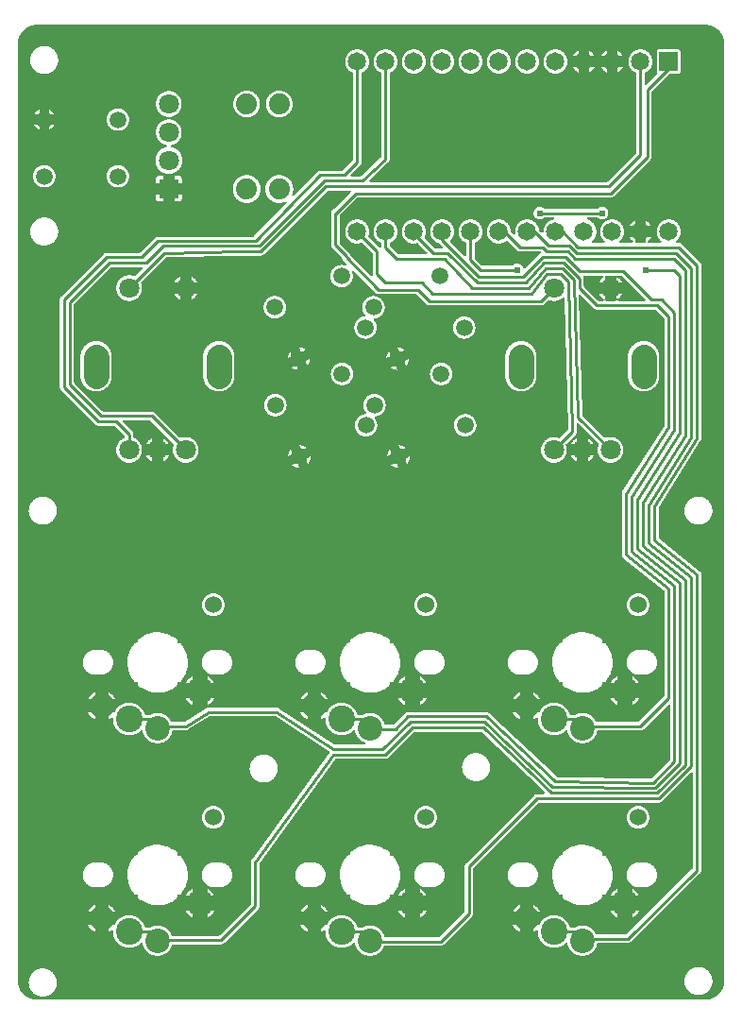
<source format=gtl>
G04 Layer: TopLayer*
G04 EasyEDA v6.4.7, 2020-12-12T13:13:04+01:00*
G04 d11925a588f84334974d7b2f1f55f34c,4d97e48eab474e129cc19cc013e78dee,10*
G04 Gerber Generator version 0.2*
G04 Scale: 100 percent, Rotated: No, Reflected: No *
G04 Dimensions in millimeters *
G04 leading zeros omitted , absolute positions ,3 integer and 3 decimal *
%FSLAX33Y33*%
%MOMM*%
G90*
D02*

%ADD10C,0.254000*%
%ADD11C,0.610006*%
%ADD12C,1.879600*%
%ADD13C,1.651000*%
%ADD14R,1.651000X1.651000*%
%ADD15C,1.499997*%
%ADD16R,1.799996X1.799996*%
%ADD17C,1.799996*%
%ADD18C,2.399995*%
%ADD19C,2.199894*%
%ADD20C,1.524000*%
%ADD21C,2.299995*%

%LPD*%
G36*
G01X61900Y87643D02*
G01X1999Y87643D01*
G01X1940Y87642D01*
G01X1881Y87639D01*
G01X1821Y87634D01*
G01X1762Y87627D01*
G01X1703Y87618D01*
G01X1645Y87606D01*
G01X1587Y87593D01*
G01X1529Y87578D01*
G01X1472Y87561D01*
G01X1416Y87542D01*
G01X1360Y87521D01*
G01X1305Y87499D01*
G01X1251Y87474D01*
G01X1197Y87447D01*
G01X1145Y87419D01*
G01X1094Y87389D01*
G01X1043Y87357D01*
G01X994Y87324D01*
G01X946Y87289D01*
G01X899Y87252D01*
G01X854Y87214D01*
G01X810Y87174D01*
G01X767Y87132D01*
G01X725Y87089D01*
G01X685Y87045D01*
G01X647Y87000D01*
G01X610Y86953D01*
G01X575Y86905D01*
G01X542Y86856D01*
G01X510Y86805D01*
G01X480Y86754D01*
G01X452Y86702D01*
G01X425Y86648D01*
G01X400Y86594D01*
G01X378Y86539D01*
G01X357Y86483D01*
G01X338Y86427D01*
G01X321Y86370D01*
G01X306Y86312D01*
G01X293Y86254D01*
G01X281Y86196D01*
G01X272Y86137D01*
G01X265Y86078D01*
G01X260Y86018D01*
G01X257Y85959D01*
G01X256Y85900D01*
G01X256Y1999D01*
G01X257Y1939D01*
G01X260Y1878D01*
G01X266Y1817D01*
G01X273Y1757D01*
G01X283Y1697D01*
G01X294Y1637D01*
G01X308Y1578D01*
G01X324Y1519D01*
G01X341Y1461D01*
G01X361Y1403D01*
G01X383Y1347D01*
G01X407Y1291D01*
G01X432Y1236D01*
G01X460Y1181D01*
G01X489Y1128D01*
G01X521Y1076D01*
G01X554Y1025D01*
G01X589Y975D01*
G01X625Y927D01*
G01X664Y879D01*
G01X703Y833D01*
G01X745Y789D01*
G01X788Y746D01*
G01X832Y704D01*
G01X878Y664D01*
G01X926Y626D01*
G01X974Y589D01*
G01X1024Y555D01*
G01X1075Y521D01*
G01X1127Y490D01*
G01X1180Y461D01*
G01X1234Y433D01*
G01X1290Y407D01*
G01X1346Y383D01*
G01X1402Y362D01*
G01X1460Y342D01*
G01X1518Y324D01*
G01X1577Y308D01*
G01X1636Y294D01*
G01X1696Y283D01*
G01X1756Y273D01*
G01X1816Y266D01*
G01X1877Y260D01*
G01X1937Y257D01*
G01X1941Y257D01*
G01X1956Y258D01*
G01X1970Y261D01*
G01X1994Y267D01*
G01X2019Y271D01*
G01X2044Y272D01*
G01X61943Y272D01*
G01X61975Y270D01*
G01X62006Y264D01*
G01X62031Y261D01*
G01X62039Y262D01*
G01X62099Y267D01*
G01X62159Y275D01*
G01X62218Y285D01*
G01X62277Y297D01*
G01X62336Y312D01*
G01X62394Y328D01*
G01X62452Y346D01*
G01X62509Y366D01*
G01X62565Y388D01*
G01X62620Y412D01*
G01X62675Y438D01*
G01X62728Y466D01*
G01X62781Y495D01*
G01X62832Y527D01*
G01X62883Y560D01*
G01X62932Y595D01*
G01X62980Y631D01*
G01X63027Y669D01*
G01X63072Y709D01*
G01X63116Y751D01*
G01X63159Y793D01*
G01X63200Y838D01*
G01X63239Y883D01*
G01X63277Y930D01*
G01X63313Y979D01*
G01X63347Y1028D01*
G01X63380Y1079D01*
G01X63411Y1131D01*
G01X63440Y1184D01*
G01X63468Y1237D01*
G01X63493Y1292D01*
G01X63517Y1348D01*
G01X63538Y1404D01*
G01X63558Y1461D01*
G01X63575Y1519D01*
G01X63591Y1577D01*
G01X63605Y1636D01*
G01X63616Y1695D01*
G01X63626Y1755D01*
G01X63633Y1815D01*
G01X63638Y1875D01*
G01X63642Y1935D01*
G01X63643Y1995D01*
G01X63643Y85904D01*
G01X63642Y85964D01*
G01X63638Y86025D01*
G01X63633Y86086D01*
G01X63625Y86146D01*
G01X63616Y86206D01*
G01X63604Y86265D01*
G01X63590Y86325D01*
G01X63574Y86383D01*
G01X63557Y86441D01*
G01X63537Y86499D01*
G01X63515Y86555D01*
G01X63491Y86611D01*
G01X63465Y86666D01*
G01X63438Y86721D01*
G01X63408Y86774D01*
G01X63377Y86826D01*
G01X63343Y86877D01*
G01X63309Y86926D01*
G01X63272Y86975D01*
G01X63234Y87022D01*
G01X63194Y87068D01*
G01X63152Y87112D01*
G01X63109Y87155D01*
G01X63065Y87196D01*
G01X63019Y87236D01*
G01X62972Y87274D01*
G01X62923Y87311D01*
G01X62873Y87346D01*
G01X62822Y87379D01*
G01X62770Y87410D01*
G01X62717Y87439D01*
G01X62663Y87467D01*
G01X62608Y87493D01*
G01X62552Y87516D01*
G01X62495Y87538D01*
G01X62437Y87558D01*
G01X62379Y87576D01*
G01X62321Y87591D01*
G01X62261Y87605D01*
G01X62202Y87617D01*
G01X62142Y87626D01*
G01X62081Y87633D01*
G01X62021Y87639D01*
G01X61960Y87642D01*
G01X61900Y87643D01*
G37*

%LPC*%
G36*
G01X30749Y85425D02*
G01X30701Y85426D01*
G01X30654Y85425D01*
G01X30607Y85421D01*
G01X30560Y85416D01*
G01X30514Y85409D01*
G01X30467Y85400D01*
G01X30421Y85389D01*
G01X30376Y85375D01*
G01X30331Y85360D01*
G01X30287Y85343D01*
G01X30244Y85324D01*
G01X30202Y85303D01*
G01X30160Y85281D01*
G01X30120Y85256D01*
G01X30081Y85230D01*
G01X30043Y85202D01*
G01X30006Y85172D01*
G01X29970Y85141D01*
G01X29936Y85109D01*
G01X29904Y85075D01*
G01X29873Y85039D01*
G01X29843Y85002D01*
G01X29815Y84964D01*
G01X29789Y84925D01*
G01X29764Y84885D01*
G01X29742Y84843D01*
G01X29721Y84801D01*
G01X29702Y84758D01*
G01X29685Y84714D01*
G01X29670Y84669D01*
G01X29656Y84624D01*
G01X29645Y84578D01*
G01X29636Y84531D01*
G01X29629Y84485D01*
G01X29624Y84438D01*
G01X29620Y84391D01*
G01X29619Y84344D01*
G01X29621Y84296D01*
G01X29624Y84248D01*
G01X29629Y84201D01*
G01X29636Y84153D01*
G01X29646Y84106D01*
G01X29657Y84060D01*
G01X29671Y84014D01*
G01X29686Y83969D01*
G01X29704Y83925D01*
G01X29723Y83881D01*
G01X29745Y83838D01*
G01X29768Y83796D01*
G01X29793Y83756D01*
G01X29820Y83716D01*
G01X29848Y83678D01*
G01X29879Y83641D01*
G01X29910Y83605D01*
G01X29944Y83571D01*
G01X29979Y83538D01*
G01X30015Y83507D01*
G01X30053Y83478D01*
G01X30091Y83450D01*
G01X30131Y83424D01*
G01X30173Y83400D01*
G01X30215Y83377D01*
G01X30258Y83357D01*
G01X30271Y83350D01*
G01X30283Y83341D01*
G01X30293Y83331D01*
G01X30302Y83319D01*
G01X30309Y83306D01*
G01X30314Y83293D01*
G01X30317Y83278D01*
G01X30318Y83264D01*
G01X30318Y75527D01*
G01X30317Y75512D01*
G01X30313Y75496D01*
G01X30307Y75481D01*
G01X30299Y75468D01*
G01X30288Y75456D01*
G01X29429Y74597D01*
G01X29417Y74586D01*
G01X29404Y74578D01*
G01X29389Y74572D01*
G01X29373Y74568D01*
G01X29358Y74567D01*
G01X27399Y74567D01*
G01X27369Y74566D01*
G01X27339Y74562D01*
G01X27309Y74556D01*
G01X27279Y74548D01*
G01X27251Y74537D01*
G01X27223Y74524D01*
G01X27197Y74509D01*
G01X27171Y74492D01*
G01X27148Y74473D01*
G01X27125Y74452D01*
G01X25037Y72318D01*
G01X25025Y72308D01*
G01X25012Y72299D01*
G01X24997Y72293D01*
G01X24981Y72289D01*
G01X24965Y72288D01*
G01X24950Y72289D01*
G01X24936Y72292D01*
G01X24923Y72297D01*
G01X24910Y72304D01*
G01X24898Y72313D01*
G01X24888Y72323D01*
G01X24879Y72334D01*
G01X24872Y72347D01*
G01X24867Y72361D01*
G01X24864Y72375D01*
G01X24863Y72389D01*
G01X24865Y72409D01*
G01X24871Y72429D01*
G01X24891Y72480D01*
G01X24909Y72532D01*
G01X24925Y72585D01*
G01X24938Y72639D01*
G01X24949Y72693D01*
G01X24958Y72748D01*
G01X24964Y72803D01*
G01X24968Y72858D01*
G01X24969Y72914D01*
G01X24968Y72965D01*
G01X24965Y73017D01*
G01X24959Y73068D01*
G01X24952Y73120D01*
G01X24942Y73170D01*
G01X24931Y73221D01*
G01X24917Y73271D01*
G01X24901Y73320D01*
G01X24883Y73369D01*
G01X24863Y73417D01*
G01X24842Y73464D01*
G01X24818Y73510D01*
G01X24792Y73555D01*
G01X24765Y73598D01*
G01X24736Y73641D01*
G01X24705Y73683D01*
G01X24672Y73723D01*
G01X24638Y73762D01*
G01X24602Y73799D01*
G01X24565Y73835D01*
G01X24526Y73869D01*
G01X24486Y73902D01*
G01X24444Y73933D01*
G01X24401Y73962D01*
G01X24358Y73989D01*
G01X24313Y74015D01*
G01X24267Y74039D01*
G01X24220Y74060D01*
G01X24172Y74080D01*
G01X24123Y74098D01*
G01X24074Y74114D01*
G01X24024Y74128D01*
G01X23973Y74139D01*
G01X23923Y74149D01*
G01X23871Y74156D01*
G01X23820Y74162D01*
G01X23768Y74165D01*
G01X23716Y74166D01*
G01X23665Y74165D01*
G01X23613Y74162D01*
G01X23562Y74156D01*
G01X23510Y74149D01*
G01X23459Y74139D01*
G01X23409Y74128D01*
G01X23359Y74114D01*
G01X23310Y74098D01*
G01X23261Y74080D01*
G01X23213Y74060D01*
G01X23166Y74039D01*
G01X23120Y74015D01*
G01X23075Y73989D01*
G01X23032Y73962D01*
G01X22989Y73933D01*
G01X22947Y73902D01*
G01X22907Y73869D01*
G01X22868Y73835D01*
G01X22831Y73799D01*
G01X22795Y73762D01*
G01X22761Y73723D01*
G01X22728Y73683D01*
G01X22697Y73641D01*
G01X22668Y73598D01*
G01X22641Y73555D01*
G01X22615Y73510D01*
G01X22591Y73464D01*
G01X22570Y73417D01*
G01X22550Y73369D01*
G01X22532Y73320D01*
G01X22516Y73271D01*
G01X22502Y73221D01*
G01X22491Y73170D01*
G01X22481Y73120D01*
G01X22474Y73068D01*
G01X22468Y73017D01*
G01X22465Y72965D01*
G01X22464Y72914D01*
G01X22465Y72862D01*
G01X22468Y72810D01*
G01X22474Y72759D01*
G01X22481Y72707D01*
G01X22491Y72657D01*
G01X22502Y72606D01*
G01X22516Y72556D01*
G01X22532Y72507D01*
G01X22550Y72458D01*
G01X22570Y72410D01*
G01X22591Y72363D01*
G01X22615Y72317D01*
G01X22641Y72272D01*
G01X22668Y72229D01*
G01X22697Y72186D01*
G01X22728Y72144D01*
G01X22761Y72104D01*
G01X22795Y72065D01*
G01X22831Y72028D01*
G01X22868Y71992D01*
G01X22907Y71958D01*
G01X22947Y71925D01*
G01X22989Y71894D01*
G01X23032Y71865D01*
G01X23075Y71838D01*
G01X23120Y71812D01*
G01X23166Y71788D01*
G01X23213Y71767D01*
G01X23261Y71747D01*
G01X23310Y71729D01*
G01X23359Y71713D01*
G01X23409Y71699D01*
G01X23459Y71688D01*
G01X23510Y71678D01*
G01X23562Y71671D01*
G01X23613Y71665D01*
G01X23665Y71662D01*
G01X23716Y71661D01*
G01X23769Y71662D01*
G01X23821Y71666D01*
G01X23874Y71671D01*
G01X23925Y71679D01*
G01X23977Y71689D01*
G01X24028Y71701D01*
G01X24079Y71715D01*
G01X24129Y71731D01*
G01X24178Y71749D01*
G01X24226Y71770D01*
G01X24246Y71776D01*
G01X24267Y71778D01*
G01X24282Y71777D01*
G01X24296Y71774D01*
G01X24310Y71769D01*
G01X24322Y71762D01*
G01X24334Y71754D01*
G01X24344Y71743D01*
G01X24353Y71732D01*
G01X24360Y71719D01*
G01X24365Y71705D01*
G01X24368Y71691D01*
G01X24369Y71677D01*
G01X24368Y71661D01*
G01X24364Y71646D01*
G01X24358Y71631D01*
G01X24350Y71618D01*
G01X24340Y71606D01*
G01X21451Y68654D01*
G01X21439Y68643D01*
G01X21426Y68635D01*
G01X21411Y68629D01*
G01X21395Y68625D01*
G01X21379Y68623D01*
G01X12820Y68623D01*
G01X12790Y68622D01*
G01X12760Y68619D01*
G01X12730Y68613D01*
G01X12701Y68605D01*
G01X12673Y68594D01*
G01X12646Y68582D01*
G01X12619Y68567D01*
G01X12594Y68550D01*
G01X12571Y68532D01*
G01X12549Y68511D01*
G01X11268Y67231D01*
G01X11256Y67220D01*
G01X11243Y67212D01*
G01X11228Y67206D01*
G01X11212Y67202D01*
G01X11197Y67201D01*
G01X8222Y67201D01*
G01X8192Y67200D01*
G01X8163Y67196D01*
G01X8133Y67190D01*
G01X8104Y67182D01*
G01X8076Y67172D01*
G01X8048Y67159D01*
G01X8022Y67145D01*
G01X7997Y67128D01*
G01X7973Y67109D01*
G01X7951Y67089D01*
G01X4141Y63279D01*
G01X4121Y63257D01*
G01X4102Y63233D01*
G01X4085Y63208D01*
G01X4071Y63182D01*
G01X4058Y63154D01*
G01X4048Y63126D01*
G01X4040Y63097D01*
G01X4034Y63067D01*
G01X4030Y63038D01*
G01X4029Y63008D01*
G01X4029Y55134D01*
G01X4030Y55103D01*
G01X4034Y55074D01*
G01X4040Y55044D01*
G01X4048Y55015D01*
G01X4058Y54987D01*
G01X4071Y54959D01*
G01X4085Y54933D01*
G01X4102Y54908D01*
G01X4121Y54884D01*
G01X4141Y54862D01*
G01X7189Y51814D01*
G01X7211Y51794D01*
G01X7235Y51775D01*
G01X7260Y51758D01*
G01X7286Y51744D01*
G01X7314Y51731D01*
G01X7342Y51721D01*
G01X7371Y51713D01*
G01X7401Y51707D01*
G01X7430Y51703D01*
G01X7460Y51702D01*
G01X8911Y51702D01*
G01X8926Y51701D01*
G01X8942Y51697D01*
G01X8957Y51691D01*
G01X8970Y51683D01*
G01X8982Y51672D01*
G01X9841Y50813D01*
G01X9852Y50801D01*
G01X9860Y50788D01*
G01X9866Y50773D01*
G01X9870Y50757D01*
G01X9871Y50742D01*
G01X9871Y50695D01*
G01X9870Y50680D01*
G01X9867Y50666D01*
G01X9861Y50652D01*
G01X9854Y50639D01*
G01X9845Y50627D01*
G01X9834Y50617D01*
G01X9822Y50608D01*
G01X9809Y50602D01*
G01X9764Y50582D01*
G01X9721Y50560D01*
G01X9678Y50537D01*
G01X9636Y50512D01*
G01X9596Y50485D01*
G01X9557Y50457D01*
G01X9519Y50427D01*
G01X9482Y50395D01*
G01X9446Y50362D01*
G01X9412Y50327D01*
G01X9380Y50291D01*
G01X9349Y50254D01*
G01X9319Y50215D01*
G01X9292Y50176D01*
G01X9266Y50135D01*
G01X9241Y50093D01*
G01X9219Y50050D01*
G01X9198Y50006D01*
G01X9179Y49961D01*
G01X9162Y49915D01*
G01X9147Y49869D01*
G01X9134Y49823D01*
G01X9123Y49775D01*
G01X9114Y49728D01*
G01X9107Y49680D01*
G01X9102Y49631D01*
G01X9099Y49583D01*
G01X9098Y49534D01*
G01X9099Y49485D01*
G01X9102Y49436D01*
G01X9107Y49388D01*
G01X9114Y49339D01*
G01X9124Y49291D01*
G01X9135Y49243D01*
G01X9149Y49196D01*
G01X9164Y49149D01*
G01X9181Y49103D01*
G01X9200Y49058D01*
G01X9222Y49014D01*
G01X9245Y48970D01*
G01X9270Y48928D01*
G01X9296Y48887D01*
G01X9325Y48847D01*
G01X9355Y48808D01*
G01X9386Y48770D01*
G01X9419Y48734D01*
G01X9454Y48699D01*
G01X9490Y48666D01*
G01X9528Y48635D01*
G01X9567Y48605D01*
G01X9607Y48576D01*
G01X9648Y48550D01*
G01X9690Y48525D01*
G01X9734Y48502D01*
G01X9778Y48481D01*
G01X9823Y48461D01*
G01X9869Y48444D01*
G01X9916Y48429D01*
G01X9963Y48415D01*
G01X10011Y48404D01*
G01X10059Y48395D01*
G01X10107Y48387D01*
G01X10156Y48382D01*
G01X10205Y48379D01*
G01X10254Y48378D01*
G01X10303Y48379D01*
G01X10352Y48382D01*
G01X10401Y48387D01*
G01X10450Y48395D01*
G01X10498Y48404D01*
G01X10546Y48415D01*
G01X10593Y48429D01*
G01X10640Y48444D01*
G01X10686Y48461D01*
G01X10731Y48481D01*
G01X10775Y48502D01*
G01X10818Y48525D01*
G01X10861Y48550D01*
G01X10902Y48576D01*
G01X10942Y48605D01*
G01X10981Y48635D01*
G01X11018Y48666D01*
G01X11055Y48699D01*
G01X11089Y48734D01*
G01X11123Y48770D01*
G01X11154Y48808D01*
G01X11184Y48847D01*
G01X11213Y48887D01*
G01X11239Y48928D01*
G01X11264Y48970D01*
G01X11287Y49014D01*
G01X11308Y49058D01*
G01X11328Y49103D01*
G01X11345Y49149D01*
G01X11360Y49196D01*
G01X11374Y49243D01*
G01X11385Y49291D01*
G01X11394Y49339D01*
G01X11402Y49388D01*
G01X11407Y49436D01*
G01X11410Y49485D01*
G01X11411Y49534D01*
G01X11410Y49583D01*
G01X11407Y49631D01*
G01X11402Y49680D01*
G01X11395Y49728D01*
G01X11386Y49775D01*
G01X11374Y49823D01*
G01X11361Y49869D01*
G01X11346Y49915D01*
G01X11329Y49961D01*
G01X11311Y50006D01*
G01X11290Y50049D01*
G01X11267Y50092D01*
G01X11243Y50134D01*
G01X11217Y50175D01*
G01X11189Y50215D01*
G01X11160Y50254D01*
G01X11129Y50291D01*
G01X11096Y50327D01*
G01X11062Y50362D01*
G01X11027Y50395D01*
G01X10990Y50427D01*
G01X10952Y50457D01*
G01X10913Y50485D01*
G01X10872Y50512D01*
G01X10831Y50537D01*
G01X10788Y50560D01*
G01X10745Y50582D01*
G01X10700Y50602D01*
G01X10687Y50608D01*
G01X10675Y50617D01*
G01X10664Y50627D01*
G01X10655Y50639D01*
G01X10648Y50652D01*
G01X10642Y50666D01*
G01X10639Y50680D01*
G01X10638Y50695D01*
G01X10638Y50943D01*
G01X10637Y50973D01*
G01X10633Y51002D01*
G01X10627Y51032D01*
G01X10619Y51061D01*
G01X10609Y51089D01*
G01X10596Y51117D01*
G01X10582Y51143D01*
G01X10565Y51168D01*
G01X10546Y51192D01*
G01X10526Y51214D01*
G01X9707Y52032D01*
G01X9697Y52044D01*
G01X9689Y52058D01*
G01X9683Y52072D01*
G01X9679Y52088D01*
G01X9678Y52104D01*
G01X9679Y52118D01*
G01X9682Y52132D01*
G01X9687Y52146D01*
G01X9694Y52159D01*
G01X9703Y52170D01*
G01X9713Y52181D01*
G01X9724Y52189D01*
G01X9737Y52196D01*
G01X9751Y52201D01*
G01X9765Y52204D01*
G01X9779Y52205D01*
G01X9780Y52205D01*
G01X12085Y52200D01*
G01X12101Y52199D01*
G01X12117Y52195D01*
G01X12131Y52189D01*
G01X12145Y52181D01*
G01X12157Y52170D01*
G01X14243Y50085D01*
G01X14253Y50073D01*
G01X14261Y50059D01*
G01X14267Y50044D01*
G01X14271Y50029D01*
G01X14272Y50013D01*
G01X14270Y49993D01*
G01X14265Y49974D01*
G01X14247Y49928D01*
G01X14231Y49880D01*
G01X14217Y49832D01*
G01X14205Y49783D01*
G01X14195Y49734D01*
G01X14188Y49684D01*
G01X14182Y49635D01*
G01X14179Y49585D01*
G01X14178Y49534D01*
G01X14179Y49485D01*
G01X14182Y49436D01*
G01X14187Y49388D01*
G01X14194Y49339D01*
G01X14204Y49291D01*
G01X14215Y49243D01*
G01X14229Y49196D01*
G01X14244Y49149D01*
G01X14261Y49103D01*
G01X14280Y49058D01*
G01X14302Y49014D01*
G01X14325Y48970D01*
G01X14350Y48928D01*
G01X14376Y48887D01*
G01X14405Y48847D01*
G01X14435Y48808D01*
G01X14466Y48770D01*
G01X14499Y48734D01*
G01X14534Y48699D01*
G01X14570Y48666D01*
G01X14608Y48635D01*
G01X14647Y48605D01*
G01X14687Y48576D01*
G01X14728Y48550D01*
G01X14770Y48525D01*
G01X14814Y48502D01*
G01X14858Y48481D01*
G01X14903Y48461D01*
G01X14949Y48444D01*
G01X14996Y48429D01*
G01X15043Y48415D01*
G01X15091Y48404D01*
G01X15139Y48395D01*
G01X15187Y48387D01*
G01X15236Y48382D01*
G01X15285Y48379D01*
G01X15334Y48378D01*
G01X15383Y48379D01*
G01X15432Y48382D01*
G01X15481Y48387D01*
G01X15530Y48395D01*
G01X15578Y48404D01*
G01X15626Y48415D01*
G01X15673Y48429D01*
G01X15720Y48444D01*
G01X15766Y48461D01*
G01X15811Y48481D01*
G01X15855Y48502D01*
G01X15898Y48525D01*
G01X15941Y48550D01*
G01X15982Y48576D01*
G01X16022Y48605D01*
G01X16061Y48635D01*
G01X16098Y48666D01*
G01X16135Y48699D01*
G01X16169Y48734D01*
G01X16203Y48770D01*
G01X16234Y48808D01*
G01X16264Y48847D01*
G01X16293Y48887D01*
G01X16319Y48928D01*
G01X16344Y48970D01*
G01X16367Y49014D01*
G01X16388Y49058D01*
G01X16408Y49103D01*
G01X16425Y49149D01*
G01X16440Y49196D01*
G01X16454Y49243D01*
G01X16465Y49291D01*
G01X16474Y49339D01*
G01X16482Y49388D01*
G01X16487Y49436D01*
G01X16490Y49485D01*
G01X16491Y49534D01*
G01X16490Y49584D01*
G01X16487Y49633D01*
G01X16482Y49681D01*
G01X16474Y49730D01*
G01X16465Y49778D01*
G01X16454Y49826D01*
G01X16440Y49873D01*
G01X16425Y49920D01*
G01X16408Y49966D01*
G01X16388Y50011D01*
G01X16367Y50055D01*
G01X16344Y50098D01*
G01X16319Y50141D01*
G01X16293Y50182D01*
G01X16264Y50222D01*
G01X16234Y50261D01*
G01X16203Y50299D01*
G01X16169Y50335D01*
G01X16135Y50369D01*
G01X16098Y50403D01*
G01X16061Y50434D01*
G01X16022Y50464D01*
G01X15982Y50493D01*
G01X15941Y50519D01*
G01X15898Y50544D01*
G01X15855Y50567D01*
G01X15811Y50588D01*
G01X15766Y50608D01*
G01X15720Y50625D01*
G01X15673Y50640D01*
G01X15626Y50654D01*
G01X15578Y50665D01*
G01X15530Y50674D01*
G01X15481Y50682D01*
G01X15432Y50687D01*
G01X15383Y50690D01*
G01X15334Y50691D01*
G01X15284Y50690D01*
G01X15235Y50687D01*
G01X15185Y50681D01*
G01X15135Y50674D01*
G01X15086Y50664D01*
G01X15038Y50652D01*
G01X14990Y50638D01*
G01X14942Y50623D01*
G01X14896Y50605D01*
G01X14877Y50599D01*
G01X14857Y50597D01*
G01X14841Y50598D01*
G01X14826Y50602D01*
G01X14811Y50608D01*
G01X14798Y50616D01*
G01X14785Y50627D01*
G01X12558Y52855D01*
G01X12536Y52875D01*
G01X12512Y52894D01*
G01X12487Y52910D01*
G01X12461Y52925D01*
G01X12434Y52938D01*
G01X12405Y52948D01*
G01X12377Y52956D01*
G01X12347Y52962D01*
G01X12317Y52966D01*
G01X12287Y52967D01*
G01X7916Y52977D01*
G01X7900Y52978D01*
G01X7884Y52982D01*
G01X7870Y52988D01*
G01X7856Y52996D01*
G01X7844Y53006D01*
G01X5334Y55517D01*
G01X5323Y55529D01*
G01X5315Y55542D01*
G01X5309Y55557D01*
G01X5305Y55573D01*
G01X5304Y55588D01*
G01X5304Y62553D01*
G01X5305Y62568D01*
G01X5309Y62584D01*
G01X5315Y62599D01*
G01X5323Y62612D01*
G01X5334Y62624D01*
G01X8606Y65896D01*
G01X8618Y65907D01*
G01X8631Y65915D01*
G01X8646Y65921D01*
G01X8662Y65925D01*
G01X8677Y65926D01*
G01X11358Y65926D01*
G01X11373Y65925D01*
G01X11387Y65922D01*
G01X11400Y65917D01*
G01X11413Y65910D01*
G01X11425Y65901D01*
G01X11435Y65891D01*
G01X11444Y65879D01*
G01X11451Y65867D01*
G01X11456Y65853D01*
G01X11459Y65839D01*
G01X11460Y65824D01*
G01X11458Y65808D01*
G01X11455Y65793D01*
G01X11449Y65778D01*
G01X11440Y65765D01*
G01X11430Y65753D01*
G01X10804Y65127D01*
G01X10792Y65116D01*
G01X10778Y65108D01*
G01X10764Y65102D01*
G01X10748Y65098D01*
G01X10732Y65097D01*
G01X10713Y65099D01*
G01X10694Y65104D01*
G01X10647Y65122D01*
G01X10599Y65138D01*
G01X10551Y65152D01*
G01X10503Y65164D01*
G01X10454Y65174D01*
G01X10404Y65181D01*
G01X10354Y65187D01*
G01X10304Y65190D01*
G01X10254Y65191D01*
G01X10205Y65190D01*
G01X10156Y65187D01*
G01X10107Y65182D01*
G01X10059Y65174D01*
G01X10011Y65165D01*
G01X9963Y65154D01*
G01X9916Y65140D01*
G01X9869Y65125D01*
G01X9823Y65108D01*
G01X9778Y65088D01*
G01X9734Y65067D01*
G01X9690Y65044D01*
G01X9648Y65019D01*
G01X9607Y64993D01*
G01X9567Y64964D01*
G01X9528Y64934D01*
G01X9490Y64903D01*
G01X9454Y64870D01*
G01X9419Y64835D01*
G01X9386Y64799D01*
G01X9355Y64761D01*
G01X9325Y64722D01*
G01X9296Y64682D01*
G01X9270Y64641D01*
G01X9245Y64599D01*
G01X9222Y64555D01*
G01X9200Y64511D01*
G01X9181Y64466D01*
G01X9164Y64420D01*
G01X9149Y64373D01*
G01X9135Y64326D01*
G01X9124Y64278D01*
G01X9114Y64230D01*
G01X9107Y64181D01*
G01X9102Y64133D01*
G01X9099Y64084D01*
G01X9098Y64035D01*
G01X9099Y63985D01*
G01X9102Y63936D01*
G01X9107Y63888D01*
G01X9114Y63839D01*
G01X9124Y63791D01*
G01X9135Y63743D01*
G01X9149Y63696D01*
G01X9164Y63649D01*
G01X9181Y63603D01*
G01X9200Y63558D01*
G01X9222Y63514D01*
G01X9245Y63471D01*
G01X9270Y63428D01*
G01X9296Y63387D01*
G01X9325Y63347D01*
G01X9355Y63308D01*
G01X9386Y63270D01*
G01X9419Y63234D01*
G01X9454Y63200D01*
G01X9490Y63166D01*
G01X9528Y63135D01*
G01X9567Y63105D01*
G01X9607Y63076D01*
G01X9648Y63050D01*
G01X9690Y63025D01*
G01X9734Y63002D01*
G01X9778Y62981D01*
G01X9823Y62961D01*
G01X9869Y62944D01*
G01X9916Y62929D01*
G01X9963Y62915D01*
G01X10011Y62904D01*
G01X10059Y62895D01*
G01X10107Y62887D01*
G01X10156Y62882D01*
G01X10205Y62879D01*
G01X10254Y62878D01*
G01X10303Y62879D01*
G01X10352Y62882D01*
G01X10401Y62887D01*
G01X10450Y62895D01*
G01X10498Y62904D01*
G01X10546Y62915D01*
G01X10593Y62929D01*
G01X10640Y62944D01*
G01X10686Y62961D01*
G01X10731Y62981D01*
G01X10775Y63002D01*
G01X10818Y63025D01*
G01X10861Y63050D01*
G01X10902Y63076D01*
G01X10942Y63105D01*
G01X10981Y63135D01*
G01X11018Y63166D01*
G01X11055Y63200D01*
G01X11089Y63234D01*
G01X11123Y63270D01*
G01X11154Y63308D01*
G01X11184Y63347D01*
G01X11213Y63387D01*
G01X11239Y63428D01*
G01X11264Y63471D01*
G01X11287Y63514D01*
G01X11308Y63558D01*
G01X11328Y63603D01*
G01X11345Y63649D01*
G01X11360Y63696D01*
G01X11374Y63743D01*
G01X11385Y63791D01*
G01X11394Y63839D01*
G01X11402Y63888D01*
G01X11407Y63936D01*
G01X11410Y63985D01*
G01X11411Y64035D01*
G01X11410Y64085D01*
G01X11407Y64135D01*
G01X11401Y64184D01*
G01X11394Y64234D01*
G01X11384Y64283D01*
G01X11372Y64332D01*
G01X11358Y64380D01*
G01X11342Y64427D01*
G01X11324Y64474D01*
G01X11319Y64493D01*
G01X11317Y64512D01*
G01X11318Y64528D01*
G01X11322Y64544D01*
G01X11328Y64558D01*
G01X11336Y64572D01*
G01X11346Y64584D01*
G01X13551Y66789D01*
G01X13563Y66799D01*
G01X13576Y66807D01*
G01X13591Y66813D01*
G01X13606Y66817D01*
G01X13621Y66819D01*
G01X20163Y66942D01*
G01X22065Y66942D01*
G01X22096Y66943D01*
G01X22125Y66947D01*
G01X22155Y66953D01*
G01X22184Y66961D01*
G01X22212Y66971D01*
G01X22240Y66984D01*
G01X22266Y66998D01*
G01X22291Y67015D01*
G01X22315Y67034D01*
G01X22337Y67054D01*
G01X28037Y72754D01*
G01X28049Y72765D01*
G01X28062Y72773D01*
G01X28077Y72779D01*
G01X28093Y72783D01*
G01X28108Y72784D01*
G01X30038Y72784D01*
G01X30053Y72783D01*
G01X30067Y72780D01*
G01X30080Y72775D01*
G01X30093Y72768D01*
G01X30105Y72759D01*
G01X30115Y72749D01*
G01X30124Y72737D01*
G01X30131Y72725D01*
G01X30136Y72711D01*
G01X30139Y72697D01*
G01X30140Y72682D01*
G01X30139Y72666D01*
G01X30135Y72651D01*
G01X30129Y72636D01*
G01X30120Y72623D01*
G01X30110Y72611D01*
G01X28638Y71138D01*
G01X28627Y71128D01*
G01X28614Y71121D01*
G01X28601Y71115D01*
G01X28574Y71103D01*
G01X28548Y71090D01*
G01X28523Y71075D01*
G01X28499Y71058D01*
G01X28476Y71040D01*
G01X28456Y71019D01*
G01X28436Y70997D01*
G01X28419Y70974D01*
G01X28403Y70949D01*
G01X28389Y70924D01*
G01X28377Y70897D01*
G01X28367Y70870D01*
G01X28359Y70841D01*
G01X28354Y70813D01*
G01X28351Y70784D01*
G01X28349Y70755D01*
G01X28349Y67897D01*
G01X28351Y67867D01*
G01X28354Y67837D01*
G01X28360Y67807D01*
G01X28368Y67778D01*
G01X28379Y67750D01*
G01X28391Y67723D01*
G01X28406Y67697D01*
G01X28423Y67672D01*
G01X28441Y67648D01*
G01X28462Y67626D01*
G01X29304Y66783D01*
G01X29315Y66771D01*
G01X29323Y66758D01*
G01X29329Y66743D01*
G01X29333Y66728D01*
G01X29339Y66699D01*
G01X29347Y66671D01*
G01X29358Y66643D01*
G01X29370Y66616D01*
G01X29385Y66590D01*
G01X29401Y66566D01*
G01X29420Y66543D01*
G01X29440Y66521D01*
G01X29737Y66224D01*
G01X29747Y66212D01*
G01X29756Y66198D01*
G01X29762Y66183D01*
G01X29765Y66168D01*
G01X29767Y66152D01*
G01X29766Y66137D01*
G01X29763Y66123D01*
G01X29758Y66110D01*
G01X29751Y66097D01*
G01X29742Y66085D01*
G01X29732Y66075D01*
G01X29720Y66066D01*
G01X29707Y66059D01*
G01X29694Y66054D01*
G01X29680Y66051D01*
G01X29665Y66050D01*
G01X29648Y66052D01*
G01X29632Y66056D01*
G01X29587Y66070D01*
G01X29541Y66082D01*
G01X29494Y66092D01*
G01X29447Y66100D01*
G01X29400Y66106D01*
G01X29353Y66109D01*
G01X29305Y66110D01*
G01X29259Y66109D01*
G01X29212Y66106D01*
G01X29166Y66101D01*
G01X29120Y66093D01*
G01X29075Y66084D01*
G01X29030Y66072D01*
G01X28985Y66058D01*
G01X28942Y66042D01*
G01X28899Y66024D01*
G01X28857Y66005D01*
G01X28815Y65983D01*
G01X28775Y65959D01*
G01X28736Y65934D01*
G01X28699Y65907D01*
G01X28662Y65878D01*
G01X28627Y65848D01*
G01X28593Y65815D01*
G01X28561Y65782D01*
G01X28531Y65747D01*
G01X28502Y65710D01*
G01X28475Y65673D01*
G01X28449Y65634D01*
G01X28426Y65594D01*
G01X28404Y65552D01*
G01X28384Y65510D01*
G01X28367Y65467D01*
G01X28351Y65424D01*
G01X28337Y65379D01*
G01X28325Y65334D01*
G01X28316Y65289D01*
G01X28308Y65243D01*
G01X28303Y65197D01*
G01X28300Y65150D01*
G01X28299Y65104D01*
G01X28300Y65057D01*
G01X28303Y65011D01*
G01X28308Y64965D01*
G01X28316Y64919D01*
G01X28325Y64873D01*
G01X28337Y64828D01*
G01X28351Y64784D01*
G01X28367Y64740D01*
G01X28384Y64697D01*
G01X28404Y64655D01*
G01X28426Y64614D01*
G01X28449Y64574D01*
G01X28475Y64535D01*
G01X28502Y64497D01*
G01X28531Y64461D01*
G01X28561Y64426D01*
G01X28593Y64392D01*
G01X28627Y64360D01*
G01X28662Y64329D01*
G01X28699Y64300D01*
G01X28736Y64273D01*
G01X28775Y64248D01*
G01X28815Y64224D01*
G01X28857Y64203D01*
G01X28899Y64183D01*
G01X28942Y64165D01*
G01X28985Y64149D01*
G01X29030Y64136D01*
G01X29075Y64124D01*
G01X29120Y64114D01*
G01X29166Y64107D01*
G01X29212Y64101D01*
G01X29259Y64098D01*
G01X29305Y64097D01*
G01X29352Y64098D01*
G01X29398Y64101D01*
G01X29444Y64107D01*
G01X29490Y64114D01*
G01X29536Y64124D01*
G01X29581Y64136D01*
G01X29625Y64149D01*
G01X29669Y64165D01*
G01X29712Y64183D01*
G01X29754Y64203D01*
G01X29795Y64224D01*
G01X29835Y64248D01*
G01X29874Y64273D01*
G01X29912Y64300D01*
G01X29948Y64329D01*
G01X29983Y64360D01*
G01X30017Y64392D01*
G01X30049Y64426D01*
G01X30080Y64461D01*
G01X30108Y64497D01*
G01X30136Y64535D01*
G01X30161Y64574D01*
G01X30185Y64614D01*
G01X30206Y64655D01*
G01X30226Y64697D01*
G01X30244Y64740D01*
G01X30260Y64784D01*
G01X30273Y64828D01*
G01X30285Y64873D01*
G01X30295Y64919D01*
G01X30302Y64965D01*
G01X30307Y65011D01*
G01X30311Y65057D01*
G01X30312Y65104D01*
G01X30311Y65151D01*
G01X30307Y65199D01*
G01X30302Y65246D01*
G01X30294Y65293D01*
G01X30284Y65339D01*
G01X30272Y65385D01*
G01X30257Y65431D01*
G01X30253Y65447D01*
G01X30252Y65464D01*
G01X30253Y65478D01*
G01X30256Y65492D01*
G01X30261Y65506D01*
G01X30268Y65519D01*
G01X30277Y65530D01*
G01X30287Y65540D01*
G01X30298Y65549D01*
G01X30311Y65556D01*
G01X30325Y65561D01*
G01X30339Y65564D01*
G01X30353Y65565D01*
G01X30369Y65564D01*
G01X30385Y65560D01*
G01X30399Y65554D01*
G01X30413Y65546D01*
G01X30425Y65535D01*
G01X32335Y63625D01*
G01X32357Y63605D01*
G01X32381Y63586D01*
G01X32406Y63569D01*
G01X32432Y63555D01*
G01X32460Y63542D01*
G01X32488Y63532D01*
G01X32517Y63524D01*
G01X32547Y63518D01*
G01X32576Y63514D01*
G01X32606Y63513D01*
G01X35962Y63513D01*
G01X35977Y63512D01*
G01X35993Y63508D01*
G01X36008Y63502D01*
G01X36021Y63494D01*
G01X36033Y63483D01*
G01X36907Y62609D01*
G01X36929Y62589D01*
G01X36953Y62570D01*
G01X36978Y62553D01*
G01X37004Y62539D01*
G01X37032Y62526D01*
G01X37060Y62516D01*
G01X37089Y62508D01*
G01X37119Y62502D01*
G01X37148Y62498D01*
G01X37178Y62497D01*
G01X47201Y62497D01*
G01X47231Y62498D01*
G01X47261Y62502D01*
G01X47290Y62508D01*
G01X47319Y62516D01*
G01X47347Y62526D01*
G01X47375Y62539D01*
G01X47401Y62553D01*
G01X47426Y62570D01*
G01X47450Y62589D01*
G01X47472Y62609D01*
G01X47805Y62942D01*
G01X47817Y62953D01*
G01X47831Y62961D01*
G01X47845Y62967D01*
G01X47861Y62971D01*
G01X47877Y62972D01*
G01X47896Y62970D01*
G01X47915Y62965D01*
G01X47962Y62947D01*
G01X48009Y62931D01*
G01X48057Y62917D01*
G01X48106Y62905D01*
G01X48155Y62895D01*
G01X48205Y62888D01*
G01X48254Y62882D01*
G01X48304Y62879D01*
G01X48354Y62878D01*
G01X48403Y62879D01*
G01X48452Y62882D01*
G01X48501Y62887D01*
G01X48549Y62895D01*
G01X48597Y62904D01*
G01X48645Y62915D01*
G01X48692Y62928D01*
G01X48739Y62944D01*
G01X48784Y62961D01*
G01X48829Y62980D01*
G01X48874Y63001D01*
G01X48917Y63024D01*
G01X48959Y63049D01*
G01X49000Y63075D01*
G01X49040Y63103D01*
G01X49079Y63133D01*
G01X49117Y63165D01*
G01X49128Y63174D01*
G01X49141Y63181D01*
G01X49155Y63186D01*
G01X49169Y63189D01*
G01X49184Y63190D01*
G01X49199Y63189D01*
G01X49214Y63185D01*
G01X49229Y63179D01*
G01X49242Y63171D01*
G01X49254Y63161D01*
G01X49265Y63149D01*
G01X49273Y63136D01*
G01X49279Y63122D01*
G01X49283Y63107D01*
G01X49285Y63091D01*
G01X49616Y51383D01*
G01X49616Y51381D01*
G01X49615Y51365D01*
G01X49611Y51349D01*
G01X49605Y51334D01*
G01X49597Y51321D01*
G01X49586Y51309D01*
G01X48904Y50626D01*
G01X48892Y50616D01*
G01X48878Y50608D01*
G01X48864Y50602D01*
G01X48848Y50598D01*
G01X48832Y50597D01*
G01X48813Y50599D01*
G01X48794Y50604D01*
G01X48747Y50622D01*
G01X48700Y50638D01*
G01X48651Y50652D01*
G01X48603Y50664D01*
G01X48554Y50674D01*
G01X48504Y50681D01*
G01X48454Y50687D01*
G01X48404Y50690D01*
G01X48354Y50691D01*
G01X48305Y50690D01*
G01X48256Y50687D01*
G01X48207Y50682D01*
G01X48159Y50674D01*
G01X48111Y50665D01*
G01X48063Y50654D01*
G01X48016Y50640D01*
G01X47969Y50625D01*
G01X47923Y50608D01*
G01X47878Y50588D01*
G01X47834Y50567D01*
G01X47790Y50544D01*
G01X47748Y50519D01*
G01X47707Y50493D01*
G01X47667Y50464D01*
G01X47628Y50434D01*
G01X47590Y50403D01*
G01X47554Y50369D01*
G01X47519Y50335D01*
G01X47486Y50299D01*
G01X47455Y50261D01*
G01X47425Y50222D01*
G01X47396Y50182D01*
G01X47370Y50141D01*
G01X47345Y50098D01*
G01X47322Y50055D01*
G01X47300Y50011D01*
G01X47281Y49966D01*
G01X47264Y49920D01*
G01X47249Y49873D01*
G01X47235Y49826D01*
G01X47224Y49778D01*
G01X47214Y49730D01*
G01X47207Y49681D01*
G01X47202Y49633D01*
G01X47199Y49584D01*
G01X47198Y49534D01*
G01X47199Y49485D01*
G01X47202Y49436D01*
G01X47207Y49388D01*
G01X47214Y49339D01*
G01X47224Y49291D01*
G01X47235Y49243D01*
G01X47249Y49196D01*
G01X47264Y49149D01*
G01X47281Y49103D01*
G01X47300Y49058D01*
G01X47322Y49014D01*
G01X47345Y48970D01*
G01X47370Y48928D01*
G01X47396Y48887D01*
G01X47425Y48847D01*
G01X47455Y48808D01*
G01X47486Y48770D01*
G01X47519Y48734D01*
G01X47554Y48699D01*
G01X47590Y48666D01*
G01X47628Y48635D01*
G01X47667Y48605D01*
G01X47707Y48576D01*
G01X47748Y48550D01*
G01X47790Y48525D01*
G01X47834Y48502D01*
G01X47878Y48481D01*
G01X47923Y48461D01*
G01X47969Y48444D01*
G01X48016Y48429D01*
G01X48063Y48415D01*
G01X48111Y48404D01*
G01X48159Y48395D01*
G01X48207Y48387D01*
G01X48256Y48382D01*
G01X48305Y48379D01*
G01X48354Y48378D01*
G01X48403Y48379D01*
G01X48452Y48382D01*
G01X48501Y48387D01*
G01X48550Y48395D01*
G01X48598Y48404D01*
G01X48646Y48415D01*
G01X48693Y48429D01*
G01X48740Y48444D01*
G01X48786Y48461D01*
G01X48831Y48481D01*
G01X48875Y48502D01*
G01X48918Y48525D01*
G01X48961Y48550D01*
G01X49002Y48576D01*
G01X49042Y48605D01*
G01X49081Y48635D01*
G01X49118Y48666D01*
G01X49155Y48699D01*
G01X49189Y48734D01*
G01X49223Y48770D01*
G01X49254Y48808D01*
G01X49284Y48847D01*
G01X49313Y48887D01*
G01X49339Y48928D01*
G01X49364Y48970D01*
G01X49387Y49014D01*
G01X49408Y49058D01*
G01X49428Y49103D01*
G01X49445Y49149D01*
G01X49460Y49196D01*
G01X49474Y49243D01*
G01X49485Y49291D01*
G01X49494Y49339D01*
G01X49502Y49388D01*
G01X49507Y49436D01*
G01X49510Y49485D01*
G01X49511Y49534D01*
G01X49510Y49584D01*
G01X49507Y49634D01*
G01X49501Y49684D01*
G01X49494Y49734D01*
G01X49484Y49783D01*
G01X49472Y49831D01*
G01X49458Y49879D01*
G01X49442Y49927D01*
G01X49424Y49973D01*
G01X49419Y49992D01*
G01X49417Y50012D01*
G01X49418Y50028D01*
G01X49422Y50043D01*
G01X49428Y50058D01*
G01X49436Y50072D01*
G01X49446Y50084D01*
G01X50277Y50914D01*
G01X50297Y50936D01*
G01X50316Y50960D01*
G01X50333Y50985D01*
G01X50347Y51011D01*
G01X50360Y51039D01*
G01X50370Y51067D01*
G01X50378Y51096D01*
G01X50384Y51125D01*
G01X50388Y51155D01*
G01X50389Y51185D01*
G01X50389Y51196D01*
G01X50372Y51808D01*
G01X50372Y51811D01*
G01X50373Y51825D01*
G01X50376Y51839D01*
G01X50381Y51853D01*
G01X50388Y51866D01*
G01X50396Y51877D01*
G01X50407Y51887D01*
G01X50418Y51896D01*
G01X50431Y51903D01*
G01X50445Y51908D01*
G01X50459Y51911D01*
G01X50473Y51912D01*
G01X50489Y51911D01*
G01X50505Y51907D01*
G01X50519Y51901D01*
G01X50533Y51893D01*
G01X50545Y51882D01*
G01X52343Y50085D01*
G01X52353Y50073D01*
G01X52361Y50059D01*
G01X52367Y50044D01*
G01X52371Y50029D01*
G01X52372Y50013D01*
G01X52370Y49993D01*
G01X52365Y49974D01*
G01X52347Y49928D01*
G01X52331Y49880D01*
G01X52317Y49832D01*
G01X52305Y49783D01*
G01X52295Y49734D01*
G01X52288Y49684D01*
G01X52282Y49635D01*
G01X52279Y49585D01*
G01X52278Y49534D01*
G01X52279Y49485D01*
G01X52282Y49436D01*
G01X52287Y49388D01*
G01X52294Y49339D01*
G01X52304Y49291D01*
G01X52315Y49243D01*
G01X52329Y49196D01*
G01X52344Y49149D01*
G01X52361Y49103D01*
G01X52380Y49058D01*
G01X52402Y49014D01*
G01X52425Y48970D01*
G01X52450Y48928D01*
G01X52476Y48887D01*
G01X52505Y48847D01*
G01X52535Y48808D01*
G01X52566Y48770D01*
G01X52599Y48734D01*
G01X52634Y48699D01*
G01X52670Y48666D01*
G01X52708Y48635D01*
G01X52747Y48605D01*
G01X52787Y48576D01*
G01X52828Y48550D01*
G01X52870Y48525D01*
G01X52914Y48502D01*
G01X52958Y48481D01*
G01X53003Y48461D01*
G01X53049Y48444D01*
G01X53096Y48429D01*
G01X53143Y48415D01*
G01X53191Y48404D01*
G01X53239Y48395D01*
G01X53287Y48387D01*
G01X53336Y48382D01*
G01X53385Y48379D01*
G01X53434Y48378D01*
G01X53483Y48379D01*
G01X53532Y48382D01*
G01X53581Y48387D01*
G01X53630Y48395D01*
G01X53678Y48404D01*
G01X53726Y48415D01*
G01X53773Y48429D01*
G01X53820Y48444D01*
G01X53866Y48461D01*
G01X53911Y48481D01*
G01X53955Y48502D01*
G01X53998Y48525D01*
G01X54041Y48550D01*
G01X54082Y48576D01*
G01X54122Y48605D01*
G01X54161Y48635D01*
G01X54198Y48666D01*
G01X54235Y48699D01*
G01X54269Y48734D01*
G01X54303Y48770D01*
G01X54334Y48808D01*
G01X54364Y48847D01*
G01X54393Y48887D01*
G01X54419Y48928D01*
G01X54444Y48970D01*
G01X54467Y49014D01*
G01X54488Y49058D01*
G01X54508Y49103D01*
G01X54525Y49149D01*
G01X54540Y49196D01*
G01X54554Y49243D01*
G01X54565Y49291D01*
G01X54574Y49339D01*
G01X54582Y49388D01*
G01X54587Y49436D01*
G01X54590Y49485D01*
G01X54591Y49534D01*
G01X54590Y49584D01*
G01X54587Y49633D01*
G01X54582Y49681D01*
G01X54574Y49730D01*
G01X54565Y49778D01*
G01X54554Y49826D01*
G01X54540Y49873D01*
G01X54525Y49920D01*
G01X54508Y49966D01*
G01X54488Y50011D01*
G01X54467Y50055D01*
G01X54444Y50098D01*
G01X54419Y50141D01*
G01X54393Y50182D01*
G01X54364Y50222D01*
G01X54334Y50261D01*
G01X54303Y50299D01*
G01X54269Y50335D01*
G01X54235Y50369D01*
G01X54198Y50403D01*
G01X54161Y50434D01*
G01X54122Y50464D01*
G01X54082Y50493D01*
G01X54041Y50519D01*
G01X53998Y50544D01*
G01X53955Y50567D01*
G01X53911Y50588D01*
G01X53866Y50608D01*
G01X53820Y50625D01*
G01X53773Y50640D01*
G01X53726Y50654D01*
G01X53678Y50665D01*
G01X53630Y50674D01*
G01X53581Y50682D01*
G01X53532Y50687D01*
G01X53483Y50690D01*
G01X53434Y50691D01*
G01X53384Y50690D01*
G01X53335Y50687D01*
G01X53285Y50681D01*
G01X53235Y50674D01*
G01X53186Y50664D01*
G01X53138Y50652D01*
G01X53090Y50638D01*
G01X53042Y50623D01*
G01X52996Y50605D01*
G01X52977Y50599D01*
G01X52957Y50597D01*
G01X52941Y50598D01*
G01X52926Y50602D01*
G01X52911Y50608D01*
G01X52898Y50616D01*
G01X52885Y50627D01*
G01X50921Y52592D01*
G01X50911Y52603D01*
G01X50903Y52616D01*
G01X50896Y52630D01*
G01X50893Y52645D01*
G01X50891Y52660D01*
G01X50562Y63311D01*
G01X50562Y63315D01*
G01X50563Y63329D01*
G01X50566Y63343D01*
G01X50571Y63357D01*
G01X50578Y63370D01*
G01X50587Y63381D01*
G01X50597Y63391D01*
G01X50608Y63400D01*
G01X50621Y63407D01*
G01X50635Y63412D01*
G01X50649Y63415D01*
G01X50663Y63416D01*
G01X50679Y63415D01*
G01X50695Y63411D01*
G01X50709Y63405D01*
G01X50723Y63397D01*
G01X50735Y63386D01*
G01X51893Y62228D01*
G01X51915Y62208D01*
G01X51939Y62189D01*
G01X51964Y62172D01*
G01X51990Y62158D01*
G01X52018Y62145D01*
G01X52046Y62135D01*
G01X52075Y62127D01*
G01X52105Y62121D01*
G01X52134Y62117D01*
G01X52164Y62116D01*
G01X57425Y62116D01*
G01X57440Y62115D01*
G01X57456Y62111D01*
G01X57471Y62105D01*
G01X57484Y62097D01*
G01X57496Y62086D01*
G01X58228Y61354D01*
G01X58239Y61342D01*
G01X58247Y61329D01*
G01X58253Y61314D01*
G01X58257Y61298D01*
G01X58258Y61283D01*
G01X58258Y51719D01*
G01X58257Y51705D01*
G01X58254Y51691D01*
G01X58249Y51677D01*
G01X58242Y51664D01*
G01X54508Y45815D01*
G01X54493Y45788D01*
G01X54479Y45760D01*
G01X54468Y45731D01*
G01X54459Y45701D01*
G01X54453Y45670D01*
G01X54449Y45640D01*
G01X54448Y45609D01*
G01X54448Y40148D01*
G01X54449Y40119D01*
G01X54452Y40090D01*
G01X54458Y40062D01*
G01X54465Y40035D01*
G01X54474Y40008D01*
G01X54486Y39981D01*
G01X54499Y39956D01*
G01X54514Y39932D01*
G01X54531Y39909D01*
G01X54550Y39887D01*
G01X54570Y39867D01*
G01X54592Y39848D01*
G01X58220Y36946D01*
G01X58231Y36935D01*
G01X58240Y36923D01*
G01X58248Y36910D01*
G01X58253Y36896D01*
G01X58257Y36881D01*
G01X58258Y36866D01*
G01X58258Y27521D01*
G01X58257Y27506D01*
G01X58253Y27490D01*
G01X58247Y27475D01*
G01X58239Y27462D01*
G01X58228Y27450D01*
G01X55972Y25194D01*
G01X55960Y25183D01*
G01X55947Y25175D01*
G01X55932Y25169D01*
G01X55916Y25165D01*
G01X55901Y25164D01*
G01X52189Y25164D01*
G01X52174Y25165D01*
G01X52158Y25169D01*
G01X52143Y25175D01*
G01X52130Y25183D01*
G01X52118Y25193D01*
G01X52107Y25205D01*
G01X52099Y25219D01*
G01X52074Y25265D01*
G01X52047Y25311D01*
G01X52018Y25355D01*
G01X51988Y25399D01*
G01X51955Y25441D01*
G01X51922Y25482D01*
G01X51886Y25521D01*
G01X51849Y25559D01*
G01X51811Y25595D01*
G01X51771Y25630D01*
G01X51730Y25664D01*
G01X51688Y25696D01*
G01X51644Y25726D01*
G01X51600Y25754D01*
G01X51554Y25781D01*
G01X51507Y25806D01*
G01X51459Y25829D01*
G01X51411Y25850D01*
G01X51361Y25869D01*
G01X51311Y25886D01*
G01X51261Y25901D01*
G01X51209Y25915D01*
G01X51158Y25926D01*
G01X51105Y25935D01*
G01X51053Y25943D01*
G01X51000Y25948D01*
G01X50947Y25951D01*
G01X50894Y25952D01*
G01X50839Y25951D01*
G01X50784Y25947D01*
G01X50729Y25942D01*
G01X50674Y25934D01*
G01X50619Y25924D01*
G01X50565Y25911D01*
G01X50512Y25897D01*
G01X50459Y25880D01*
G01X50407Y25861D01*
G01X50356Y25840D01*
G01X50305Y25817D01*
G01X50256Y25792D01*
G01X50241Y25786D01*
G01X50225Y25782D01*
G01X50208Y25780D01*
G01X50180Y25784D01*
G01X50145Y25792D01*
G01X50110Y25797D01*
G01X50074Y25799D01*
G01X49835Y25799D01*
G01X49819Y25800D01*
G01X49804Y25804D01*
G01X49789Y25810D01*
G01X49776Y25818D01*
G01X49763Y25829D01*
G01X49753Y25841D01*
G01X49745Y25854D01*
G01X49739Y25869D01*
G01X49720Y25921D01*
G01X49700Y25973D01*
G01X49678Y26024D01*
G01X49654Y26073D01*
G01X49628Y26122D01*
G01X49600Y26170D01*
G01X49571Y26217D01*
G01X49539Y26263D01*
G01X49506Y26307D01*
G01X49472Y26350D01*
G01X49435Y26392D01*
G01X49397Y26432D01*
G01X49358Y26471D01*
G01X49317Y26509D01*
G01X49275Y26544D01*
G01X49231Y26578D01*
G01X49187Y26611D01*
G01X49141Y26642D01*
G01X49093Y26671D01*
G01X49045Y26698D01*
G01X48996Y26723D01*
G01X48946Y26747D01*
G01X48895Y26768D01*
G01X48843Y26788D01*
G01X48791Y26805D01*
G01X48737Y26821D01*
G01X48684Y26834D01*
G01X48630Y26846D01*
G01X48575Y26855D01*
G01X48520Y26863D01*
G01X48465Y26868D01*
G01X48410Y26871D01*
G01X48354Y26872D01*
G01X48298Y26871D01*
G01X48242Y26868D01*
G01X48185Y26862D01*
G01X48129Y26855D01*
G01X48074Y26845D01*
G01X48018Y26833D01*
G01X47964Y26819D01*
G01X47910Y26802D01*
G01X47856Y26784D01*
G01X47803Y26764D01*
G01X47751Y26741D01*
G01X47700Y26717D01*
G01X47651Y26691D01*
G01X47602Y26662D01*
G01X47554Y26632D01*
G01X47507Y26600D01*
G01X47462Y26566D01*
G01X47418Y26531D01*
G01X47375Y26494D01*
G01X47334Y26455D01*
G01X47294Y26414D01*
G01X47256Y26372D01*
G01X47219Y26328D01*
G01X47185Y26283D01*
G01X47152Y26237D01*
G01X47121Y26189D01*
G01X47091Y26141D01*
G01X47064Y26091D01*
G01X47039Y26040D01*
G01X47030Y26026D01*
G01X47020Y26013D01*
G01X47008Y26002D01*
G01X46994Y25994D01*
G01X46979Y25987D01*
G01X46963Y25983D01*
G01X46947Y25982D01*
G01X46508Y25982D01*
G01X46508Y25386D01*
G01X46555Y25411D01*
G01X46602Y25438D01*
G01X46647Y25467D01*
G01X46691Y25497D01*
G01X46734Y25530D01*
G01X46748Y25539D01*
G01X46763Y25546D01*
G01X46780Y25550D01*
G01X46797Y25552D01*
G01X46811Y25550D01*
G01X46825Y25547D01*
G01X46839Y25542D01*
G01X46852Y25535D01*
G01X46863Y25527D01*
G01X46874Y25516D01*
G01X46882Y25505D01*
G01X46889Y25492D01*
G01X46894Y25479D01*
G01X46897Y25464D01*
G01X46898Y25450D01*
G01X46898Y25416D01*
G01X46899Y25361D01*
G01X46902Y25307D01*
G01X46907Y25252D01*
G01X46914Y25198D01*
G01X46923Y25145D01*
G01X46934Y25091D01*
G01X46948Y25039D01*
G01X46963Y24986D01*
G01X46980Y24934D01*
G01X46999Y24883D01*
G01X47019Y24833D01*
G01X47042Y24784D01*
G01X47067Y24735D01*
G01X47093Y24687D01*
G01X47121Y24641D01*
G01X47151Y24595D01*
G01X47183Y24551D01*
G01X47216Y24507D01*
G01X47250Y24465D01*
G01X47287Y24425D01*
G01X47325Y24386D01*
G01X47364Y24348D01*
G01X47404Y24311D01*
G01X47446Y24277D01*
G01X47490Y24244D01*
G01X47534Y24212D01*
G01X47580Y24182D01*
G01X47626Y24154D01*
G01X47674Y24128D01*
G01X47723Y24103D01*
G01X47772Y24081D01*
G01X47822Y24060D01*
G01X47873Y24041D01*
G01X47925Y24024D01*
G01X47978Y24009D01*
G01X48030Y23995D01*
G01X48084Y23984D01*
G01X48137Y23975D01*
G01X48191Y23968D01*
G01X48246Y23963D01*
G01X48300Y23960D01*
G01X48354Y23959D01*
G01X48409Y23960D01*
G01X48464Y23963D01*
G01X48519Y23968D01*
G01X48573Y23975D01*
G01X48627Y23985D01*
G01X48681Y23996D01*
G01X48734Y24009D01*
G01X48787Y24025D01*
G01X48839Y24042D01*
G01X48890Y24061D01*
G01X48941Y24082D01*
G01X48991Y24105D01*
G01X49040Y24130D01*
G01X49088Y24157D01*
G01X49135Y24185D01*
G01X49180Y24216D01*
G01X49225Y24248D01*
G01X49268Y24281D01*
G01X49310Y24316D01*
G01X49351Y24353D01*
G01X49390Y24392D01*
G01X49403Y24402D01*
G01X49416Y24410D01*
G01X49431Y24417D01*
G01X49447Y24420D01*
G01X49463Y24422D01*
G01X49478Y24421D01*
G01X49493Y24417D01*
G01X49508Y24411D01*
G01X49521Y24403D01*
G01X49533Y24393D01*
G01X49543Y24382D01*
G01X49552Y24369D01*
G01X49558Y24354D01*
G01X49562Y24339D01*
G01X49574Y24287D01*
G01X49587Y24235D01*
G01X49602Y24184D01*
G01X49619Y24133D01*
G01X49638Y24083D01*
G01X49660Y24034D01*
G01X49683Y23986D01*
G01X49708Y23938D01*
G01X49735Y23892D01*
G01X49763Y23847D01*
G01X49794Y23803D01*
G01X49826Y23760D01*
G01X49859Y23719D01*
G01X49895Y23678D01*
G01X49932Y23640D01*
G01X49970Y23602D01*
G01X50010Y23567D01*
G01X50051Y23533D01*
G01X50094Y23500D01*
G01X50138Y23470D01*
G01X50183Y23441D01*
G01X50229Y23413D01*
G01X50276Y23388D01*
G01X50324Y23365D01*
G01X50373Y23343D01*
G01X50423Y23323D01*
G01X50473Y23306D01*
G01X50525Y23290D01*
G01X50576Y23277D01*
G01X50629Y23265D01*
G01X50681Y23256D01*
G01X50734Y23248D01*
G01X50788Y23243D01*
G01X50841Y23240D01*
G01X50894Y23239D01*
G01X50947Y23240D01*
G01X51000Y23243D01*
G01X51053Y23248D01*
G01X51105Y23255D01*
G01X51157Y23265D01*
G01X51209Y23276D01*
G01X51260Y23289D01*
G01X51310Y23304D01*
G01X51360Y23321D01*
G01X51410Y23340D01*
G01X51506Y23384D01*
G01X51553Y23409D01*
G01X51598Y23436D01*
G01X51643Y23464D01*
G01X51686Y23494D01*
G01X51729Y23526D01*
G01X51770Y23559D01*
G01X51809Y23594D01*
G01X51848Y23630D01*
G01X51885Y23668D01*
G01X51920Y23707D01*
G01X51954Y23748D01*
G01X51986Y23790D01*
G01X52016Y23833D01*
G01X52045Y23877D01*
G01X52072Y23923D01*
G01X52098Y23969D01*
G01X52121Y24016D01*
G01X52143Y24065D01*
G01X52163Y24114D01*
G01X52180Y24163D01*
G01X52196Y24214D01*
G01X52210Y24265D01*
G01X52222Y24316D01*
G01X52226Y24331D01*
G01X52233Y24345D01*
G01X52241Y24358D01*
G01X52252Y24369D01*
G01X52264Y24379D01*
G01X52277Y24387D01*
G01X52291Y24392D01*
G01X52306Y24396D01*
G01X52321Y24397D01*
G01X56101Y24397D01*
G01X56132Y24398D01*
G01X56161Y24402D01*
G01X56191Y24408D01*
G01X56220Y24416D01*
G01X56248Y24426D01*
G01X56276Y24439D01*
G01X56302Y24453D01*
G01X56327Y24470D01*
G01X56351Y24489D01*
G01X56373Y24509D01*
G01X58593Y26729D01*
G01X58605Y26739D01*
G01X58618Y26748D01*
G01X58633Y26754D01*
G01X58648Y26758D01*
G01X58664Y26759D01*
G01X58679Y26758D01*
G01X58693Y26755D01*
G01X58707Y26750D01*
G01X58719Y26743D01*
G01X58731Y26734D01*
G01X58741Y26724D01*
G01X58750Y26712D01*
G01X58757Y26699D01*
G01X58762Y26686D01*
G01X58765Y26672D01*
G01X58766Y26657D01*
G01X58766Y21806D01*
G01X58765Y21791D01*
G01X58761Y21775D01*
G01X58755Y21760D01*
G01X58747Y21747D01*
G01X58736Y21735D01*
G01X57118Y20117D01*
G01X57106Y20106D01*
G01X57093Y20098D01*
G01X57078Y20092D01*
G01X57062Y20088D01*
G01X57046Y20087D01*
G01X57045Y20087D01*
G01X48675Y20208D01*
G01X48660Y20210D01*
G01X48645Y20213D01*
G01X48632Y20219D01*
G01X48619Y20226D01*
G01X48607Y20236D01*
G01X42521Y25949D01*
G01X42499Y25968D01*
G01X42476Y25985D01*
G01X42452Y26001D01*
G01X42426Y26014D01*
G01X42400Y26026D01*
G01X42372Y26036D01*
G01X42345Y26043D01*
G01X42316Y26049D01*
G01X42287Y26052D01*
G01X42258Y26053D01*
G01X35273Y26053D01*
G01X35243Y26052D01*
G01X35214Y26048D01*
G01X35184Y26042D01*
G01X35155Y26034D01*
G01X35127Y26024D01*
G01X35099Y26011D01*
G01X35073Y25997D01*
G01X35048Y25980D01*
G01X35024Y25961D01*
G01X35002Y25941D01*
G01X34001Y24940D01*
G01X33989Y24929D01*
G01X33976Y24921D01*
G01X33961Y24915D01*
G01X33945Y24911D01*
G01X33930Y24910D01*
G01X33242Y24910D01*
G01X33227Y24911D01*
G01X33213Y24914D01*
G01X33200Y24919D01*
G01X33187Y24926D01*
G01X33176Y24935D01*
G01X33165Y24945D01*
G01X33157Y24956D01*
G01X33150Y24969D01*
G01X33145Y24983D01*
G01X33129Y25033D01*
G01X33111Y25082D01*
G01X33091Y25131D01*
G01X33069Y25179D01*
G01X33045Y25226D01*
G01X33020Y25272D01*
G01X32993Y25317D01*
G01X32964Y25361D01*
G01X32933Y25404D01*
G01X32901Y25446D01*
G01X32867Y25486D01*
G01X32832Y25525D01*
G01X32795Y25563D01*
G01X32757Y25599D01*
G01X32717Y25634D01*
G01X32676Y25667D01*
G01X32634Y25698D01*
G01X32591Y25728D01*
G01X32546Y25756D01*
G01X32500Y25783D01*
G01X32454Y25807D01*
G01X32406Y25830D01*
G01X32358Y25851D01*
G01X32309Y25870D01*
G01X32259Y25887D01*
G01X32209Y25902D01*
G01X32158Y25915D01*
G01X32106Y25926D01*
G01X32054Y25935D01*
G01X32002Y25943D01*
G01X31950Y25948D01*
G01X31897Y25951D01*
G01X31844Y25952D01*
G01X31789Y25951D01*
G01X31734Y25947D01*
G01X31679Y25942D01*
G01X31624Y25934D01*
G01X31569Y25924D01*
G01X31515Y25911D01*
G01X31462Y25897D01*
G01X31409Y25880D01*
G01X31357Y25861D01*
G01X31306Y25840D01*
G01X31255Y25817D01*
G01X31206Y25792D01*
G01X31191Y25786D01*
G01X31175Y25782D01*
G01X31158Y25780D01*
G01X31130Y25784D01*
G01X31095Y25792D01*
G01X31060Y25797D01*
G01X31024Y25799D01*
G01X30785Y25799D01*
G01X30769Y25800D01*
G01X30754Y25804D01*
G01X30739Y25810D01*
G01X30726Y25818D01*
G01X30713Y25829D01*
G01X30703Y25841D01*
G01X30695Y25854D01*
G01X30689Y25869D01*
G01X30670Y25921D01*
G01X30650Y25973D01*
G01X30628Y26024D01*
G01X30604Y26073D01*
G01X30578Y26122D01*
G01X30550Y26170D01*
G01X30521Y26217D01*
G01X30489Y26263D01*
G01X30456Y26307D01*
G01X30422Y26350D01*
G01X30385Y26392D01*
G01X30347Y26432D01*
G01X30308Y26471D01*
G01X30267Y26509D01*
G01X30225Y26544D01*
G01X30181Y26578D01*
G01X30137Y26611D01*
G01X30091Y26642D01*
G01X30043Y26671D01*
G01X29995Y26698D01*
G01X29946Y26723D01*
G01X29896Y26747D01*
G01X29845Y26768D01*
G01X29793Y26788D01*
G01X29741Y26805D01*
G01X29687Y26821D01*
G01X29634Y26834D01*
G01X29580Y26846D01*
G01X29525Y26855D01*
G01X29470Y26863D01*
G01X29415Y26868D01*
G01X29360Y26871D01*
G01X29304Y26872D01*
G01X29248Y26871D01*
G01X29192Y26868D01*
G01X29135Y26862D01*
G01X29079Y26855D01*
G01X29024Y26845D01*
G01X28968Y26833D01*
G01X28914Y26819D01*
G01X28860Y26802D01*
G01X28806Y26784D01*
G01X28753Y26764D01*
G01X28701Y26741D01*
G01X28650Y26717D01*
G01X28601Y26691D01*
G01X28552Y26662D01*
G01X28504Y26632D01*
G01X28457Y26600D01*
G01X28412Y26566D01*
G01X28368Y26531D01*
G01X28325Y26494D01*
G01X28284Y26455D01*
G01X28244Y26414D01*
G01X28206Y26372D01*
G01X28169Y26328D01*
G01X28135Y26283D01*
G01X28102Y26237D01*
G01X28071Y26189D01*
G01X28041Y26141D01*
G01X28014Y26091D01*
G01X27989Y26040D01*
G01X27980Y26026D01*
G01X27970Y26013D01*
G01X27958Y26002D01*
G01X27944Y25994D01*
G01X27929Y25987D01*
G01X27913Y25983D01*
G01X27897Y25982D01*
G01X27458Y25982D01*
G01X27458Y25386D01*
G01X27505Y25411D01*
G01X27552Y25438D01*
G01X27597Y25467D01*
G01X27641Y25497D01*
G01X27684Y25530D01*
G01X27698Y25539D01*
G01X27713Y25546D01*
G01X27730Y25550D01*
G01X27747Y25552D01*
G01X27761Y25550D01*
G01X27775Y25547D01*
G01X27789Y25542D01*
G01X27802Y25535D01*
G01X27813Y25527D01*
G01X27824Y25516D01*
G01X27832Y25505D01*
G01X27839Y25492D01*
G01X27844Y25479D01*
G01X27847Y25464D01*
G01X27848Y25450D01*
G01X27848Y25416D01*
G01X27849Y25361D01*
G01X27852Y25307D01*
G01X27857Y25252D01*
G01X27864Y25198D01*
G01X27873Y25145D01*
G01X27884Y25091D01*
G01X27898Y25039D01*
G01X27913Y24986D01*
G01X27930Y24934D01*
G01X27949Y24883D01*
G01X27969Y24833D01*
G01X27992Y24784D01*
G01X28017Y24735D01*
G01X28043Y24687D01*
G01X28071Y24641D01*
G01X28101Y24595D01*
G01X28133Y24551D01*
G01X28166Y24507D01*
G01X28200Y24465D01*
G01X28237Y24425D01*
G01X28275Y24386D01*
G01X28314Y24348D01*
G01X28354Y24311D01*
G01X28396Y24277D01*
G01X28440Y24244D01*
G01X28484Y24212D01*
G01X28530Y24182D01*
G01X28576Y24154D01*
G01X28624Y24128D01*
G01X28673Y24103D01*
G01X28722Y24081D01*
G01X28772Y24060D01*
G01X28823Y24041D01*
G01X28875Y24024D01*
G01X28928Y24009D01*
G01X28980Y23995D01*
G01X29034Y23984D01*
G01X29087Y23975D01*
G01X29141Y23968D01*
G01X29196Y23963D01*
G01X29250Y23960D01*
G01X29304Y23959D01*
G01X29359Y23960D01*
G01X29414Y23963D01*
G01X29469Y23968D01*
G01X29523Y23975D01*
G01X29577Y23985D01*
G01X29631Y23996D01*
G01X29684Y24009D01*
G01X29737Y24025D01*
G01X29789Y24042D01*
G01X29840Y24061D01*
G01X29891Y24082D01*
G01X29941Y24105D01*
G01X29990Y24130D01*
G01X30038Y24157D01*
G01X30085Y24185D01*
G01X30130Y24216D01*
G01X30175Y24248D01*
G01X30218Y24281D01*
G01X30260Y24316D01*
G01X30301Y24353D01*
G01X30340Y24392D01*
G01X30353Y24402D01*
G01X30366Y24410D01*
G01X30381Y24417D01*
G01X30397Y24420D01*
G01X30413Y24422D01*
G01X30428Y24421D01*
G01X30443Y24417D01*
G01X30458Y24411D01*
G01X30471Y24403D01*
G01X30483Y24393D01*
G01X30493Y24382D01*
G01X30502Y24369D01*
G01X30508Y24354D01*
G01X30512Y24339D01*
G01X30523Y24287D01*
G01X30536Y24236D01*
G01X30551Y24185D01*
G01X30568Y24135D01*
G01X30587Y24086D01*
G01X30608Y24037D01*
G01X30631Y23989D01*
G01X30656Y23942D01*
G01X30682Y23896D01*
G01X30710Y23852D01*
G01X30740Y23808D01*
G01X30772Y23765D01*
G01X30805Y23724D01*
G01X30840Y23684D01*
G01X30876Y23646D01*
G01X30914Y23608D01*
G01X30953Y23573D01*
G01X30994Y23539D01*
G01X31036Y23506D01*
G01X31079Y23476D01*
G01X31123Y23447D01*
G01X31168Y23419D01*
G01X31215Y23394D01*
G01X31262Y23370D01*
G01X31310Y23348D01*
G01X31359Y23329D01*
G01X31373Y23322D01*
G01X31386Y23313D01*
G01X31397Y23303D01*
G01X31407Y23291D01*
G01X31415Y23278D01*
G01X31420Y23264D01*
G01X31424Y23249D01*
G01X31425Y23234D01*
G01X31424Y23219D01*
G01X31421Y23205D01*
G01X31416Y23191D01*
G01X31409Y23179D01*
G01X31400Y23167D01*
G01X31390Y23157D01*
G01X31378Y23148D01*
G01X31365Y23141D01*
G01X31352Y23136D01*
G01X31338Y23133D01*
G01X31323Y23132D01*
G01X28686Y23132D01*
G01X28672Y23133D01*
G01X28657Y23136D01*
G01X28644Y23141D01*
G01X28631Y23148D01*
G01X23672Y26372D01*
G01X23644Y26388D01*
G01X23616Y26402D01*
G01X23587Y26413D01*
G01X23556Y26422D01*
G01X23525Y26429D01*
G01X23494Y26433D01*
G01X23462Y26434D01*
G01X17366Y26434D01*
G01X17336Y26433D01*
G01X17306Y26429D01*
G01X17276Y26423D01*
G01X17246Y26415D01*
G01X17217Y26404D01*
G01X17190Y26391D01*
G01X17163Y26376D01*
G01X15249Y25179D01*
G01X15232Y25171D01*
G01X15214Y25166D01*
G01X15195Y25164D01*
G01X14089Y25164D01*
G01X14074Y25165D01*
G01X14058Y25169D01*
G01X14043Y25175D01*
G01X14030Y25183D01*
G01X14018Y25193D01*
G01X14007Y25205D01*
G01X13999Y25219D01*
G01X13974Y25265D01*
G01X13947Y25311D01*
G01X13918Y25355D01*
G01X13888Y25399D01*
G01X13855Y25441D01*
G01X13822Y25482D01*
G01X13786Y25521D01*
G01X13749Y25559D01*
G01X13711Y25595D01*
G01X13671Y25630D01*
G01X13630Y25664D01*
G01X13588Y25696D01*
G01X13544Y25726D01*
G01X13500Y25754D01*
G01X13454Y25781D01*
G01X13407Y25806D01*
G01X13359Y25829D01*
G01X13311Y25850D01*
G01X13261Y25869D01*
G01X13211Y25886D01*
G01X13161Y25901D01*
G01X13109Y25915D01*
G01X13058Y25926D01*
G01X13005Y25935D01*
G01X12953Y25943D01*
G01X12900Y25948D01*
G01X12847Y25951D01*
G01X12794Y25952D01*
G01X12739Y25951D01*
G01X12684Y25947D01*
G01X12629Y25942D01*
G01X12574Y25934D01*
G01X12519Y25924D01*
G01X12465Y25911D01*
G01X12412Y25897D01*
G01X12359Y25880D01*
G01X12307Y25861D01*
G01X12256Y25840D01*
G01X12205Y25817D01*
G01X12156Y25792D01*
G01X12141Y25786D01*
G01X12125Y25782D01*
G01X12108Y25780D01*
G01X12080Y25784D01*
G01X12045Y25792D01*
G01X12010Y25797D01*
G01X11974Y25799D01*
G01X11735Y25799D01*
G01X11719Y25800D01*
G01X11704Y25804D01*
G01X11689Y25810D01*
G01X11676Y25818D01*
G01X11663Y25829D01*
G01X11653Y25841D01*
G01X11645Y25854D01*
G01X11639Y25869D01*
G01X11620Y25921D01*
G01X11600Y25973D01*
G01X11578Y26024D01*
G01X11554Y26073D01*
G01X11528Y26122D01*
G01X11500Y26170D01*
G01X11471Y26217D01*
G01X11439Y26263D01*
G01X11406Y26307D01*
G01X11372Y26350D01*
G01X11335Y26392D01*
G01X11297Y26432D01*
G01X11258Y26471D01*
G01X11217Y26509D01*
G01X11175Y26544D01*
G01X11131Y26578D01*
G01X11087Y26611D01*
G01X11041Y26642D01*
G01X10993Y26671D01*
G01X10945Y26698D01*
G01X10896Y26723D01*
G01X10846Y26747D01*
G01X10795Y26768D01*
G01X10743Y26788D01*
G01X10691Y26805D01*
G01X10637Y26821D01*
G01X10584Y26834D01*
G01X10530Y26846D01*
G01X10475Y26855D01*
G01X10420Y26863D01*
G01X10365Y26868D01*
G01X10310Y26871D01*
G01X10254Y26872D01*
G01X10198Y26871D01*
G01X10142Y26868D01*
G01X10085Y26862D01*
G01X10029Y26855D01*
G01X9974Y26845D01*
G01X9918Y26833D01*
G01X9864Y26819D01*
G01X9810Y26802D01*
G01X9756Y26784D01*
G01X9703Y26764D01*
G01X9651Y26741D01*
G01X9600Y26717D01*
G01X9551Y26691D01*
G01X9502Y26662D01*
G01X9454Y26632D01*
G01X9407Y26600D01*
G01X9362Y26566D01*
G01X9318Y26531D01*
G01X9275Y26494D01*
G01X9234Y26455D01*
G01X9194Y26414D01*
G01X9156Y26372D01*
G01X9119Y26328D01*
G01X9085Y26283D01*
G01X9052Y26237D01*
G01X9021Y26189D01*
G01X8991Y26141D01*
G01X8964Y26091D01*
G01X8939Y26040D01*
G01X8930Y26026D01*
G01X8920Y26013D01*
G01X8908Y26002D01*
G01X8894Y25994D01*
G01X8879Y25987D01*
G01X8863Y25983D01*
G01X8847Y25982D01*
G01X8408Y25982D01*
G01X8408Y25386D01*
G01X8455Y25411D01*
G01X8502Y25438D01*
G01X8547Y25467D01*
G01X8591Y25497D01*
G01X8634Y25530D01*
G01X8648Y25539D01*
G01X8663Y25546D01*
G01X8680Y25550D01*
G01X8697Y25552D01*
G01X8711Y25550D01*
G01X8725Y25547D01*
G01X8739Y25542D01*
G01X8752Y25535D01*
G01X8763Y25527D01*
G01X8774Y25516D01*
G01X8782Y25505D01*
G01X8789Y25492D01*
G01X8794Y25479D01*
G01X8797Y25464D01*
G01X8798Y25450D01*
G01X8798Y25416D01*
G01X8799Y25361D01*
G01X8802Y25307D01*
G01X8807Y25252D01*
G01X8814Y25198D01*
G01X8823Y25145D01*
G01X8834Y25091D01*
G01X8848Y25039D01*
G01X8863Y24986D01*
G01X8880Y24934D01*
G01X8899Y24883D01*
G01X8919Y24833D01*
G01X8942Y24784D01*
G01X8967Y24735D01*
G01X8993Y24687D01*
G01X9021Y24641D01*
G01X9051Y24595D01*
G01X9083Y24551D01*
G01X9116Y24507D01*
G01X9150Y24465D01*
G01X9187Y24425D01*
G01X9225Y24386D01*
G01X9264Y24348D01*
G01X9304Y24311D01*
G01X9346Y24277D01*
G01X9390Y24244D01*
G01X9434Y24212D01*
G01X9480Y24182D01*
G01X9526Y24154D01*
G01X9574Y24128D01*
G01X9623Y24103D01*
G01X9672Y24081D01*
G01X9722Y24060D01*
G01X9773Y24041D01*
G01X9825Y24024D01*
G01X9878Y24009D01*
G01X9930Y23995D01*
G01X9984Y23984D01*
G01X10037Y23975D01*
G01X10091Y23968D01*
G01X10146Y23963D01*
G01X10200Y23960D01*
G01X10254Y23959D01*
G01X10309Y23960D01*
G01X10364Y23963D01*
G01X10419Y23968D01*
G01X10473Y23975D01*
G01X10527Y23985D01*
G01X10581Y23996D01*
G01X10634Y24009D01*
G01X10687Y24025D01*
G01X10739Y24042D01*
G01X10790Y24061D01*
G01X10841Y24082D01*
G01X10891Y24105D01*
G01X10940Y24130D01*
G01X10988Y24157D01*
G01X11035Y24185D01*
G01X11080Y24216D01*
G01X11125Y24248D01*
G01X11168Y24281D01*
G01X11210Y24316D01*
G01X11251Y24353D01*
G01X11290Y24392D01*
G01X11303Y24402D01*
G01X11316Y24410D01*
G01X11331Y24417D01*
G01X11347Y24420D01*
G01X11363Y24422D01*
G01X11378Y24421D01*
G01X11393Y24417D01*
G01X11408Y24411D01*
G01X11421Y24403D01*
G01X11433Y24393D01*
G01X11443Y24382D01*
G01X11452Y24369D01*
G01X11458Y24354D01*
G01X11462Y24339D01*
G01X11474Y24287D01*
G01X11487Y24235D01*
G01X11502Y24184D01*
G01X11519Y24133D01*
G01X11538Y24083D01*
G01X11560Y24034D01*
G01X11583Y23986D01*
G01X11608Y23938D01*
G01X11635Y23892D01*
G01X11663Y23847D01*
G01X11694Y23803D01*
G01X11726Y23760D01*
G01X11759Y23719D01*
G01X11795Y23678D01*
G01X11832Y23640D01*
G01X11870Y23602D01*
G01X11910Y23567D01*
G01X11951Y23533D01*
G01X11994Y23500D01*
G01X12038Y23470D01*
G01X12083Y23441D01*
G01X12129Y23413D01*
G01X12176Y23388D01*
G01X12224Y23365D01*
G01X12273Y23343D01*
G01X12323Y23323D01*
G01X12373Y23306D01*
G01X12425Y23290D01*
G01X12476Y23277D01*
G01X12529Y23265D01*
G01X12581Y23256D01*
G01X12634Y23248D01*
G01X12688Y23243D01*
G01X12741Y23240D01*
G01X12794Y23239D01*
G01X12847Y23240D01*
G01X12900Y23243D01*
G01X12953Y23248D01*
G01X13005Y23255D01*
G01X13057Y23265D01*
G01X13109Y23276D01*
G01X13160Y23289D01*
G01X13210Y23304D01*
G01X13260Y23321D01*
G01X13310Y23340D01*
G01X13406Y23384D01*
G01X13453Y23409D01*
G01X13498Y23436D01*
G01X13543Y23464D01*
G01X13586Y23494D01*
G01X13629Y23526D01*
G01X13670Y23559D01*
G01X13709Y23594D01*
G01X13748Y23630D01*
G01X13785Y23668D01*
G01X13820Y23707D01*
G01X13854Y23748D01*
G01X13886Y23790D01*
G01X13916Y23833D01*
G01X13945Y23877D01*
G01X13972Y23923D01*
G01X13998Y23969D01*
G01X14021Y24016D01*
G01X14043Y24065D01*
G01X14063Y24114D01*
G01X14080Y24163D01*
G01X14096Y24214D01*
G01X14110Y24265D01*
G01X14122Y24316D01*
G01X14126Y24331D01*
G01X14133Y24345D01*
G01X14141Y24358D01*
G01X14152Y24369D01*
G01X14164Y24379D01*
G01X14177Y24387D01*
G01X14191Y24392D01*
G01X14206Y24396D01*
G01X14221Y24397D01*
G01X15334Y24397D01*
G01X15365Y24398D01*
G01X15395Y24402D01*
G01X15425Y24408D01*
G01X15455Y24416D01*
G01X15483Y24427D01*
G01X15511Y24440D01*
G01X15538Y24455D01*
G01X17452Y25652D01*
G01X17469Y25660D01*
G01X17487Y25665D01*
G01X17506Y25667D01*
G01X23319Y25667D01*
G01X23333Y25666D01*
G01X23348Y25663D01*
G01X23361Y25658D01*
G01X23374Y25651D01*
G01X28156Y22542D01*
G01X28167Y22534D01*
G01X28177Y22523D01*
G01X28186Y22512D01*
G01X28193Y22499D01*
G01X28198Y22486D01*
G01X28201Y22472D01*
G01X28202Y22457D01*
G01X28201Y22441D01*
G01X28197Y22426D01*
G01X28191Y22411D01*
G01X28183Y22398D01*
G01X21247Y12813D01*
G01X21230Y12788D01*
G01X21216Y12762D01*
G01X21203Y12735D01*
G01X21193Y12707D01*
G01X21184Y12678D01*
G01X21179Y12648D01*
G01X21175Y12618D01*
G01X21174Y12589D01*
G01X21174Y8852D01*
G01X21173Y8837D01*
G01X21169Y8821D01*
G01X21163Y8806D01*
G01X21155Y8793D01*
G01X21144Y8781D01*
G01X18380Y6017D01*
G01X18368Y6006D01*
G01X18355Y5998D01*
G01X18340Y5992D01*
G01X18324Y5988D01*
G01X18309Y5987D01*
G01X14148Y5987D01*
G01X14133Y5988D01*
G01X14118Y5991D01*
G01X14104Y5997D01*
G01X14091Y6004D01*
G01X14079Y6014D01*
G01X14069Y6025D01*
G01X14060Y6037D01*
G01X14053Y6051D01*
G01X14032Y6100D01*
G01X14009Y6149D01*
G01X13984Y6197D01*
G01X13958Y6243D01*
G01X13929Y6289D01*
G01X13899Y6333D01*
G01X13867Y6376D01*
G01X13833Y6418D01*
G01X13798Y6459D01*
G01X13761Y6498D01*
G01X13722Y6535D01*
G01X13682Y6571D01*
G01X13641Y6605D01*
G01X13598Y6638D01*
G01X13554Y6669D01*
G01X13509Y6698D01*
G01X13463Y6726D01*
G01X13416Y6751D01*
G01X13367Y6775D01*
G01X13318Y6797D01*
G01X13268Y6816D01*
G01X13217Y6834D01*
G01X13166Y6850D01*
G01X13114Y6864D01*
G01X13062Y6875D01*
G01X13009Y6885D01*
G01X12955Y6892D01*
G01X12902Y6898D01*
G01X12848Y6901D01*
G01X12794Y6902D01*
G01X12739Y6901D01*
G01X12684Y6897D01*
G01X12629Y6892D01*
G01X12574Y6884D01*
G01X12519Y6874D01*
G01X12465Y6861D01*
G01X12412Y6847D01*
G01X12359Y6830D01*
G01X12307Y6811D01*
G01X12256Y6790D01*
G01X12205Y6767D01*
G01X12156Y6742D01*
G01X12141Y6736D01*
G01X12125Y6732D01*
G01X12108Y6730D01*
G01X12080Y6734D01*
G01X12045Y6742D01*
G01X12010Y6747D01*
G01X11974Y6749D01*
G01X11735Y6749D01*
G01X11719Y6750D01*
G01X11704Y6754D01*
G01X11689Y6760D01*
G01X11676Y6768D01*
G01X11663Y6779D01*
G01X11653Y6791D01*
G01X11645Y6804D01*
G01X11639Y6819D01*
G01X11620Y6871D01*
G01X11600Y6923D01*
G01X11578Y6974D01*
G01X11554Y7023D01*
G01X11528Y7072D01*
G01X11500Y7120D01*
G01X11471Y7167D01*
G01X11439Y7213D01*
G01X11406Y7257D01*
G01X11372Y7300D01*
G01X11335Y7342D01*
G01X11297Y7382D01*
G01X11258Y7421D01*
G01X11217Y7459D01*
G01X11175Y7494D01*
G01X11131Y7528D01*
G01X11087Y7561D01*
G01X11041Y7592D01*
G01X10993Y7621D01*
G01X10945Y7648D01*
G01X10896Y7673D01*
G01X10846Y7697D01*
G01X10795Y7718D01*
G01X10743Y7738D01*
G01X10691Y7755D01*
G01X10637Y7771D01*
G01X10584Y7784D01*
G01X10530Y7796D01*
G01X10475Y7805D01*
G01X10420Y7813D01*
G01X10365Y7818D01*
G01X10310Y7821D01*
G01X10254Y7822D01*
G01X10198Y7821D01*
G01X10142Y7818D01*
G01X10085Y7812D01*
G01X10029Y7805D01*
G01X9974Y7795D01*
G01X9918Y7783D01*
G01X9864Y7769D01*
G01X9810Y7752D01*
G01X9756Y7734D01*
G01X9703Y7714D01*
G01X9651Y7691D01*
G01X9600Y7667D01*
G01X9551Y7641D01*
G01X9502Y7612D01*
G01X9454Y7582D01*
G01X9407Y7550D01*
G01X9362Y7516D01*
G01X9318Y7481D01*
G01X9275Y7444D01*
G01X9234Y7405D01*
G01X9194Y7364D01*
G01X9156Y7322D01*
G01X9119Y7278D01*
G01X9085Y7233D01*
G01X9052Y7187D01*
G01X9021Y7139D01*
G01X8991Y7091D01*
G01X8964Y7041D01*
G01X8939Y6990D01*
G01X8930Y6976D01*
G01X8920Y6963D01*
G01X8908Y6952D01*
G01X8894Y6944D01*
G01X8879Y6937D01*
G01X8863Y6933D01*
G01X8847Y6932D01*
G01X8408Y6932D01*
G01X8408Y6336D01*
G01X8455Y6361D01*
G01X8502Y6388D01*
G01X8547Y6417D01*
G01X8591Y6447D01*
G01X8634Y6480D01*
G01X8648Y6489D01*
G01X8663Y6496D01*
G01X8680Y6500D01*
G01X8697Y6502D01*
G01X8711Y6500D01*
G01X8725Y6497D01*
G01X8739Y6492D01*
G01X8752Y6485D01*
G01X8763Y6477D01*
G01X8774Y6466D01*
G01X8782Y6455D01*
G01X8789Y6442D01*
G01X8794Y6429D01*
G01X8797Y6414D01*
G01X8798Y6400D01*
G01X8798Y6366D01*
G01X8799Y6311D01*
G01X8802Y6257D01*
G01X8807Y6202D01*
G01X8814Y6148D01*
G01X8823Y6095D01*
G01X8834Y6041D01*
G01X8848Y5989D01*
G01X8863Y5936D01*
G01X8880Y5884D01*
G01X8899Y5833D01*
G01X8919Y5783D01*
G01X8942Y5734D01*
G01X8967Y5685D01*
G01X8993Y5637D01*
G01X9021Y5591D01*
G01X9051Y5545D01*
G01X9083Y5501D01*
G01X9116Y5457D01*
G01X9150Y5415D01*
G01X9187Y5375D01*
G01X9225Y5336D01*
G01X9264Y5298D01*
G01X9304Y5261D01*
G01X9346Y5227D01*
G01X9390Y5194D01*
G01X9434Y5162D01*
G01X9480Y5132D01*
G01X9526Y5104D01*
G01X9574Y5078D01*
G01X9623Y5053D01*
G01X9672Y5031D01*
G01X9722Y5010D01*
G01X9773Y4991D01*
G01X9825Y4974D01*
G01X9878Y4959D01*
G01X9930Y4945D01*
G01X9984Y4934D01*
G01X10037Y4925D01*
G01X10091Y4918D01*
G01X10146Y4913D01*
G01X10200Y4910D01*
G01X10254Y4909D01*
G01X10309Y4910D01*
G01X10364Y4913D01*
G01X10419Y4918D01*
G01X10473Y4925D01*
G01X10527Y4935D01*
G01X10581Y4946D01*
G01X10634Y4959D01*
G01X10687Y4975D01*
G01X10739Y4992D01*
G01X10790Y5011D01*
G01X10841Y5032D01*
G01X10891Y5055D01*
G01X10940Y5080D01*
G01X10988Y5107D01*
G01X11035Y5135D01*
G01X11080Y5166D01*
G01X11125Y5198D01*
G01X11168Y5231D01*
G01X11210Y5266D01*
G01X11251Y5303D01*
G01X11290Y5342D01*
G01X11303Y5352D01*
G01X11316Y5360D01*
G01X11331Y5367D01*
G01X11347Y5370D01*
G01X11363Y5372D01*
G01X11378Y5371D01*
G01X11393Y5367D01*
G01X11408Y5361D01*
G01X11421Y5353D01*
G01X11433Y5343D01*
G01X11443Y5332D01*
G01X11452Y5319D01*
G01X11458Y5304D01*
G01X11462Y5289D01*
G01X11474Y5237D01*
G01X11487Y5185D01*
G01X11502Y5134D01*
G01X11519Y5083D01*
G01X11538Y5033D01*
G01X11560Y4984D01*
G01X11583Y4936D01*
G01X11608Y4888D01*
G01X11635Y4842D01*
G01X11663Y4797D01*
G01X11694Y4753D01*
G01X11726Y4710D01*
G01X11759Y4669D01*
G01X11795Y4628D01*
G01X11832Y4590D01*
G01X11870Y4552D01*
G01X11910Y4517D01*
G01X11951Y4483D01*
G01X11994Y4450D01*
G01X12038Y4420D01*
G01X12083Y4391D01*
G01X12129Y4363D01*
G01X12176Y4338D01*
G01X12224Y4315D01*
G01X12273Y4293D01*
G01X12323Y4273D01*
G01X12373Y4256D01*
G01X12425Y4240D01*
G01X12476Y4227D01*
G01X12529Y4215D01*
G01X12581Y4206D01*
G01X12634Y4198D01*
G01X12688Y4193D01*
G01X12741Y4190D01*
G01X12794Y4189D01*
G01X12848Y4190D01*
G01X12902Y4193D01*
G01X12956Y4199D01*
G01X13010Y4206D01*
G01X13063Y4216D01*
G01X13115Y4227D01*
G01X13168Y4241D01*
G01X13219Y4257D01*
G01X13270Y4275D01*
G01X13320Y4295D01*
G01X13370Y4317D01*
G01X13418Y4341D01*
G01X13465Y4366D01*
G01X13512Y4394D01*
G01X13557Y4423D01*
G01X13601Y4455D01*
G01X13644Y4488D01*
G01X13685Y4522D01*
G01X13725Y4559D01*
G01X13764Y4596D01*
G01X13801Y4636D01*
G01X13836Y4676D01*
G01X13870Y4719D01*
G01X13902Y4762D01*
G01X13932Y4807D01*
G01X13961Y4853D01*
G01X13987Y4900D01*
G01X14012Y4948D01*
G01X14035Y4996D01*
G01X14056Y5046D01*
G01X14075Y5097D01*
G01X14092Y5148D01*
G01X14097Y5162D01*
G01X14104Y5174D01*
G01X14112Y5185D01*
G01X14123Y5196D01*
G01X14134Y5204D01*
G01X14147Y5211D01*
G01X14160Y5216D01*
G01X14174Y5219D01*
G01X14189Y5220D01*
G01X18509Y5220D01*
G01X18540Y5221D01*
G01X18569Y5225D01*
G01X18599Y5231D01*
G01X18628Y5239D01*
G01X18656Y5249D01*
G01X18684Y5262D01*
G01X18710Y5276D01*
G01X18735Y5293D01*
G01X18759Y5312D01*
G01X18781Y5332D01*
G01X21829Y8380D01*
G01X21849Y8402D01*
G01X21868Y8426D01*
G01X21885Y8451D01*
G01X21899Y8477D01*
G01X21912Y8505D01*
G01X21922Y8533D01*
G01X21930Y8562D01*
G01X21936Y8592D01*
G01X21940Y8621D01*
G01X21941Y8652D01*
G01X21941Y12431D01*
G01X21942Y12447D01*
G01X21946Y12463D01*
G01X21952Y12477D01*
G01X21960Y12491D01*
G01X28708Y21815D01*
G01X28718Y21827D01*
G01X28730Y21837D01*
G01X28744Y21846D01*
G01X28759Y21852D01*
G01X28774Y21856D01*
G01X28790Y21857D01*
G01X33241Y21857D01*
G01X33272Y21858D01*
G01X33301Y21862D01*
G01X33331Y21868D01*
G01X33360Y21876D01*
G01X33388Y21886D01*
G01X33416Y21899D01*
G01X33442Y21913D01*
G01X33467Y21930D01*
G01X33491Y21949D01*
G01X33513Y21969D01*
G01X35784Y24240D01*
G01X35796Y24251D01*
G01X35809Y24259D01*
G01X35824Y24265D01*
G01X35840Y24269D01*
G01X35855Y24270D01*
G01X41810Y24270D01*
G01X41825Y24269D01*
G01X41840Y24265D01*
G01X41855Y24259D01*
G01X41868Y24252D01*
G01X41880Y24242D01*
G01X47493Y18862D01*
G01X47504Y18850D01*
G01X47513Y18836D01*
G01X47520Y18821D01*
G01X47523Y18805D01*
G01X47525Y18789D01*
G01X47524Y18774D01*
G01X47521Y18760D01*
G01X47516Y18746D01*
G01X47509Y18734D01*
G01X47500Y18722D01*
G01X47490Y18712D01*
G01X47478Y18703D01*
G01X47465Y18696D01*
G01X47452Y18691D01*
G01X47438Y18688D01*
G01X47423Y18687D01*
G01X46830Y18687D01*
G01X46800Y18686D01*
G01X46771Y18682D01*
G01X46741Y18676D01*
G01X46712Y18668D01*
G01X46684Y18658D01*
G01X46656Y18645D01*
G01X46630Y18631D01*
G01X46605Y18614D01*
G01X46581Y18595D01*
G01X46559Y18575D01*
G01X40463Y12479D01*
G01X40443Y12457D01*
G01X40424Y12433D01*
G01X40407Y12408D01*
G01X40393Y12382D01*
G01X40380Y12354D01*
G01X40370Y12326D01*
G01X40362Y12297D01*
G01X40356Y12267D01*
G01X40352Y12238D01*
G01X40351Y12208D01*
G01X40351Y8217D01*
G01X40350Y8202D01*
G01X40346Y8186D01*
G01X40340Y8171D01*
G01X40332Y8158D01*
G01X40321Y8146D01*
G01X38065Y5890D01*
G01X38053Y5879D01*
G01X38040Y5871D01*
G01X38025Y5865D01*
G01X38009Y5861D01*
G01X37994Y5860D01*
G01X33242Y5860D01*
G01X33227Y5861D01*
G01X33213Y5864D01*
G01X33200Y5869D01*
G01X33187Y5876D01*
G01X33176Y5885D01*
G01X33165Y5895D01*
G01X33157Y5906D01*
G01X33150Y5919D01*
G01X33145Y5933D01*
G01X33129Y5983D01*
G01X33111Y6032D01*
G01X33091Y6081D01*
G01X33069Y6129D01*
G01X33045Y6176D01*
G01X33020Y6222D01*
G01X32993Y6267D01*
G01X32964Y6311D01*
G01X32933Y6354D01*
G01X32901Y6396D01*
G01X32867Y6436D01*
G01X32832Y6475D01*
G01X32795Y6513D01*
G01X32757Y6549D01*
G01X32717Y6584D01*
G01X32676Y6617D01*
G01X32634Y6648D01*
G01X32591Y6678D01*
G01X32546Y6706D01*
G01X32500Y6733D01*
G01X32454Y6757D01*
G01X32406Y6780D01*
G01X32358Y6801D01*
G01X32309Y6820D01*
G01X32259Y6837D01*
G01X32209Y6852D01*
G01X32158Y6865D01*
G01X32106Y6876D01*
G01X32054Y6885D01*
G01X32002Y6893D01*
G01X31950Y6898D01*
G01X31897Y6901D01*
G01X31844Y6902D01*
G01X31789Y6901D01*
G01X31734Y6897D01*
G01X31679Y6892D01*
G01X31624Y6884D01*
G01X31569Y6874D01*
G01X31515Y6861D01*
G01X31462Y6847D01*
G01X31409Y6830D01*
G01X31357Y6811D01*
G01X31306Y6790D01*
G01X31255Y6767D01*
G01X31206Y6742D01*
G01X31191Y6736D01*
G01X31175Y6732D01*
G01X31158Y6730D01*
G01X31130Y6734D01*
G01X31095Y6742D01*
G01X31060Y6747D01*
G01X31024Y6749D01*
G01X30785Y6749D01*
G01X30769Y6750D01*
G01X30754Y6754D01*
G01X30739Y6760D01*
G01X30726Y6768D01*
G01X30713Y6779D01*
G01X30703Y6791D01*
G01X30695Y6804D01*
G01X30689Y6819D01*
G01X30670Y6871D01*
G01X30650Y6923D01*
G01X30628Y6974D01*
G01X30604Y7023D01*
G01X30578Y7072D01*
G01X30550Y7120D01*
G01X30521Y7167D01*
G01X30489Y7213D01*
G01X30456Y7257D01*
G01X30422Y7300D01*
G01X30385Y7342D01*
G01X30347Y7382D01*
G01X30308Y7421D01*
G01X30267Y7459D01*
G01X30225Y7494D01*
G01X30181Y7528D01*
G01X30137Y7561D01*
G01X30091Y7592D01*
G01X30043Y7621D01*
G01X29995Y7648D01*
G01X29946Y7673D01*
G01X29896Y7697D01*
G01X29845Y7718D01*
G01X29793Y7738D01*
G01X29741Y7755D01*
G01X29687Y7771D01*
G01X29634Y7784D01*
G01X29580Y7796D01*
G01X29525Y7805D01*
G01X29470Y7813D01*
G01X29415Y7818D01*
G01X29360Y7821D01*
G01X29304Y7822D01*
G01X29248Y7821D01*
G01X29192Y7818D01*
G01X29135Y7812D01*
G01X29079Y7805D01*
G01X29024Y7795D01*
G01X28968Y7783D01*
G01X28914Y7769D01*
G01X28860Y7752D01*
G01X28806Y7734D01*
G01X28753Y7714D01*
G01X28701Y7691D01*
G01X28650Y7667D01*
G01X28601Y7641D01*
G01X28552Y7612D01*
G01X28504Y7582D01*
G01X28457Y7550D01*
G01X28412Y7516D01*
G01X28368Y7481D01*
G01X28325Y7444D01*
G01X28284Y7405D01*
G01X28244Y7364D01*
G01X28206Y7322D01*
G01X28169Y7278D01*
G01X28135Y7233D01*
G01X28102Y7187D01*
G01X28071Y7139D01*
G01X28041Y7091D01*
G01X28014Y7041D01*
G01X27989Y6990D01*
G01X27980Y6976D01*
G01X27970Y6963D01*
G01X27958Y6952D01*
G01X27944Y6944D01*
G01X27929Y6937D01*
G01X27913Y6933D01*
G01X27897Y6932D01*
G01X27458Y6932D01*
G01X27458Y6336D01*
G01X27505Y6361D01*
G01X27552Y6388D01*
G01X27597Y6417D01*
G01X27641Y6447D01*
G01X27684Y6480D01*
G01X27698Y6489D01*
G01X27713Y6496D01*
G01X27730Y6500D01*
G01X27747Y6502D01*
G01X27761Y6500D01*
G01X27775Y6497D01*
G01X27789Y6492D01*
G01X27802Y6485D01*
G01X27813Y6477D01*
G01X27824Y6466D01*
G01X27832Y6455D01*
G01X27839Y6442D01*
G01X27844Y6429D01*
G01X27847Y6414D01*
G01X27848Y6400D01*
G01X27848Y6366D01*
G01X27849Y6311D01*
G01X27852Y6257D01*
G01X27857Y6202D01*
G01X27864Y6148D01*
G01X27873Y6095D01*
G01X27884Y6041D01*
G01X27898Y5989D01*
G01X27913Y5936D01*
G01X27930Y5884D01*
G01X27949Y5833D01*
G01X27969Y5783D01*
G01X27992Y5734D01*
G01X28017Y5685D01*
G01X28043Y5637D01*
G01X28071Y5591D01*
G01X28101Y5545D01*
G01X28133Y5501D01*
G01X28166Y5457D01*
G01X28200Y5415D01*
G01X28237Y5375D01*
G01X28275Y5336D01*
G01X28314Y5298D01*
G01X28354Y5261D01*
G01X28396Y5227D01*
G01X28440Y5194D01*
G01X28484Y5162D01*
G01X28530Y5132D01*
G01X28576Y5104D01*
G01X28624Y5078D01*
G01X28673Y5053D01*
G01X28722Y5031D01*
G01X28772Y5010D01*
G01X28823Y4991D01*
G01X28875Y4974D01*
G01X28928Y4959D01*
G01X28980Y4945D01*
G01X29034Y4934D01*
G01X29087Y4925D01*
G01X29141Y4918D01*
G01X29196Y4913D01*
G01X29250Y4910D01*
G01X29304Y4909D01*
G01X29359Y4910D01*
G01X29414Y4913D01*
G01X29469Y4918D01*
G01X29523Y4925D01*
G01X29577Y4935D01*
G01X29631Y4946D01*
G01X29684Y4959D01*
G01X29737Y4975D01*
G01X29789Y4992D01*
G01X29840Y5011D01*
G01X29891Y5032D01*
G01X29941Y5055D01*
G01X29990Y5080D01*
G01X30038Y5107D01*
G01X30085Y5135D01*
G01X30130Y5166D01*
G01X30175Y5198D01*
G01X30218Y5231D01*
G01X30260Y5266D01*
G01X30301Y5303D01*
G01X30340Y5342D01*
G01X30353Y5352D01*
G01X30366Y5360D01*
G01X30381Y5367D01*
G01X30397Y5370D01*
G01X30413Y5372D01*
G01X30428Y5371D01*
G01X30443Y5367D01*
G01X30458Y5361D01*
G01X30471Y5353D01*
G01X30483Y5343D01*
G01X30493Y5332D01*
G01X30502Y5319D01*
G01X30508Y5304D01*
G01X30512Y5289D01*
G01X30524Y5237D01*
G01X30537Y5185D01*
G01X30552Y5134D01*
G01X30569Y5083D01*
G01X30588Y5033D01*
G01X30610Y4984D01*
G01X30633Y4936D01*
G01X30658Y4888D01*
G01X30685Y4842D01*
G01X30713Y4797D01*
G01X30744Y4753D01*
G01X30776Y4710D01*
G01X30809Y4669D01*
G01X30845Y4628D01*
G01X30882Y4590D01*
G01X30920Y4552D01*
G01X30960Y4517D01*
G01X31001Y4483D01*
G01X31044Y4450D01*
G01X31088Y4420D01*
G01X31133Y4391D01*
G01X31179Y4363D01*
G01X31226Y4338D01*
G01X31274Y4315D01*
G01X31323Y4293D01*
G01X31373Y4273D01*
G01X31423Y4256D01*
G01X31475Y4240D01*
G01X31526Y4227D01*
G01X31579Y4215D01*
G01X31631Y4206D01*
G01X31684Y4198D01*
G01X31738Y4193D01*
G01X31791Y4190D01*
G01X31844Y4189D01*
G01X31898Y4190D01*
G01X31951Y4193D01*
G01X32004Y4198D01*
G01X32057Y4206D01*
G01X32110Y4215D01*
G01X32162Y4227D01*
G01X32214Y4240D01*
G01X32265Y4256D01*
G01X32315Y4273D01*
G01X32365Y4293D01*
G01X32414Y4314D01*
G01X32462Y4337D01*
G01X32509Y4363D01*
G01X32555Y4390D01*
G01X32600Y4419D01*
G01X32644Y4449D01*
G01X32686Y4481D01*
G01X32727Y4515D01*
G01X32767Y4551D01*
G01X32806Y4588D01*
G01X32843Y4627D01*
G01X32878Y4667D01*
G01X32912Y4708D01*
G01X32944Y4751D01*
G01X32974Y4795D01*
G01X33003Y4840D01*
G01X33030Y4886D01*
G01X33055Y4933D01*
G01X33078Y4981D01*
G01X33099Y5030D01*
G01X33106Y5043D01*
G01X33115Y5056D01*
G01X33125Y5067D01*
G01X33137Y5076D01*
G01X33150Y5083D01*
G01X33164Y5089D01*
G01X33178Y5092D01*
G01X33193Y5093D01*
G01X38194Y5093D01*
G01X38225Y5094D01*
G01X38254Y5098D01*
G01X38284Y5104D01*
G01X38313Y5112D01*
G01X38341Y5122D01*
G01X38369Y5135D01*
G01X38395Y5149D01*
G01X38420Y5166D01*
G01X38444Y5185D01*
G01X38466Y5205D01*
G01X41006Y7745D01*
G01X41026Y7767D01*
G01X41045Y7791D01*
G01X41062Y7816D01*
G01X41076Y7842D01*
G01X41089Y7870D01*
G01X41099Y7898D01*
G01X41107Y7927D01*
G01X41113Y7957D01*
G01X41117Y7986D01*
G01X41118Y8017D01*
G01X41118Y12007D01*
G01X41119Y12022D01*
G01X41123Y12038D01*
G01X41129Y12053D01*
G01X41137Y12066D01*
G01X41148Y12078D01*
G01X46960Y17890D01*
G01X46972Y17901D01*
G01X46985Y17909D01*
G01X47000Y17915D01*
G01X47016Y17919D01*
G01X47031Y17920D01*
G01X57752Y17920D01*
G01X57783Y17921D01*
G01X57812Y17925D01*
G01X57842Y17931D01*
G01X57871Y17939D01*
G01X57899Y17949D01*
G01X57927Y17962D01*
G01X57953Y17976D01*
G01X57978Y17993D01*
G01X58002Y18012D01*
G01X58024Y18032D01*
G01X60625Y20633D01*
G01X60637Y20643D01*
G01X60650Y20652D01*
G01X60665Y20658D01*
G01X60680Y20662D01*
G01X60696Y20663D01*
G01X60711Y20662D01*
G01X60725Y20659D01*
G01X60739Y20654D01*
G01X60751Y20647D01*
G01X60763Y20638D01*
G01X60773Y20628D01*
G01X60782Y20616D01*
G01X60789Y20603D01*
G01X60794Y20590D01*
G01X60797Y20576D01*
G01X60798Y20561D01*
G01X60798Y12030D01*
G01X60797Y12014D01*
G01X60793Y11999D01*
G01X60787Y11984D01*
G01X60778Y11970D01*
G01X60767Y11958D01*
G01X54832Y6143D01*
G01X54820Y6133D01*
G01X54806Y6125D01*
G01X54791Y6119D01*
G01X54776Y6115D01*
G01X54760Y6114D01*
G01X52189Y6114D01*
G01X52174Y6115D01*
G01X52158Y6119D01*
G01X52143Y6125D01*
G01X52130Y6133D01*
G01X52118Y6143D01*
G01X52107Y6155D01*
G01X52099Y6169D01*
G01X52074Y6215D01*
G01X52047Y6261D01*
G01X52018Y6305D01*
G01X51988Y6349D01*
G01X51955Y6391D01*
G01X51922Y6432D01*
G01X51886Y6471D01*
G01X51849Y6509D01*
G01X51811Y6545D01*
G01X51771Y6580D01*
G01X51730Y6614D01*
G01X51688Y6646D01*
G01X51644Y6676D01*
G01X51600Y6704D01*
G01X51554Y6731D01*
G01X51507Y6756D01*
G01X51459Y6779D01*
G01X51411Y6800D01*
G01X51361Y6819D01*
G01X51311Y6836D01*
G01X51261Y6851D01*
G01X51209Y6865D01*
G01X51158Y6876D01*
G01X51105Y6885D01*
G01X51053Y6893D01*
G01X51000Y6898D01*
G01X50947Y6901D01*
G01X50894Y6902D01*
G01X50839Y6901D01*
G01X50784Y6897D01*
G01X50729Y6892D01*
G01X50674Y6884D01*
G01X50619Y6874D01*
G01X50565Y6861D01*
G01X50512Y6847D01*
G01X50459Y6830D01*
G01X50407Y6811D01*
G01X50356Y6790D01*
G01X50305Y6767D01*
G01X50256Y6742D01*
G01X50241Y6736D01*
G01X50225Y6732D01*
G01X50208Y6730D01*
G01X50180Y6734D01*
G01X50145Y6742D01*
G01X50110Y6747D01*
G01X50074Y6749D01*
G01X49835Y6749D01*
G01X49819Y6750D01*
G01X49804Y6754D01*
G01X49789Y6760D01*
G01X49776Y6768D01*
G01X49763Y6779D01*
G01X49753Y6791D01*
G01X49745Y6804D01*
G01X49739Y6819D01*
G01X49720Y6871D01*
G01X49700Y6923D01*
G01X49678Y6974D01*
G01X49654Y7023D01*
G01X49628Y7072D01*
G01X49600Y7120D01*
G01X49571Y7167D01*
G01X49539Y7213D01*
G01X49506Y7257D01*
G01X49472Y7300D01*
G01X49435Y7342D01*
G01X49397Y7382D01*
G01X49358Y7421D01*
G01X49317Y7459D01*
G01X49275Y7494D01*
G01X49231Y7528D01*
G01X49187Y7561D01*
G01X49141Y7592D01*
G01X49093Y7621D01*
G01X49045Y7648D01*
G01X48996Y7673D01*
G01X48946Y7697D01*
G01X48895Y7718D01*
G01X48843Y7738D01*
G01X48791Y7755D01*
G01X48737Y7771D01*
G01X48684Y7784D01*
G01X48630Y7796D01*
G01X48575Y7805D01*
G01X48520Y7813D01*
G01X48465Y7818D01*
G01X48410Y7821D01*
G01X48354Y7822D01*
G01X48298Y7821D01*
G01X48242Y7818D01*
G01X48185Y7812D01*
G01X48129Y7805D01*
G01X48074Y7795D01*
G01X48018Y7783D01*
G01X47964Y7769D01*
G01X47910Y7752D01*
G01X47856Y7734D01*
G01X47803Y7714D01*
G01X47751Y7691D01*
G01X47700Y7667D01*
G01X47651Y7641D01*
G01X47602Y7612D01*
G01X47554Y7582D01*
G01X47507Y7550D01*
G01X47462Y7516D01*
G01X47418Y7481D01*
G01X47375Y7444D01*
G01X47334Y7405D01*
G01X47294Y7364D01*
G01X47256Y7322D01*
G01X47219Y7278D01*
G01X47185Y7233D01*
G01X47152Y7187D01*
G01X47121Y7139D01*
G01X47091Y7091D01*
G01X47064Y7041D01*
G01X47039Y6990D01*
G01X47030Y6976D01*
G01X47020Y6963D01*
G01X47008Y6952D01*
G01X46994Y6944D01*
G01X46979Y6937D01*
G01X46963Y6933D01*
G01X46947Y6932D01*
G01X46508Y6932D01*
G01X46508Y6336D01*
G01X46555Y6361D01*
G01X46602Y6388D01*
G01X46647Y6417D01*
G01X46691Y6447D01*
G01X46734Y6480D01*
G01X46748Y6489D01*
G01X46763Y6496D01*
G01X46780Y6500D01*
G01X46797Y6502D01*
G01X46811Y6500D01*
G01X46825Y6497D01*
G01X46839Y6492D01*
G01X46852Y6485D01*
G01X46863Y6477D01*
G01X46874Y6466D01*
G01X46882Y6455D01*
G01X46889Y6442D01*
G01X46894Y6429D01*
G01X46897Y6414D01*
G01X46898Y6400D01*
G01X46898Y6366D01*
G01X46899Y6311D01*
G01X46902Y6257D01*
G01X46907Y6202D01*
G01X46914Y6148D01*
G01X46923Y6095D01*
G01X46934Y6041D01*
G01X46948Y5989D01*
G01X46963Y5936D01*
G01X46980Y5884D01*
G01X46999Y5833D01*
G01X47019Y5783D01*
G01X47042Y5734D01*
G01X47067Y5685D01*
G01X47093Y5637D01*
G01X47121Y5591D01*
G01X47151Y5545D01*
G01X47183Y5501D01*
G01X47216Y5457D01*
G01X47250Y5415D01*
G01X47287Y5375D01*
G01X47325Y5336D01*
G01X47364Y5298D01*
G01X47404Y5261D01*
G01X47446Y5227D01*
G01X47490Y5194D01*
G01X47534Y5162D01*
G01X47580Y5132D01*
G01X47626Y5104D01*
G01X47674Y5078D01*
G01X47723Y5053D01*
G01X47772Y5031D01*
G01X47822Y5010D01*
G01X47873Y4991D01*
G01X47925Y4974D01*
G01X47978Y4959D01*
G01X48030Y4945D01*
G01X48084Y4934D01*
G01X48137Y4925D01*
G01X48191Y4918D01*
G01X48246Y4913D01*
G01X48300Y4910D01*
G01X48354Y4909D01*
G01X48409Y4910D01*
G01X48464Y4913D01*
G01X48519Y4918D01*
G01X48573Y4925D01*
G01X48627Y4935D01*
G01X48681Y4946D01*
G01X48734Y4959D01*
G01X48787Y4975D01*
G01X48839Y4992D01*
G01X48890Y5011D01*
G01X48941Y5032D01*
G01X48991Y5055D01*
G01X49040Y5080D01*
G01X49088Y5107D01*
G01X49135Y5135D01*
G01X49180Y5166D01*
G01X49225Y5198D01*
G01X49268Y5231D01*
G01X49310Y5266D01*
G01X49351Y5303D01*
G01X49390Y5342D01*
G01X49403Y5352D01*
G01X49416Y5360D01*
G01X49431Y5367D01*
G01X49447Y5370D01*
G01X49463Y5372D01*
G01X49478Y5371D01*
G01X49493Y5367D01*
G01X49508Y5361D01*
G01X49521Y5353D01*
G01X49533Y5343D01*
G01X49543Y5332D01*
G01X49552Y5319D01*
G01X49558Y5304D01*
G01X49562Y5289D01*
G01X49574Y5237D01*
G01X49587Y5185D01*
G01X49602Y5134D01*
G01X49619Y5083D01*
G01X49638Y5033D01*
G01X49660Y4984D01*
G01X49683Y4936D01*
G01X49708Y4888D01*
G01X49735Y4842D01*
G01X49763Y4797D01*
G01X49794Y4753D01*
G01X49826Y4710D01*
G01X49859Y4669D01*
G01X49895Y4628D01*
G01X49932Y4590D01*
G01X49970Y4552D01*
G01X50010Y4517D01*
G01X50051Y4483D01*
G01X50094Y4450D01*
G01X50138Y4420D01*
G01X50183Y4391D01*
G01X50229Y4363D01*
G01X50276Y4338D01*
G01X50324Y4315D01*
G01X50373Y4293D01*
G01X50423Y4273D01*
G01X50473Y4256D01*
G01X50525Y4240D01*
G01X50576Y4227D01*
G01X50629Y4215D01*
G01X50681Y4206D01*
G01X50734Y4198D01*
G01X50788Y4193D01*
G01X50841Y4190D01*
G01X50894Y4189D01*
G01X50947Y4190D01*
G01X51000Y4193D01*
G01X51053Y4198D01*
G01X51105Y4205D01*
G01X51157Y4215D01*
G01X51209Y4226D01*
G01X51260Y4239D01*
G01X51310Y4254D01*
G01X51360Y4271D01*
G01X51410Y4290D01*
G01X51506Y4334D01*
G01X51553Y4359D01*
G01X51598Y4386D01*
G01X51643Y4414D01*
G01X51686Y4444D01*
G01X51729Y4476D01*
G01X51770Y4509D01*
G01X51809Y4544D01*
G01X51848Y4580D01*
G01X51885Y4618D01*
G01X51920Y4657D01*
G01X51954Y4698D01*
G01X51986Y4740D01*
G01X52016Y4783D01*
G01X52045Y4827D01*
G01X52072Y4873D01*
G01X52098Y4919D01*
G01X52121Y4966D01*
G01X52143Y5015D01*
G01X52163Y5064D01*
G01X52180Y5113D01*
G01X52196Y5164D01*
G01X52210Y5215D01*
G01X52222Y5266D01*
G01X52226Y5281D01*
G01X52233Y5295D01*
G01X52241Y5308D01*
G01X52252Y5319D01*
G01X52264Y5329D01*
G01X52277Y5337D01*
G01X52291Y5342D01*
G01X52306Y5346D01*
G01X52321Y5347D01*
G01X54958Y5347D01*
G01X54988Y5348D01*
G01X55018Y5352D01*
G01X55047Y5357D01*
G01X55076Y5365D01*
G01X55103Y5375D01*
G01X55131Y5388D01*
G01X55157Y5402D01*
G01X55181Y5418D01*
G01X55205Y5437D01*
G01X55227Y5457D01*
G01X61450Y11553D01*
G01X61471Y11575D01*
G01X61490Y11599D01*
G01X61507Y11624D01*
G01X61522Y11650D01*
G01X61535Y11678D01*
G01X61546Y11706D01*
G01X61554Y11736D01*
G01X61560Y11766D01*
G01X61564Y11796D01*
G01X61565Y11827D01*
G01X61565Y38370D01*
G01X61564Y38398D01*
G01X61561Y38427D01*
G01X61555Y38455D01*
G01X61548Y38482D01*
G01X61539Y38509D01*
G01X61527Y38536D01*
G01X61514Y38561D01*
G01X61499Y38585D01*
G01X61482Y38608D01*
G01X61463Y38630D01*
G01X61443Y38650D01*
G01X61421Y38669D01*
G01X57793Y41571D01*
G01X57782Y41582D01*
G01X57773Y41594D01*
G01X57765Y41607D01*
G01X57760Y41621D01*
G01X57756Y41636D01*
G01X57755Y41651D01*
G01X57755Y44326D01*
G01X57757Y44345D01*
G01X57762Y44363D01*
G01X57770Y44380D01*
G01X61507Y50358D01*
G01X61522Y50385D01*
G01X61535Y50413D01*
G01X61546Y50441D01*
G01X61554Y50471D01*
G01X61560Y50501D01*
G01X61564Y50531D01*
G01X61565Y50562D01*
G01X61565Y66056D01*
G01X61564Y66086D01*
G01X61560Y66115D01*
G01X61554Y66145D01*
G01X61546Y66174D01*
G01X61536Y66202D01*
G01X61523Y66230D01*
G01X61509Y66256D01*
G01X61492Y66281D01*
G01X61473Y66305D01*
G01X61453Y66327D01*
G01X59802Y67978D01*
G01X59780Y67998D01*
G01X59756Y68017D01*
G01X59731Y68034D01*
G01X59705Y68048D01*
G01X59677Y68061D01*
G01X59649Y68071D01*
G01X59620Y68079D01*
G01X59590Y68085D01*
G01X59561Y68089D01*
G01X59530Y68090D01*
G01X59396Y68090D01*
G01X59382Y68091D01*
G01X59368Y68094D01*
G01X59354Y68099D01*
G01X59341Y68106D01*
G01X59330Y68115D01*
G01X59319Y68125D01*
G01X59311Y68137D01*
G01X59304Y68149D01*
G01X59299Y68163D01*
G01X59296Y68177D01*
G01X59295Y68192D01*
G01X59296Y68206D01*
G01X59299Y68221D01*
G01X59304Y68235D01*
G01X59312Y68248D01*
G01X59321Y68260D01*
G01X59331Y68270D01*
G01X59367Y68301D01*
G01X59402Y68334D01*
G01X59435Y68368D01*
G01X59467Y68404D01*
G01X59497Y68440D01*
G01X59525Y68479D01*
G01X59552Y68518D01*
G01X59576Y68559D01*
G01X59599Y68600D01*
G01X59621Y68643D01*
G01X59640Y68686D01*
G01X59657Y68731D01*
G01X59673Y68776D01*
G01X59686Y68821D01*
G01X59698Y68868D01*
G01X59707Y68914D01*
G01X59714Y68961D01*
G01X59719Y69008D01*
G01X59722Y69056D01*
G01X59724Y69104D01*
G01X59722Y69151D01*
G01X59719Y69198D01*
G01X59714Y69245D01*
G01X59707Y69291D01*
G01X59698Y69338D01*
G01X59687Y69384D01*
G01X59673Y69429D01*
G01X59658Y69474D01*
G01X59641Y69518D01*
G01X59622Y69561D01*
G01X59601Y69603D01*
G01X59579Y69645D01*
G01X59554Y69685D01*
G01X59528Y69724D01*
G01X59500Y69762D01*
G01X59470Y69799D01*
G01X59439Y69835D01*
G01X59407Y69869D01*
G01X59373Y69901D01*
G01X59337Y69932D01*
G01X59300Y69962D01*
G01X59262Y69990D01*
G01X59223Y70016D01*
G01X59183Y70041D01*
G01X59141Y70063D01*
G01X59099Y70084D01*
G01X59056Y70103D01*
G01X59012Y70120D01*
G01X58967Y70135D01*
G01X58922Y70149D01*
G01X58876Y70160D01*
G01X58829Y70169D01*
G01X58783Y70176D01*
G01X58736Y70181D01*
G01X58689Y70185D01*
G01X58641Y70186D01*
G01X58594Y70185D01*
G01X58547Y70181D01*
G01X58500Y70176D01*
G01X58454Y70169D01*
G01X58407Y70160D01*
G01X58361Y70149D01*
G01X58316Y70135D01*
G01X58271Y70120D01*
G01X58227Y70103D01*
G01X58184Y70084D01*
G01X58142Y70063D01*
G01X58100Y70041D01*
G01X58060Y70016D01*
G01X58021Y69990D01*
G01X57983Y69962D01*
G01X57946Y69932D01*
G01X57910Y69901D01*
G01X57876Y69869D01*
G01X57844Y69835D01*
G01X57813Y69799D01*
G01X57783Y69762D01*
G01X57755Y69724D01*
G01X57729Y69685D01*
G01X57704Y69645D01*
G01X57682Y69603D01*
G01X57661Y69561D01*
G01X57642Y69518D01*
G01X57625Y69474D01*
G01X57610Y69429D01*
G01X57596Y69384D01*
G01X57585Y69338D01*
G01X57576Y69291D01*
G01X57569Y69245D01*
G01X57564Y69198D01*
G01X57560Y69151D01*
G01X57559Y69104D01*
G01X57560Y69056D01*
G01X57564Y69008D01*
G01X57569Y68961D01*
G01X57576Y68914D01*
G01X57585Y68868D01*
G01X57597Y68821D01*
G01X57610Y68776D01*
G01X57626Y68731D01*
G01X57643Y68686D01*
G01X57662Y68643D01*
G01X57684Y68600D01*
G01X57707Y68559D01*
G01X57731Y68518D01*
G01X57758Y68479D01*
G01X57786Y68440D01*
G01X57816Y68404D01*
G01X57848Y68368D01*
G01X57881Y68334D01*
G01X57916Y68301D01*
G01X57952Y68270D01*
G01X57962Y68260D01*
G01X57971Y68248D01*
G01X57979Y68235D01*
G01X57984Y68221D01*
G01X57987Y68206D01*
G01X57988Y68192D01*
G01X57987Y68177D01*
G01X57984Y68163D01*
G01X57979Y68149D01*
G01X57972Y68137D01*
G01X57964Y68125D01*
G01X57953Y68115D01*
G01X57942Y68106D01*
G01X57929Y68099D01*
G01X57915Y68094D01*
G01X57901Y68091D01*
G01X57887Y68090D01*
G01X56856Y68090D01*
G01X56842Y68091D01*
G01X56828Y68094D01*
G01X56814Y68099D01*
G01X56801Y68106D01*
G01X56790Y68115D01*
G01X56779Y68125D01*
G01X56771Y68137D01*
G01X56764Y68149D01*
G01X56759Y68163D01*
G01X56756Y68177D01*
G01X56755Y68192D01*
G01X56756Y68206D01*
G01X56759Y68221D01*
G01X56764Y68235D01*
G01X56772Y68248D01*
G01X56781Y68260D01*
G01X56791Y68270D01*
G01X56830Y68303D01*
G01X56867Y68338D01*
G01X56902Y68375D01*
G01X56935Y68414D01*
G01X56967Y68454D01*
G01X56996Y68495D01*
G01X57024Y68538D01*
G01X57050Y68582D01*
G01X57073Y68627D01*
G01X56578Y68627D01*
G01X56578Y68192D01*
G01X56577Y68177D01*
G01X56574Y68163D01*
G01X56569Y68149D01*
G01X56562Y68137D01*
G01X56553Y68125D01*
G01X56543Y68115D01*
G01X56531Y68106D01*
G01X56518Y68099D01*
G01X56505Y68094D01*
G01X56491Y68091D01*
G01X56476Y68090D01*
G01X55727Y68090D01*
G01X55712Y68091D01*
G01X55698Y68094D01*
G01X55685Y68099D01*
G01X55672Y68106D01*
G01X55660Y68115D01*
G01X55650Y68125D01*
G01X55641Y68137D01*
G01X55634Y68149D01*
G01X55629Y68163D01*
G01X55626Y68177D01*
G01X55625Y68192D01*
G01X55625Y68627D01*
G01X55130Y68627D01*
G01X55153Y68582D01*
G01X55179Y68538D01*
G01X55207Y68495D01*
G01X55236Y68454D01*
G01X55268Y68414D01*
G01X55301Y68375D01*
G01X55336Y68338D01*
G01X55373Y68303D01*
G01X55412Y68270D01*
G01X55422Y68260D01*
G01X55431Y68248D01*
G01X55439Y68235D01*
G01X55444Y68221D01*
G01X55447Y68206D01*
G01X55448Y68192D01*
G01X55447Y68177D01*
G01X55444Y68163D01*
G01X55439Y68149D01*
G01X55432Y68137D01*
G01X55424Y68125D01*
G01X55413Y68115D01*
G01X55402Y68106D01*
G01X55389Y68099D01*
G01X55375Y68094D01*
G01X55361Y68091D01*
G01X55347Y68090D01*
G01X54316Y68090D01*
G01X54302Y68091D01*
G01X54288Y68094D01*
G01X54274Y68099D01*
G01X54261Y68106D01*
G01X54250Y68115D01*
G01X54239Y68125D01*
G01X54231Y68137D01*
G01X54224Y68149D01*
G01X54219Y68163D01*
G01X54216Y68177D01*
G01X54215Y68192D01*
G01X54216Y68206D01*
G01X54219Y68221D01*
G01X54224Y68235D01*
G01X54232Y68248D01*
G01X54241Y68260D01*
G01X54251Y68270D01*
G01X54287Y68301D01*
G01X54322Y68334D01*
G01X54355Y68368D01*
G01X54387Y68404D01*
G01X54417Y68440D01*
G01X54445Y68479D01*
G01X54472Y68518D01*
G01X54496Y68559D01*
G01X54519Y68600D01*
G01X54541Y68643D01*
G01X54560Y68686D01*
G01X54577Y68731D01*
G01X54593Y68776D01*
G01X54606Y68821D01*
G01X54618Y68868D01*
G01X54627Y68914D01*
G01X54634Y68961D01*
G01X54639Y69008D01*
G01X54642Y69056D01*
G01X54644Y69104D01*
G01X54642Y69151D01*
G01X54639Y69198D01*
G01X54634Y69245D01*
G01X54627Y69291D01*
G01X54618Y69338D01*
G01X54607Y69384D01*
G01X54593Y69429D01*
G01X54578Y69474D01*
G01X54561Y69518D01*
G01X54542Y69561D01*
G01X54521Y69603D01*
G01X54499Y69645D01*
G01X54474Y69685D01*
G01X54448Y69724D01*
G01X54420Y69762D01*
G01X54390Y69799D01*
G01X54359Y69835D01*
G01X54327Y69869D01*
G01X54293Y69901D01*
G01X54257Y69932D01*
G01X54220Y69962D01*
G01X54182Y69990D01*
G01X54143Y70016D01*
G01X54103Y70041D01*
G01X54061Y70063D01*
G01X54019Y70084D01*
G01X53976Y70103D01*
G01X53932Y70120D01*
G01X53887Y70135D01*
G01X53842Y70149D01*
G01X53796Y70160D01*
G01X53749Y70169D01*
G01X53703Y70176D01*
G01X53656Y70181D01*
G01X53609Y70185D01*
G01X53561Y70186D01*
G01X53514Y70185D01*
G01X53467Y70181D01*
G01X53420Y70176D01*
G01X53374Y70169D01*
G01X53327Y70160D01*
G01X53281Y70149D01*
G01X53236Y70135D01*
G01X53191Y70120D01*
G01X53147Y70103D01*
G01X53104Y70084D01*
G01X53062Y70063D01*
G01X53020Y70041D01*
G01X52980Y70016D01*
G01X52941Y69990D01*
G01X52903Y69962D01*
G01X52866Y69932D01*
G01X52830Y69901D01*
G01X52796Y69869D01*
G01X52764Y69835D01*
G01X52733Y69799D01*
G01X52703Y69762D01*
G01X52675Y69724D01*
G01X52649Y69685D01*
G01X52624Y69645D01*
G01X52602Y69603D01*
G01X52581Y69561D01*
G01X52562Y69518D01*
G01X52545Y69474D01*
G01X52530Y69429D01*
G01X52516Y69384D01*
G01X52505Y69338D01*
G01X52496Y69291D01*
G01X52489Y69245D01*
G01X52484Y69198D01*
G01X52480Y69151D01*
G01X52479Y69104D01*
G01X52480Y69056D01*
G01X52484Y69008D01*
G01X52489Y68961D01*
G01X52496Y68914D01*
G01X52505Y68868D01*
G01X52517Y68821D01*
G01X52530Y68776D01*
G01X52546Y68731D01*
G01X52563Y68686D01*
G01X52582Y68643D01*
G01X52604Y68600D01*
G01X52627Y68559D01*
G01X52651Y68518D01*
G01X52678Y68479D01*
G01X52706Y68440D01*
G01X52736Y68404D01*
G01X52768Y68368D01*
G01X52801Y68334D01*
G01X52836Y68301D01*
G01X52872Y68270D01*
G01X52882Y68260D01*
G01X52891Y68248D01*
G01X52899Y68235D01*
G01X52904Y68221D01*
G01X52907Y68206D01*
G01X52908Y68192D01*
G01X52907Y68177D01*
G01X52904Y68163D01*
G01X52899Y68149D01*
G01X52892Y68137D01*
G01X52884Y68125D01*
G01X52873Y68115D01*
G01X52862Y68106D01*
G01X52849Y68099D01*
G01X52835Y68094D01*
G01X52821Y68091D01*
G01X52807Y68090D01*
G01X51861Y68090D01*
G01X51847Y68091D01*
G01X51833Y68094D01*
G01X51819Y68099D01*
G01X51806Y68106D01*
G01X51795Y68115D01*
G01X51784Y68125D01*
G01X51776Y68137D01*
G01X51769Y68149D01*
G01X51764Y68163D01*
G01X51761Y68177D01*
G01X51760Y68192D01*
G01X51761Y68208D01*
G01X51765Y68225D01*
G01X51772Y68240D01*
G01X51781Y68254D01*
G01X51792Y68266D01*
G01X51828Y68301D01*
G01X51862Y68337D01*
G01X51895Y68374D01*
G01X51926Y68412D01*
G01X51955Y68452D01*
G01X51982Y68494D01*
G01X52008Y68536D01*
G01X52032Y68579D01*
G01X52054Y68624D01*
G01X52073Y68669D01*
G01X52091Y68715D01*
G01X52107Y68762D01*
G01X52121Y68810D01*
G01X52133Y68858D01*
G01X52142Y68906D01*
G01X52150Y68955D01*
G01X52155Y69005D01*
G01X52158Y69054D01*
G01X52160Y69104D01*
G01X52158Y69153D01*
G01X52155Y69203D01*
G01X52150Y69252D01*
G01X52142Y69301D01*
G01X52132Y69350D01*
G01X52121Y69399D01*
G01X52107Y69446D01*
G01X52091Y69493D01*
G01X52073Y69540D01*
G01X52053Y69585D01*
G01X52030Y69630D01*
G01X52007Y69674D01*
G01X51981Y69716D01*
G01X51953Y69757D01*
G01X51924Y69797D01*
G01X51892Y69836D01*
G01X51859Y69874D01*
G01X51825Y69909D01*
G01X51789Y69944D01*
G01X51752Y69977D01*
G01X51713Y70008D01*
G01X51673Y70037D01*
G01X51631Y70064D01*
G01X51589Y70090D01*
G01X51545Y70114D01*
G01X51500Y70136D01*
G01X51455Y70156D01*
G01X51408Y70174D01*
G01X51394Y70180D01*
G01X51381Y70189D01*
G01X51370Y70199D01*
G01X51360Y70211D01*
G01X51352Y70224D01*
G01X51346Y70239D01*
G01X51342Y70254D01*
G01X51341Y70269D01*
G01X51342Y70284D01*
G01X51345Y70298D01*
G01X51350Y70312D01*
G01X51357Y70324D01*
G01X51366Y70336D01*
G01X51376Y70346D01*
G01X51388Y70355D01*
G01X51401Y70362D01*
G01X51414Y70367D01*
G01X51428Y70370D01*
G01X51443Y70371D01*
G01X52220Y70371D01*
G01X52236Y70370D01*
G01X52250Y70366D01*
G01X52265Y70361D01*
G01X52278Y70353D01*
G01X52290Y70344D01*
G01X52316Y70321D01*
G01X52344Y70299D01*
G01X52373Y70280D01*
G01X52403Y70262D01*
G01X52435Y70246D01*
G01X52467Y70232D01*
G01X52500Y70220D01*
G01X52534Y70210D01*
G01X52568Y70203D01*
G01X52602Y70197D01*
G01X52637Y70194D01*
G01X52672Y70193D01*
G01X52706Y70194D01*
G01X52740Y70197D01*
G01X52774Y70202D01*
G01X52807Y70209D01*
G01X52840Y70218D01*
G01X52872Y70229D01*
G01X52903Y70242D01*
G01X52933Y70257D01*
G01X52963Y70274D01*
G01X52991Y70292D01*
G01X53019Y70312D01*
G01X53045Y70334D01*
G01X53070Y70357D01*
G01X53093Y70382D01*
G01X53115Y70408D01*
G01X53135Y70436D01*
G01X53153Y70464D01*
G01X53170Y70494D01*
G01X53185Y70524D01*
G01X53198Y70555D01*
G01X53209Y70587D01*
G01X53218Y70620D01*
G01X53225Y70653D01*
G01X53230Y70687D01*
G01X53233Y70721D01*
G01X53234Y70755D01*
G01X53233Y70788D01*
G01X53230Y70822D01*
G01X53225Y70856D01*
G01X53218Y70889D01*
G01X53209Y70922D01*
G01X53198Y70954D01*
G01X53185Y70985D01*
G01X53170Y71015D01*
G01X53153Y71045D01*
G01X53135Y71074D01*
G01X53115Y71101D01*
G01X53093Y71127D01*
G01X53070Y71152D01*
G01X53045Y71175D01*
G01X53019Y71197D01*
G01X52991Y71217D01*
G01X52963Y71235D01*
G01X52933Y71252D01*
G01X52903Y71267D01*
G01X52872Y71280D01*
G01X52840Y71291D01*
G01X52807Y71300D01*
G01X52774Y71307D01*
G01X52740Y71312D01*
G01X52706Y71315D01*
G01X52672Y71316D01*
G01X52637Y71315D01*
G01X52602Y71312D01*
G01X52568Y71306D01*
G01X52534Y71299D01*
G01X52500Y71289D01*
G01X52467Y71277D01*
G01X52435Y71263D01*
G01X52403Y71247D01*
G01X52373Y71229D01*
G01X52344Y71210D01*
G01X52316Y71188D01*
G01X52290Y71165D01*
G01X52278Y71156D01*
G01X52265Y71148D01*
G01X52250Y71143D01*
G01X52236Y71139D01*
G01X52220Y71138D01*
G01X47537Y71138D01*
G01X47521Y71139D01*
G01X47507Y71143D01*
G01X47492Y71148D01*
G01X47479Y71156D01*
G01X47467Y71165D01*
G01X47441Y71188D01*
G01X47413Y71210D01*
G01X47384Y71229D01*
G01X47354Y71247D01*
G01X47322Y71263D01*
G01X47290Y71277D01*
G01X47257Y71289D01*
G01X47223Y71299D01*
G01X47189Y71306D01*
G01X47155Y71312D01*
G01X47120Y71315D01*
G01X47084Y71316D01*
G01X47051Y71315D01*
G01X47017Y71312D01*
G01X46983Y71307D01*
G01X46950Y71300D01*
G01X46917Y71291D01*
G01X46885Y71280D01*
G01X46854Y71267D01*
G01X46824Y71252D01*
G01X46794Y71235D01*
G01X46765Y71217D01*
G01X46738Y71197D01*
G01X46712Y71175D01*
G01X46687Y71152D01*
G01X46664Y71127D01*
G01X46642Y71101D01*
G01X46622Y71074D01*
G01X46604Y71045D01*
G01X46587Y71015D01*
G01X46572Y70985D01*
G01X46559Y70954D01*
G01X46548Y70922D01*
G01X46539Y70889D01*
G01X46532Y70856D01*
G01X46527Y70822D01*
G01X46524Y70788D01*
G01X46523Y70755D01*
G01X46524Y70721D01*
G01X46527Y70687D01*
G01X46532Y70653D01*
G01X46539Y70620D01*
G01X46548Y70587D01*
G01X46559Y70555D01*
G01X46572Y70524D01*
G01X46587Y70494D01*
G01X46604Y70464D01*
G01X46622Y70436D01*
G01X46642Y70408D01*
G01X46664Y70382D01*
G01X46687Y70357D01*
G01X46712Y70334D01*
G01X46738Y70312D01*
G01X46765Y70292D01*
G01X46794Y70274D01*
G01X46824Y70257D01*
G01X46854Y70242D01*
G01X46885Y70229D01*
G01X46917Y70218D01*
G01X46950Y70209D01*
G01X46983Y70202D01*
G01X47017Y70197D01*
G01X47051Y70194D01*
G01X47084Y70193D01*
G01X47120Y70194D01*
G01X47155Y70197D01*
G01X47189Y70203D01*
G01X47223Y70210D01*
G01X47257Y70220D01*
G01X47290Y70232D01*
G01X47322Y70246D01*
G01X47354Y70262D01*
G01X47384Y70280D01*
G01X47413Y70299D01*
G01X47441Y70321D01*
G01X47467Y70344D01*
G01X47479Y70353D01*
G01X47492Y70361D01*
G01X47507Y70366D01*
G01X47521Y70370D01*
G01X47537Y70371D01*
G01X48277Y70371D01*
G01X48292Y70370D01*
G01X48306Y70367D01*
G01X48319Y70362D01*
G01X48332Y70355D01*
G01X48344Y70346D01*
G01X48354Y70336D01*
G01X48363Y70324D01*
G01X48370Y70312D01*
G01X48375Y70298D01*
G01X48378Y70284D01*
G01X48379Y70269D01*
G01X48377Y70254D01*
G01X48374Y70238D01*
G01X48368Y70224D01*
G01X48360Y70210D01*
G01X48350Y70198D01*
G01X48338Y70188D01*
G01X48324Y70179D01*
G01X48310Y70173D01*
G01X48295Y70169D01*
G01X48248Y70160D01*
G01X48202Y70149D01*
G01X48157Y70136D01*
G01X48112Y70121D01*
G01X48068Y70104D01*
G01X48025Y70085D01*
G01X47983Y70064D01*
G01X47941Y70041D01*
G01X47901Y70017D01*
G01X47861Y69990D01*
G01X47823Y69962D01*
G01X47786Y69933D01*
G01X47751Y69902D01*
G01X47717Y69869D01*
G01X47684Y69835D01*
G01X47653Y69799D01*
G01X47623Y69763D01*
G01X47595Y69725D01*
G01X47569Y69685D01*
G01X47545Y69645D01*
G01X47522Y69603D01*
G01X47501Y69561D01*
G01X47482Y69518D01*
G01X47465Y69474D01*
G01X47450Y69429D01*
G01X47436Y69384D01*
G01X47425Y69338D01*
G01X47416Y69292D01*
G01X47409Y69245D01*
G01X47404Y69198D01*
G01X47400Y69151D01*
G01X47399Y69104D01*
G01X47400Y69071D01*
G01X47400Y69068D01*
G01X47399Y69053D01*
G01X47396Y69039D01*
G01X47391Y69025D01*
G01X47384Y69013D01*
G01X47375Y69001D01*
G01X47365Y68991D01*
G01X47353Y68982D01*
G01X47341Y68975D01*
G01X47327Y68970D01*
G01X47313Y68967D01*
G01X47298Y68966D01*
G01X47283Y68967D01*
G01X47267Y68971D01*
G01X47252Y68977D01*
G01X47239Y68985D01*
G01X47227Y68996D01*
G01X47044Y69178D01*
G01X47033Y69191D01*
G01X47025Y69205D01*
G01X47019Y69221D01*
G01X47015Y69237D01*
G01X47008Y69284D01*
G01X46999Y69331D01*
G01X46988Y69377D01*
G01X46975Y69423D01*
G01X46960Y69468D01*
G01X46943Y69512D01*
G01X46925Y69556D01*
G01X46904Y69598D01*
G01X46881Y69640D01*
G01X46857Y69681D01*
G01X46831Y69720D01*
G01X46803Y69759D01*
G01X46773Y69796D01*
G01X46742Y69831D01*
G01X46709Y69866D01*
G01X46675Y69899D01*
G01X46640Y69930D01*
G01X46603Y69960D01*
G01X46565Y69988D01*
G01X46525Y70015D01*
G01X46485Y70039D01*
G01X46443Y70062D01*
G01X46401Y70083D01*
G01X46357Y70102D01*
G01X46313Y70120D01*
G01X46268Y70135D01*
G01X46223Y70148D01*
G01X46177Y70160D01*
G01X46130Y70169D01*
G01X46083Y70176D01*
G01X46036Y70181D01*
G01X45989Y70185D01*
G01X45941Y70186D01*
G01X45894Y70185D01*
G01X45847Y70181D01*
G01X45800Y70176D01*
G01X45754Y70169D01*
G01X45707Y70160D01*
G01X45661Y70149D01*
G01X45616Y70135D01*
G01X45571Y70120D01*
G01X45527Y70103D01*
G01X45484Y70084D01*
G01X45442Y70063D01*
G01X45400Y70041D01*
G01X45360Y70016D01*
G01X45321Y69990D01*
G01X45283Y69962D01*
G01X45246Y69932D01*
G01X45210Y69901D01*
G01X45176Y69869D01*
G01X45144Y69835D01*
G01X45113Y69799D01*
G01X45083Y69762D01*
G01X45055Y69724D01*
G01X45029Y69685D01*
G01X45004Y69645D01*
G01X44982Y69603D01*
G01X44961Y69561D01*
G01X44942Y69518D01*
G01X44925Y69474D01*
G01X44910Y69429D01*
G01X44896Y69384D01*
G01X44885Y69338D01*
G01X44876Y69291D01*
G01X44869Y69245D01*
G01X44864Y69198D01*
G01X44860Y69151D01*
G01X44859Y69104D01*
G01X44861Y69050D01*
G01X44865Y68996D01*
G01X44871Y68943D01*
G01X44873Y68928D01*
G01X44871Y68914D01*
G01X44868Y68900D01*
G01X44863Y68886D01*
G01X44856Y68873D01*
G01X44848Y68862D01*
G01X44837Y68851D01*
G01X44826Y68843D01*
G01X44813Y68836D01*
G01X44800Y68831D01*
G01X44785Y68828D01*
G01X44771Y68827D01*
G01X44755Y68828D01*
G01X44740Y68832D01*
G01X44725Y68838D01*
G01X44711Y68846D01*
G01X44699Y68856D01*
G01X44513Y69042D01*
G01X44503Y69054D01*
G01X44495Y69068D01*
G01X44489Y69082D01*
G01X44485Y69097D01*
G01X44483Y69113D01*
G01X44482Y69160D01*
G01X44479Y69207D01*
G01X44473Y69253D01*
G01X44466Y69300D01*
G01X44456Y69346D01*
G01X44445Y69391D01*
G01X44431Y69436D01*
G01X44416Y69481D01*
G01X44398Y69524D01*
G01X44379Y69567D01*
G01X44358Y69609D01*
G01X44335Y69650D01*
G01X44311Y69690D01*
G01X44284Y69729D01*
G01X44257Y69767D01*
G01X44227Y69803D01*
G01X44196Y69838D01*
G01X44163Y69872D01*
G01X44129Y69904D01*
G01X44094Y69935D01*
G01X44057Y69964D01*
G01X44019Y69992D01*
G01X43980Y70018D01*
G01X43940Y70042D01*
G01X43899Y70065D01*
G01X43856Y70085D01*
G01X43813Y70104D01*
G01X43770Y70121D01*
G01X43725Y70136D01*
G01X43680Y70149D01*
G01X43634Y70160D01*
G01X43588Y70169D01*
G01X43542Y70176D01*
G01X43495Y70181D01*
G01X43448Y70185D01*
G01X43401Y70186D01*
G01X43354Y70185D01*
G01X43307Y70181D01*
G01X43260Y70176D01*
G01X43214Y70169D01*
G01X43167Y70160D01*
G01X43121Y70149D01*
G01X43076Y70135D01*
G01X43031Y70120D01*
G01X42987Y70103D01*
G01X42944Y70084D01*
G01X42902Y70063D01*
G01X42860Y70041D01*
G01X42820Y70016D01*
G01X42781Y69990D01*
G01X42743Y69962D01*
G01X42706Y69932D01*
G01X42670Y69901D01*
G01X42636Y69869D01*
G01X42604Y69835D01*
G01X42573Y69799D01*
G01X42543Y69762D01*
G01X42515Y69724D01*
G01X42489Y69685D01*
G01X42464Y69645D01*
G01X42442Y69603D01*
G01X42421Y69561D01*
G01X42402Y69518D01*
G01X42385Y69474D01*
G01X42370Y69429D01*
G01X42356Y69384D01*
G01X42345Y69338D01*
G01X42336Y69291D01*
G01X42329Y69245D01*
G01X42324Y69198D01*
G01X42320Y69151D01*
G01X42319Y69104D01*
G01X42320Y69056D01*
G01X42324Y69009D01*
G01X42329Y68962D01*
G01X42336Y68916D01*
G01X42345Y68869D01*
G01X42356Y68823D01*
G01X42370Y68778D01*
G01X42385Y68733D01*
G01X42402Y68689D01*
G01X42421Y68646D01*
G01X42442Y68604D01*
G01X42464Y68562D01*
G01X42489Y68522D01*
G01X42515Y68483D01*
G01X42543Y68445D01*
G01X42573Y68408D01*
G01X42604Y68372D01*
G01X42636Y68338D01*
G01X42670Y68306D01*
G01X42706Y68275D01*
G01X42743Y68245D01*
G01X42781Y68217D01*
G01X42820Y68191D01*
G01X42860Y68166D01*
G01X42902Y68144D01*
G01X42944Y68123D01*
G01X42987Y68104D01*
G01X43031Y68087D01*
G01X43076Y68072D01*
G01X43121Y68058D01*
G01X43167Y68047D01*
G01X43214Y68038D01*
G01X43260Y68031D01*
G01X43307Y68026D01*
G01X43354Y68023D01*
G01X43401Y68021D01*
G01X43450Y68023D01*
G01X43499Y68026D01*
G01X43548Y68031D01*
G01X43596Y68039D01*
G01X43644Y68049D01*
G01X43692Y68061D01*
G01X43739Y68075D01*
G01X43785Y68092D01*
G01X43830Y68110D01*
G01X43875Y68130D01*
G01X43918Y68153D01*
G01X43961Y68177D01*
G01X44002Y68203D01*
G01X44042Y68231D01*
G01X44081Y68261D01*
G01X44095Y68271D01*
G01X44111Y68278D01*
G01X44128Y68282D01*
G01X44145Y68284D01*
G01X44161Y68283D01*
G01X44176Y68279D01*
G01X44191Y68273D01*
G01X44204Y68264D01*
G01X44217Y68254D01*
G01X45035Y67435D01*
G01X45057Y67415D01*
G01X45081Y67396D01*
G01X45106Y67379D01*
G01X45132Y67365D01*
G01X45160Y67352D01*
G01X45188Y67342D01*
G01X45217Y67334D01*
G01X45247Y67328D01*
G01X45276Y67324D01*
G01X45306Y67323D01*
G01X47070Y67323D01*
G01X47084Y67322D01*
G01X47098Y67319D01*
G01X47112Y67314D01*
G01X47125Y67307D01*
G01X47136Y67298D01*
G01X47146Y67288D01*
G01X47155Y67276D01*
G01X47162Y67264D01*
G01X47167Y67250D01*
G01X47170Y67236D01*
G01X47171Y67221D01*
G01X47170Y67205D01*
G01X47166Y67189D01*
G01X47159Y67173D01*
G01X47150Y67159D01*
G01X47139Y67147D01*
G01X47126Y67137D01*
G01X47095Y67114D01*
G01X47067Y67089D01*
G01X45762Y65784D01*
G01X45750Y65773D01*
G01X45737Y65765D01*
G01X45722Y65759D01*
G01X45706Y65755D01*
G01X45690Y65754D01*
G01X45676Y65755D01*
G01X45662Y65758D01*
G01X45648Y65763D01*
G01X45635Y65770D01*
G01X45624Y65779D01*
G01X45613Y65789D01*
G01X45605Y65801D01*
G01X45598Y65814D01*
G01X45593Y65828D01*
G01X45582Y65861D01*
G01X45570Y65893D01*
G01X45555Y65925D01*
G01X45539Y65955D01*
G01X45521Y65984D01*
G01X45501Y66013D01*
G01X45479Y66040D01*
G01X45456Y66065D01*
G01X45431Y66089D01*
G01X45405Y66112D01*
G01X45377Y66133D01*
G01X45348Y66152D01*
G01X45318Y66169D01*
G01X45287Y66185D01*
G01X45255Y66198D01*
G01X45223Y66210D01*
G01X45190Y66219D01*
G01X45156Y66226D01*
G01X45122Y66232D01*
G01X45087Y66235D01*
G01X45052Y66236D01*
G01X45017Y66235D01*
G01X44982Y66232D01*
G01X44948Y66226D01*
G01X44914Y66219D01*
G01X44880Y66209D01*
G01X44847Y66197D01*
G01X44815Y66183D01*
G01X44783Y66167D01*
G01X44753Y66149D01*
G01X44724Y66130D01*
G01X44696Y66108D01*
G01X44670Y66085D01*
G01X44658Y66076D01*
G01X44645Y66068D01*
G01X44630Y66063D01*
G01X44616Y66059D01*
G01X44600Y66058D01*
G01X41951Y66058D01*
G01X41936Y66059D01*
G01X41920Y66063D01*
G01X41905Y66069D01*
G01X41892Y66077D01*
G01X41880Y66088D01*
G01X41275Y66693D01*
G01X41264Y66705D01*
G01X41256Y66718D01*
G01X41250Y66733D01*
G01X41246Y66749D01*
G01X41245Y66764D01*
G01X41245Y68024D01*
G01X41246Y68038D01*
G01X41249Y68053D01*
G01X41254Y68066D01*
G01X41261Y68079D01*
G01X41270Y68091D01*
G01X41280Y68101D01*
G01X41292Y68110D01*
G01X41305Y68117D01*
G01X41348Y68137D01*
G01X41390Y68160D01*
G01X41432Y68184D01*
G01X41472Y68210D01*
G01X41510Y68238D01*
G01X41548Y68267D01*
G01X41584Y68298D01*
G01X41619Y68331D01*
G01X41653Y68365D01*
G01X41684Y68401D01*
G01X41715Y68438D01*
G01X41743Y68476D01*
G01X41770Y68516D01*
G01X41795Y68556D01*
G01X41818Y68598D01*
G01X41840Y68641D01*
G01X41859Y68685D01*
G01X41877Y68729D01*
G01X41892Y68774D01*
G01X41906Y68820D01*
G01X41917Y68866D01*
G01X41927Y68913D01*
G01X41934Y68961D01*
G01X41939Y69008D01*
G01X41942Y69056D01*
G01X41944Y69104D01*
G01X41942Y69151D01*
G01X41939Y69198D01*
G01X41934Y69245D01*
G01X41927Y69291D01*
G01X41918Y69338D01*
G01X41907Y69384D01*
G01X41893Y69429D01*
G01X41878Y69474D01*
G01X41861Y69518D01*
G01X41842Y69561D01*
G01X41821Y69603D01*
G01X41799Y69645D01*
G01X41774Y69685D01*
G01X41748Y69724D01*
G01X41720Y69762D01*
G01X41690Y69799D01*
G01X41659Y69835D01*
G01X41627Y69869D01*
G01X41593Y69901D01*
G01X41557Y69932D01*
G01X41520Y69962D01*
G01X41482Y69990D01*
G01X41443Y70016D01*
G01X41403Y70041D01*
G01X41361Y70063D01*
G01X41319Y70084D01*
G01X41276Y70103D01*
G01X41232Y70120D01*
G01X41187Y70135D01*
G01X41142Y70149D01*
G01X41096Y70160D01*
G01X41049Y70169D01*
G01X41003Y70176D01*
G01X40956Y70181D01*
G01X40909Y70185D01*
G01X40861Y70186D01*
G01X40814Y70185D01*
G01X40767Y70181D01*
G01X40720Y70176D01*
G01X40674Y70169D01*
G01X40627Y70160D01*
G01X40581Y70149D01*
G01X40536Y70135D01*
G01X40491Y70120D01*
G01X40447Y70103D01*
G01X40404Y70084D01*
G01X40362Y70063D01*
G01X40320Y70041D01*
G01X40280Y70016D01*
G01X40241Y69990D01*
G01X40203Y69962D01*
G01X40166Y69932D01*
G01X40130Y69901D01*
G01X40096Y69869D01*
G01X40064Y69835D01*
G01X40033Y69799D01*
G01X40003Y69762D01*
G01X39975Y69724D01*
G01X39949Y69685D01*
G01X39924Y69645D01*
G01X39902Y69603D01*
G01X39881Y69561D01*
G01X39862Y69518D01*
G01X39845Y69474D01*
G01X39830Y69429D01*
G01X39816Y69384D01*
G01X39805Y69338D01*
G01X39796Y69291D01*
G01X39789Y69245D01*
G01X39784Y69198D01*
G01X39780Y69151D01*
G01X39779Y69104D01*
G01X39781Y69056D01*
G01X39784Y69008D01*
G01X39789Y68961D01*
G01X39796Y68913D01*
G01X39806Y68866D01*
G01X39817Y68820D01*
G01X39831Y68774D01*
G01X39846Y68729D01*
G01X39864Y68685D01*
G01X39883Y68641D01*
G01X39905Y68598D01*
G01X39928Y68556D01*
G01X39953Y68516D01*
G01X39980Y68476D01*
G01X40008Y68438D01*
G01X40039Y68401D01*
G01X40070Y68365D01*
G01X40104Y68331D01*
G01X40139Y68298D01*
G01X40175Y68267D01*
G01X40213Y68238D01*
G01X40251Y68210D01*
G01X40291Y68184D01*
G01X40333Y68160D01*
G01X40375Y68137D01*
G01X40418Y68117D01*
G01X40431Y68110D01*
G01X40443Y68101D01*
G01X40453Y68091D01*
G01X40462Y68079D01*
G01X40469Y68066D01*
G01X40474Y68053D01*
G01X40477Y68038D01*
G01X40478Y68024D01*
G01X40478Y66973D01*
G01X40477Y66958D01*
G01X40474Y66944D01*
G01X40469Y66931D01*
G01X40462Y66918D01*
G01X40453Y66906D01*
G01X40443Y66896D01*
G01X40431Y66887D01*
G01X40419Y66880D01*
G01X40405Y66875D01*
G01X40391Y66872D01*
G01X40376Y66871D01*
G01X40360Y66872D01*
G01X40345Y66876D01*
G01X40330Y66882D01*
G01X40317Y66891D01*
G01X40305Y66901D01*
G01X39048Y68158D01*
G01X39037Y68170D01*
G01X39029Y68183D01*
G01X39023Y68198D01*
G01X39019Y68214D01*
G01X39018Y68229D01*
G01X39019Y68246D01*
G01X39024Y68263D01*
G01X39030Y68278D01*
G01X39040Y68292D01*
G01X39051Y68304D01*
G01X39085Y68337D01*
G01X39118Y68371D01*
G01X39149Y68407D01*
G01X39179Y68444D01*
G01X39207Y68482D01*
G01X39233Y68521D01*
G01X39258Y68561D01*
G01X39281Y68603D01*
G01X39302Y68645D01*
G01X39321Y68689D01*
G01X39338Y68733D01*
G01X39353Y68777D01*
G01X39367Y68823D01*
G01X39378Y68869D01*
G01X39387Y68915D01*
G01X39394Y68962D01*
G01X39399Y69009D01*
G01X39402Y69056D01*
G01X39404Y69104D01*
G01X39402Y69151D01*
G01X39399Y69198D01*
G01X39394Y69245D01*
G01X39387Y69291D01*
G01X39378Y69338D01*
G01X39367Y69384D01*
G01X39353Y69429D01*
G01X39338Y69474D01*
G01X39321Y69518D01*
G01X39302Y69561D01*
G01X39281Y69603D01*
G01X39259Y69645D01*
G01X39234Y69685D01*
G01X39208Y69724D01*
G01X39180Y69762D01*
G01X39150Y69799D01*
G01X39119Y69835D01*
G01X39087Y69869D01*
G01X39053Y69901D01*
G01X39017Y69932D01*
G01X38980Y69962D01*
G01X38942Y69990D01*
G01X38903Y70016D01*
G01X38863Y70041D01*
G01X38821Y70063D01*
G01X38779Y70084D01*
G01X38736Y70103D01*
G01X38692Y70120D01*
G01X38647Y70135D01*
G01X38602Y70149D01*
G01X38556Y70160D01*
G01X38509Y70169D01*
G01X38463Y70176D01*
G01X38416Y70181D01*
G01X38369Y70185D01*
G01X38321Y70186D01*
G01X38274Y70185D01*
G01X38227Y70181D01*
G01X38180Y70176D01*
G01X38134Y70169D01*
G01X38087Y70160D01*
G01X38041Y70149D01*
G01X37996Y70135D01*
G01X37951Y70120D01*
G01X37907Y70103D01*
G01X37864Y70084D01*
G01X37822Y70063D01*
G01X37780Y70041D01*
G01X37740Y70016D01*
G01X37701Y69990D01*
G01X37663Y69962D01*
G01X37626Y69932D01*
G01X37590Y69901D01*
G01X37556Y69869D01*
G01X37524Y69835D01*
G01X37493Y69799D01*
G01X37463Y69762D01*
G01X37435Y69724D01*
G01X37409Y69685D01*
G01X37384Y69645D01*
G01X37362Y69603D01*
G01X37341Y69561D01*
G01X37322Y69518D01*
G01X37305Y69474D01*
G01X37290Y69429D01*
G01X37276Y69384D01*
G01X37265Y69338D01*
G01X37256Y69291D01*
G01X37249Y69245D01*
G01X37244Y69198D01*
G01X37240Y69151D01*
G01X37239Y69104D01*
G01X37240Y69056D01*
G01X37244Y69009D01*
G01X37249Y68962D01*
G01X37256Y68915D01*
G01X37265Y68869D01*
G01X37276Y68823D01*
G01X37290Y68778D01*
G01X37305Y68733D01*
G01X37322Y68689D01*
G01X37341Y68646D01*
G01X37362Y68603D01*
G01X37385Y68562D01*
G01X37409Y68521D01*
G01X37436Y68482D01*
G01X37464Y68444D01*
G01X37493Y68407D01*
G01X37524Y68372D01*
G01X37557Y68338D01*
G01X37591Y68305D01*
G01X37627Y68274D01*
G01X37664Y68244D01*
G01X37702Y68216D01*
G01X37741Y68190D01*
G01X37782Y68166D01*
G01X37823Y68143D01*
G01X37866Y68122D01*
G01X37909Y68103D01*
G01X37953Y68086D01*
G01X37998Y68071D01*
G01X38043Y68058D01*
G01X38060Y68052D01*
G01X38075Y68043D01*
G01X38089Y68031D01*
G01X38365Y67755D01*
G01X38375Y67743D01*
G01X38384Y67730D01*
G01X38390Y67715D01*
G01X38394Y67700D01*
G01X38395Y67684D01*
G01X38394Y67669D01*
G01X38391Y67655D01*
G01X38386Y67641D01*
G01X38379Y67629D01*
G01X38370Y67617D01*
G01X38360Y67607D01*
G01X38348Y67598D01*
G01X38335Y67591D01*
G01X38322Y67586D01*
G01X38308Y67583D01*
G01X38293Y67582D01*
G01X37760Y67582D01*
G01X37745Y67583D01*
G01X37729Y67587D01*
G01X37714Y67593D01*
G01X37701Y67601D01*
G01X37689Y67612D01*
G01X36778Y68522D01*
G01X36768Y68534D01*
G01X36759Y68548D01*
G01X36753Y68563D01*
G01X36750Y68578D01*
G01X36748Y68594D01*
G01X36749Y68609D01*
G01X36753Y68624D01*
G01X36758Y68638D01*
G01X36778Y68682D01*
G01X36796Y68726D01*
G01X36811Y68772D01*
G01X36825Y68818D01*
G01X36837Y68865D01*
G01X36846Y68912D01*
G01X36854Y68960D01*
G01X36859Y69007D01*
G01X36862Y69055D01*
G01X36864Y69104D01*
G01X36862Y69151D01*
G01X36859Y69198D01*
G01X36854Y69245D01*
G01X36847Y69291D01*
G01X36838Y69338D01*
G01X36827Y69384D01*
G01X36813Y69429D01*
G01X36798Y69474D01*
G01X36781Y69518D01*
G01X36762Y69561D01*
G01X36741Y69603D01*
G01X36719Y69645D01*
G01X36694Y69685D01*
G01X36668Y69724D01*
G01X36640Y69762D01*
G01X36610Y69799D01*
G01X36579Y69835D01*
G01X36547Y69869D01*
G01X36513Y69901D01*
G01X36477Y69932D01*
G01X36440Y69962D01*
G01X36402Y69990D01*
G01X36363Y70016D01*
G01X36323Y70041D01*
G01X36281Y70063D01*
G01X36239Y70084D01*
G01X36196Y70103D01*
G01X36152Y70120D01*
G01X36107Y70135D01*
G01X36062Y70149D01*
G01X36016Y70160D01*
G01X35969Y70169D01*
G01X35923Y70176D01*
G01X35876Y70181D01*
G01X35829Y70185D01*
G01X35781Y70186D01*
G01X35734Y70185D01*
G01X35687Y70181D01*
G01X35640Y70176D01*
G01X35594Y70169D01*
G01X35547Y70160D01*
G01X35501Y70149D01*
G01X35456Y70135D01*
G01X35411Y70120D01*
G01X35367Y70103D01*
G01X35324Y70084D01*
G01X35282Y70063D01*
G01X35240Y70041D01*
G01X35200Y70016D01*
G01X35161Y69990D01*
G01X35123Y69962D01*
G01X35086Y69932D01*
G01X35050Y69901D01*
G01X35016Y69869D01*
G01X34984Y69835D01*
G01X34953Y69799D01*
G01X34923Y69762D01*
G01X34895Y69724D01*
G01X34869Y69685D01*
G01X34844Y69645D01*
G01X34822Y69603D01*
G01X34801Y69561D01*
G01X34782Y69518D01*
G01X34765Y69474D01*
G01X34750Y69429D01*
G01X34736Y69384D01*
G01X34725Y69338D01*
G01X34716Y69291D01*
G01X34709Y69245D01*
G01X34704Y69198D01*
G01X34700Y69151D01*
G01X34699Y69104D01*
G01X34700Y69056D01*
G01X34704Y69009D01*
G01X34709Y68962D01*
G01X34716Y68916D01*
G01X34725Y68869D01*
G01X34736Y68823D01*
G01X34750Y68778D01*
G01X34765Y68733D01*
G01X34782Y68689D01*
G01X34801Y68646D01*
G01X34822Y68604D01*
G01X34844Y68562D01*
G01X34869Y68522D01*
G01X34895Y68483D01*
G01X34923Y68445D01*
G01X34953Y68408D01*
G01X34984Y68372D01*
G01X35016Y68338D01*
G01X35050Y68306D01*
G01X35086Y68275D01*
G01X35123Y68245D01*
G01X35161Y68217D01*
G01X35200Y68191D01*
G01X35240Y68166D01*
G01X35282Y68144D01*
G01X35324Y68123D01*
G01X35367Y68104D01*
G01X35411Y68087D01*
G01X35456Y68072D01*
G01X35501Y68058D01*
G01X35547Y68047D01*
G01X35594Y68038D01*
G01X35640Y68031D01*
G01X35687Y68026D01*
G01X35734Y68023D01*
G01X35781Y68021D01*
G01X35832Y68023D01*
G01X35882Y68026D01*
G01X35932Y68032D01*
G01X35981Y68040D01*
G01X36030Y68050D01*
G01X36079Y68063D01*
G01X36107Y68067D01*
G01X36122Y68066D01*
G01X36138Y68062D01*
G01X36153Y68056D01*
G01X36166Y68048D01*
G01X36178Y68037D01*
G01X36968Y67247D01*
G01X36978Y67235D01*
G01X36987Y67222D01*
G01X36993Y67207D01*
G01X36997Y67192D01*
G01X36998Y67176D01*
G01X36997Y67161D01*
G01X36994Y67147D01*
G01X36989Y67133D01*
G01X36982Y67121D01*
G01X36973Y67109D01*
G01X36963Y67099D01*
G01X36951Y67090D01*
G01X36938Y67083D01*
G01X36925Y67078D01*
G01X36911Y67075D01*
G01X36896Y67074D01*
G01X34458Y67074D01*
G01X34443Y67075D01*
G01X34427Y67079D01*
G01X34412Y67085D01*
G01X34399Y67093D01*
G01X34387Y67104D01*
G01X33655Y67836D01*
G01X33644Y67848D01*
G01X33636Y67861D01*
G01X33630Y67876D01*
G01X33626Y67892D01*
G01X33625Y67907D01*
G01X33625Y68024D01*
G01X33626Y68038D01*
G01X33629Y68053D01*
G01X33634Y68066D01*
G01X33641Y68079D01*
G01X33650Y68091D01*
G01X33660Y68101D01*
G01X33672Y68110D01*
G01X33685Y68117D01*
G01X33728Y68137D01*
G01X33770Y68160D01*
G01X33812Y68184D01*
G01X33852Y68210D01*
G01X33890Y68238D01*
G01X33928Y68267D01*
G01X33964Y68298D01*
G01X33999Y68331D01*
G01X34033Y68365D01*
G01X34064Y68401D01*
G01X34095Y68438D01*
G01X34123Y68476D01*
G01X34150Y68516D01*
G01X34175Y68556D01*
G01X34198Y68598D01*
G01X34220Y68641D01*
G01X34239Y68685D01*
G01X34257Y68729D01*
G01X34272Y68774D01*
G01X34286Y68820D01*
G01X34297Y68866D01*
G01X34307Y68913D01*
G01X34314Y68961D01*
G01X34319Y69008D01*
G01X34322Y69056D01*
G01X34324Y69104D01*
G01X34322Y69151D01*
G01X34319Y69198D01*
G01X34314Y69245D01*
G01X34307Y69291D01*
G01X34298Y69338D01*
G01X34287Y69384D01*
G01X34273Y69429D01*
G01X34258Y69474D01*
G01X34241Y69518D01*
G01X34222Y69561D01*
G01X34201Y69603D01*
G01X34179Y69645D01*
G01X34154Y69685D01*
G01X34128Y69724D01*
G01X34100Y69762D01*
G01X34070Y69799D01*
G01X34039Y69835D01*
G01X34007Y69869D01*
G01X33973Y69901D01*
G01X33937Y69932D01*
G01X33900Y69962D01*
G01X33862Y69990D01*
G01X33823Y70016D01*
G01X33783Y70041D01*
G01X33741Y70063D01*
G01X33699Y70084D01*
G01X33656Y70103D01*
G01X33612Y70120D01*
G01X33567Y70135D01*
G01X33522Y70149D01*
G01X33476Y70160D01*
G01X33429Y70169D01*
G01X33383Y70176D01*
G01X33336Y70181D01*
G01X33289Y70185D01*
G01X33241Y70186D01*
G01X33194Y70185D01*
G01X33147Y70181D01*
G01X33100Y70176D01*
G01X33054Y70169D01*
G01X33007Y70160D01*
G01X32961Y70149D01*
G01X32916Y70135D01*
G01X32871Y70120D01*
G01X32827Y70103D01*
G01X32784Y70084D01*
G01X32742Y70063D01*
G01X32700Y70041D01*
G01X32660Y70016D01*
G01X32621Y69990D01*
G01X32583Y69962D01*
G01X32546Y69932D01*
G01X32510Y69901D01*
G01X32476Y69869D01*
G01X32444Y69835D01*
G01X32413Y69799D01*
G01X32383Y69762D01*
G01X32355Y69724D01*
G01X32329Y69685D01*
G01X32304Y69645D01*
G01X32282Y69603D01*
G01X32261Y69561D01*
G01X32242Y69518D01*
G01X32225Y69474D01*
G01X32210Y69429D01*
G01X32196Y69384D01*
G01X32185Y69338D01*
G01X32176Y69291D01*
G01X32169Y69245D01*
G01X32164Y69198D01*
G01X32160Y69151D01*
G01X32159Y69104D01*
G01X32161Y69056D01*
G01X32164Y69008D01*
G01X32169Y68961D01*
G01X32176Y68913D01*
G01X32186Y68866D01*
G01X32197Y68820D01*
G01X32211Y68774D01*
G01X32226Y68729D01*
G01X32244Y68685D01*
G01X32263Y68641D01*
G01X32285Y68598D01*
G01X32308Y68556D01*
G01X32333Y68516D01*
G01X32360Y68476D01*
G01X32388Y68438D01*
G01X32419Y68401D01*
G01X32450Y68365D01*
G01X32484Y68331D01*
G01X32519Y68298D01*
G01X32555Y68267D01*
G01X32593Y68238D01*
G01X32631Y68210D01*
G01X32671Y68184D01*
G01X32713Y68160D01*
G01X32755Y68137D01*
G01X32798Y68117D01*
G01X32811Y68110D01*
G01X32823Y68101D01*
G01X32833Y68091D01*
G01X32842Y68079D01*
G01X32849Y68066D01*
G01X32854Y68053D01*
G01X32857Y68038D01*
G01X32858Y68024D01*
G01X32858Y67735D01*
G01X32857Y67720D01*
G01X32854Y67706D01*
G01X32849Y67693D01*
G01X32842Y67680D01*
G01X32833Y67668D01*
G01X32823Y67658D01*
G01X32811Y67649D01*
G01X32799Y67642D01*
G01X32785Y67637D01*
G01X32771Y67634D01*
G01X32756Y67633D01*
G01X32740Y67634D01*
G01X32725Y67638D01*
G01X32710Y67644D01*
G01X32697Y67653D01*
G01X32685Y67663D01*
G01X31736Y68611D01*
G01X31726Y68623D01*
G01X31717Y68637D01*
G01X31711Y68652D01*
G01X31708Y68667D01*
G01X31706Y68683D01*
G01X31708Y68701D01*
G01X31713Y68719D01*
G01X31729Y68766D01*
G01X31744Y68812D01*
G01X31756Y68860D01*
G01X31766Y68908D01*
G01X31774Y68957D01*
G01X31779Y69005D01*
G01X31782Y69054D01*
G01X31784Y69104D01*
G01X31782Y69151D01*
G01X31779Y69198D01*
G01X31774Y69245D01*
G01X31767Y69291D01*
G01X31758Y69338D01*
G01X31747Y69384D01*
G01X31733Y69429D01*
G01X31718Y69474D01*
G01X31701Y69518D01*
G01X31682Y69561D01*
G01X31661Y69603D01*
G01X31639Y69645D01*
G01X31614Y69685D01*
G01X31588Y69724D01*
G01X31560Y69762D01*
G01X31530Y69799D01*
G01X31499Y69835D01*
G01X31467Y69869D01*
G01X31433Y69901D01*
G01X31397Y69932D01*
G01X31360Y69962D01*
G01X31322Y69990D01*
G01X31283Y70016D01*
G01X31243Y70041D01*
G01X31201Y70063D01*
G01X31159Y70084D01*
G01X31116Y70103D01*
G01X31072Y70120D01*
G01X31027Y70135D01*
G01X30982Y70149D01*
G01X30936Y70160D01*
G01X30889Y70169D01*
G01X30843Y70176D01*
G01X30796Y70181D01*
G01X30749Y70185D01*
G01X30701Y70186D01*
G01X30654Y70185D01*
G01X30607Y70181D01*
G01X30560Y70176D01*
G01X30514Y70169D01*
G01X30467Y70160D01*
G01X30421Y70149D01*
G01X30376Y70135D01*
G01X30331Y70120D01*
G01X30287Y70103D01*
G01X30244Y70084D01*
G01X30202Y70063D01*
G01X30160Y70041D01*
G01X30120Y70016D01*
G01X30081Y69990D01*
G01X30043Y69962D01*
G01X30006Y69932D01*
G01X29970Y69901D01*
G01X29936Y69869D01*
G01X29904Y69835D01*
G01X29873Y69799D01*
G01X29843Y69762D01*
G01X29815Y69724D01*
G01X29789Y69685D01*
G01X29764Y69645D01*
G01X29742Y69603D01*
G01X29721Y69561D01*
G01X29702Y69518D01*
G01X29685Y69474D01*
G01X29670Y69429D01*
G01X29656Y69384D01*
G01X29645Y69338D01*
G01X29636Y69291D01*
G01X29629Y69245D01*
G01X29624Y69198D01*
G01X29620Y69151D01*
G01X29619Y69104D01*
G01X29620Y69056D01*
G01X29624Y69009D01*
G01X29629Y68962D01*
G01X29636Y68916D01*
G01X29645Y68869D01*
G01X29656Y68823D01*
G01X29670Y68778D01*
G01X29685Y68733D01*
G01X29702Y68689D01*
G01X29721Y68646D01*
G01X29742Y68604D01*
G01X29764Y68562D01*
G01X29789Y68522D01*
G01X29815Y68483D01*
G01X29843Y68445D01*
G01X29873Y68408D01*
G01X29904Y68372D01*
G01X29936Y68338D01*
G01X29970Y68306D01*
G01X30006Y68275D01*
G01X30043Y68245D01*
G01X30081Y68217D01*
G01X30120Y68191D01*
G01X30160Y68166D01*
G01X30202Y68144D01*
G01X30244Y68123D01*
G01X30287Y68104D01*
G01X30331Y68087D01*
G01X30376Y68072D01*
G01X30421Y68058D01*
G01X30467Y68047D01*
G01X30514Y68038D01*
G01X30560Y68031D01*
G01X30607Y68026D01*
G01X30654Y68023D01*
G01X30701Y68021D01*
G01X30751Y68023D01*
G01X30800Y68026D01*
G01X30848Y68031D01*
G01X30897Y68039D01*
G01X30945Y68049D01*
G01X30993Y68061D01*
G01X31039Y68076D01*
G01X31086Y68092D01*
G01X31104Y68097D01*
G01X31122Y68099D01*
G01X31138Y68097D01*
G01X31153Y68094D01*
G01X31168Y68088D01*
G01X31182Y68079D01*
G01X31194Y68069D01*
G01X32066Y67196D01*
G01X32077Y67184D01*
G01X32085Y67171D01*
G01X32091Y67156D01*
G01X32095Y67140D01*
G01X32096Y67125D01*
G01X32096Y65294D01*
G01X32097Y65264D01*
G01X32101Y65234D01*
G01X32106Y65205D01*
G01X32109Y65182D01*
G01X32108Y65167D01*
G01X32105Y65153D01*
G01X32100Y65139D01*
G01X32093Y65127D01*
G01X32084Y65115D01*
G01X32074Y65105D01*
G01X32062Y65096D01*
G01X32050Y65089D01*
G01X32036Y65084D01*
G01X32022Y65081D01*
G01X32007Y65080D01*
G01X31992Y65081D01*
G01X31976Y65085D01*
G01X31961Y65091D01*
G01X31948Y65099D01*
G01X31936Y65110D01*
G01X30117Y66928D01*
G01X30107Y66940D01*
G01X30099Y66953D01*
G01X30093Y66968D01*
G01X30089Y66983D01*
G01X30083Y67012D01*
G01X30075Y67040D01*
G01X30064Y67068D01*
G01X30052Y67095D01*
G01X30037Y67121D01*
G01X30021Y67145D01*
G01X30002Y67169D01*
G01X29982Y67190D01*
G01X29146Y68026D01*
G01X29136Y68038D01*
G01X29128Y68052D01*
G01X29122Y68067D01*
G01X29118Y68082D01*
G01X29117Y68098D01*
G01X29117Y70490D01*
G01X29118Y70506D01*
G01X29122Y70521D01*
G01X29128Y70536D01*
G01X29136Y70550D01*
G01X29146Y70562D01*
G01X30704Y72119D01*
G01X30716Y72130D01*
G01X30729Y72138D01*
G01X30744Y72144D01*
G01X30760Y72148D01*
G01X30775Y72149D01*
G01X53434Y72149D01*
G01X53465Y72150D01*
G01X53494Y72154D01*
G01X53524Y72160D01*
G01X53553Y72168D01*
G01X53581Y72178D01*
G01X53609Y72191D01*
G01X53635Y72205D01*
G01X53660Y72222D01*
G01X53684Y72241D01*
G01X53706Y72261D01*
G01X57008Y75563D01*
G01X57028Y75585D01*
G01X57047Y75609D01*
G01X57064Y75634D01*
G01X57078Y75660D01*
G01X57091Y75688D01*
G01X57101Y75716D01*
G01X57109Y75745D01*
G01X57115Y75775D01*
G01X57119Y75804D01*
G01X57120Y75835D01*
G01X57120Y81603D01*
G01X57121Y81618D01*
G01X57125Y81634D01*
G01X57131Y81649D01*
G01X57139Y81662D01*
G01X57150Y81674D01*
G01X58707Y83232D01*
G01X58719Y83242D01*
G01X58733Y83250D01*
G01X58748Y83256D01*
G01X58763Y83260D01*
G01X58779Y83261D01*
G01X59467Y83261D01*
G01X59491Y83263D01*
G01X59514Y83266D01*
G01X59537Y83271D01*
G01X59560Y83279D01*
G01X59581Y83288D01*
G01X59602Y83300D01*
G01X59622Y83313D01*
G01X59640Y83328D01*
G01X59657Y83345D01*
G01X59672Y83363D01*
G01X59685Y83383D01*
G01X59697Y83404D01*
G01X59706Y83425D01*
G01X59714Y83448D01*
G01X59719Y83471D01*
G01X59722Y83494D01*
G01X59724Y83518D01*
G01X59724Y85169D01*
G01X59722Y85193D01*
G01X59719Y85216D01*
G01X59714Y85239D01*
G01X59706Y85262D01*
G01X59697Y85283D01*
G01X59685Y85304D01*
G01X59672Y85324D01*
G01X59657Y85342D01*
G01X59640Y85359D01*
G01X59622Y85374D01*
G01X59602Y85387D01*
G01X59581Y85399D01*
G01X59560Y85408D01*
G01X59537Y85416D01*
G01X59514Y85421D01*
G01X59491Y85424D01*
G01X59467Y85426D01*
G01X57816Y85426D01*
G01X57792Y85424D01*
G01X57769Y85421D01*
G01X57746Y85416D01*
G01X57723Y85408D01*
G01X57702Y85399D01*
G01X57681Y85387D01*
G01X57661Y85374D01*
G01X57643Y85359D01*
G01X57626Y85342D01*
G01X57611Y85324D01*
G01X57598Y85304D01*
G01X57586Y85283D01*
G01X57577Y85262D01*
G01X57569Y85239D01*
G01X57564Y85216D01*
G01X57561Y85193D01*
G01X57559Y85169D01*
G01X57559Y83518D01*
G01X57561Y83493D01*
G01X57564Y83468D01*
G01X57570Y83444D01*
G01X57579Y83420D01*
G01X57590Y83398D01*
G01X57602Y83376D01*
G01X57617Y83356D01*
G01X57627Y83341D01*
G01X57634Y83326D01*
G01X57639Y83309D01*
G01X57640Y83292D01*
G01X57639Y83276D01*
G01X57635Y83260D01*
G01X57629Y83245D01*
G01X57621Y83232D01*
G01X57610Y83220D01*
G01X56658Y82268D01*
G01X56646Y82258D01*
G01X56633Y82249D01*
G01X56618Y82243D01*
G01X56603Y82239D01*
G01X56587Y82238D01*
G01X56572Y82239D01*
G01X56558Y82242D01*
G01X56544Y82247D01*
G01X56532Y82254D01*
G01X56520Y82263D01*
G01X56510Y82273D01*
G01X56501Y82285D01*
G01X56494Y82298D01*
G01X56489Y82311D01*
G01X56486Y82325D01*
G01X56485Y82340D01*
G01X56485Y83264D01*
G01X56486Y83278D01*
G01X56489Y83293D01*
G01X56494Y83306D01*
G01X56501Y83319D01*
G01X56510Y83331D01*
G01X56520Y83341D01*
G01X56532Y83350D01*
G01X56545Y83357D01*
G01X56588Y83377D01*
G01X56630Y83400D01*
G01X56672Y83424D01*
G01X56712Y83450D01*
G01X56750Y83478D01*
G01X56788Y83507D01*
G01X56824Y83538D01*
G01X56859Y83571D01*
G01X56893Y83605D01*
G01X56924Y83641D01*
G01X56955Y83678D01*
G01X56983Y83716D01*
G01X57010Y83756D01*
G01X57035Y83796D01*
G01X57058Y83838D01*
G01X57080Y83881D01*
G01X57099Y83925D01*
G01X57117Y83969D01*
G01X57132Y84014D01*
G01X57146Y84060D01*
G01X57157Y84106D01*
G01X57167Y84153D01*
G01X57174Y84201D01*
G01X57179Y84248D01*
G01X57182Y84296D01*
G01X57184Y84344D01*
G01X57182Y84391D01*
G01X57179Y84438D01*
G01X57174Y84485D01*
G01X57167Y84531D01*
G01X57158Y84578D01*
G01X57147Y84624D01*
G01X57133Y84669D01*
G01X57118Y84714D01*
G01X57101Y84758D01*
G01X57082Y84801D01*
G01X57061Y84843D01*
G01X57039Y84885D01*
G01X57014Y84925D01*
G01X56988Y84964D01*
G01X56960Y85002D01*
G01X56930Y85039D01*
G01X56899Y85075D01*
G01X56867Y85109D01*
G01X56833Y85141D01*
G01X56797Y85172D01*
G01X56760Y85202D01*
G01X56722Y85230D01*
G01X56683Y85256D01*
G01X56643Y85281D01*
G01X56601Y85303D01*
G01X56559Y85324D01*
G01X56516Y85343D01*
G01X56472Y85360D01*
G01X56427Y85375D01*
G01X56382Y85389D01*
G01X56336Y85400D01*
G01X56289Y85409D01*
G01X56243Y85416D01*
G01X56196Y85421D01*
G01X56149Y85425D01*
G01X56101Y85426D01*
G01X56054Y85425D01*
G01X56007Y85421D01*
G01X55960Y85416D01*
G01X55914Y85409D01*
G01X55867Y85400D01*
G01X55821Y85389D01*
G01X55776Y85375D01*
G01X55731Y85360D01*
G01X55687Y85343D01*
G01X55644Y85324D01*
G01X55602Y85303D01*
G01X55560Y85281D01*
G01X55520Y85256D01*
G01X55481Y85230D01*
G01X55443Y85202D01*
G01X55406Y85172D01*
G01X55370Y85141D01*
G01X55336Y85109D01*
G01X55304Y85075D01*
G01X55273Y85039D01*
G01X55243Y85002D01*
G01X55215Y84964D01*
G01X55189Y84925D01*
G01X55164Y84885D01*
G01X55142Y84843D01*
G01X55121Y84801D01*
G01X55102Y84758D01*
G01X55085Y84714D01*
G01X55070Y84669D01*
G01X55056Y84624D01*
G01X55045Y84578D01*
G01X55036Y84531D01*
G01X55029Y84485D01*
G01X55024Y84438D01*
G01X55020Y84391D01*
G01X55019Y84344D01*
G01X55021Y84296D01*
G01X55024Y84248D01*
G01X55029Y84201D01*
G01X55036Y84153D01*
G01X55046Y84106D01*
G01X55057Y84060D01*
G01X55071Y84014D01*
G01X55086Y83969D01*
G01X55104Y83925D01*
G01X55123Y83881D01*
G01X55145Y83838D01*
G01X55168Y83796D01*
G01X55193Y83756D01*
G01X55220Y83716D01*
G01X55248Y83678D01*
G01X55279Y83641D01*
G01X55310Y83605D01*
G01X55344Y83571D01*
G01X55379Y83538D01*
G01X55415Y83507D01*
G01X55453Y83478D01*
G01X55491Y83450D01*
G01X55531Y83424D01*
G01X55573Y83400D01*
G01X55615Y83377D01*
G01X55658Y83357D01*
G01X55671Y83350D01*
G01X55683Y83341D01*
G01X55693Y83331D01*
G01X55702Y83319D01*
G01X55709Y83306D01*
G01X55714Y83293D01*
G01X55717Y83278D01*
G01X55718Y83264D01*
G01X55718Y76162D01*
G01X55717Y76147D01*
G01X55713Y76131D01*
G01X55707Y76116D01*
G01X55699Y76103D01*
G01X55688Y76091D01*
G01X53178Y73581D01*
G01X53166Y73570D01*
G01X53153Y73562D01*
G01X53138Y73556D01*
G01X53122Y73552D01*
G01X53107Y73551D01*
G01X31894Y73551D01*
G01X31880Y73552D01*
G01X31866Y73555D01*
G01X31852Y73560D01*
G01X31840Y73567D01*
G01X31828Y73576D01*
G01X31818Y73586D01*
G01X31809Y73598D01*
G01X31802Y73610D01*
G01X31797Y73624D01*
G01X31794Y73638D01*
G01X31793Y73653D01*
G01X31794Y73669D01*
G01X31798Y73685D01*
G01X31805Y73701D01*
G01X31814Y73714D01*
G01X31825Y73727D01*
G01X33504Y75301D01*
G01X33524Y75321D01*
G01X33542Y75343D01*
G01X33559Y75366D01*
G01X33574Y75390D01*
G01X33588Y75415D01*
G01X33599Y75441D01*
G01X33608Y75468D01*
G01X33616Y75496D01*
G01X33621Y75524D01*
G01X33624Y75552D01*
G01X33625Y75581D01*
G01X33625Y83264D01*
G01X33626Y83278D01*
G01X33629Y83293D01*
G01X33634Y83306D01*
G01X33641Y83319D01*
G01X33650Y83331D01*
G01X33660Y83341D01*
G01X33672Y83350D01*
G01X33685Y83357D01*
G01X33728Y83377D01*
G01X33770Y83400D01*
G01X33812Y83424D01*
G01X33852Y83450D01*
G01X33890Y83478D01*
G01X33928Y83507D01*
G01X33964Y83538D01*
G01X33999Y83571D01*
G01X34033Y83605D01*
G01X34064Y83641D01*
G01X34095Y83678D01*
G01X34123Y83716D01*
G01X34150Y83756D01*
G01X34175Y83796D01*
G01X34198Y83838D01*
G01X34220Y83881D01*
G01X34239Y83925D01*
G01X34257Y83969D01*
G01X34272Y84014D01*
G01X34286Y84060D01*
G01X34297Y84106D01*
G01X34307Y84153D01*
G01X34314Y84201D01*
G01X34319Y84248D01*
G01X34322Y84296D01*
G01X34324Y84344D01*
G01X34322Y84391D01*
G01X34319Y84438D01*
G01X34314Y84485D01*
G01X34307Y84531D01*
G01X34298Y84578D01*
G01X34287Y84624D01*
G01X34273Y84669D01*
G01X34258Y84714D01*
G01X34241Y84758D01*
G01X34222Y84801D01*
G01X34201Y84843D01*
G01X34179Y84885D01*
G01X34154Y84925D01*
G01X34128Y84964D01*
G01X34100Y85002D01*
G01X34070Y85039D01*
G01X34039Y85075D01*
G01X34007Y85109D01*
G01X33973Y85141D01*
G01X33937Y85172D01*
G01X33900Y85202D01*
G01X33862Y85230D01*
G01X33823Y85256D01*
G01X33783Y85281D01*
G01X33741Y85303D01*
G01X33699Y85324D01*
G01X33656Y85343D01*
G01X33612Y85360D01*
G01X33567Y85375D01*
G01X33522Y85389D01*
G01X33476Y85400D01*
G01X33429Y85409D01*
G01X33383Y85416D01*
G01X33336Y85421D01*
G01X33289Y85425D01*
G01X33241Y85426D01*
G01X33194Y85425D01*
G01X33147Y85421D01*
G01X33100Y85416D01*
G01X33054Y85409D01*
G01X33007Y85400D01*
G01X32961Y85389D01*
G01X32916Y85375D01*
G01X32871Y85360D01*
G01X32827Y85343D01*
G01X32784Y85324D01*
G01X32742Y85303D01*
G01X32700Y85281D01*
G01X32660Y85256D01*
G01X32621Y85230D01*
G01X32583Y85202D01*
G01X32546Y85172D01*
G01X32510Y85141D01*
G01X32476Y85109D01*
G01X32444Y85075D01*
G01X32413Y85039D01*
G01X32383Y85002D01*
G01X32355Y84964D01*
G01X32329Y84925D01*
G01X32304Y84885D01*
G01X32282Y84843D01*
G01X32261Y84801D01*
G01X32242Y84758D01*
G01X32225Y84714D01*
G01X32210Y84669D01*
G01X32196Y84624D01*
G01X32185Y84578D01*
G01X32176Y84531D01*
G01X32169Y84485D01*
G01X32164Y84438D01*
G01X32160Y84391D01*
G01X32159Y84344D01*
G01X32161Y84296D01*
G01X32164Y84248D01*
G01X32169Y84201D01*
G01X32176Y84153D01*
G01X32186Y84106D01*
G01X32197Y84060D01*
G01X32211Y84014D01*
G01X32226Y83969D01*
G01X32244Y83925D01*
G01X32263Y83881D01*
G01X32285Y83838D01*
G01X32308Y83796D01*
G01X32333Y83756D01*
G01X32360Y83716D01*
G01X32388Y83678D01*
G01X32419Y83641D01*
G01X32450Y83605D01*
G01X32484Y83571D01*
G01X32519Y83538D01*
G01X32555Y83507D01*
G01X32593Y83478D01*
G01X32631Y83450D01*
G01X32671Y83424D01*
G01X32713Y83400D01*
G01X32755Y83377D01*
G01X32798Y83357D01*
G01X32811Y83350D01*
G01X32823Y83341D01*
G01X32833Y83331D01*
G01X32842Y83319D01*
G01X32849Y83306D01*
G01X32854Y83293D01*
G01X32857Y83278D01*
G01X32858Y83264D01*
G01X32858Y75791D01*
G01X32857Y75774D01*
G01X32853Y75758D01*
G01X32846Y75743D01*
G01X32837Y75729D01*
G01X32826Y75717D01*
G01X31087Y74087D01*
G01X31075Y74077D01*
G01X31062Y74069D01*
G01X31048Y74064D01*
G01X31033Y74060D01*
G01X31018Y74059D01*
G01X30222Y74059D01*
G01X30207Y74060D01*
G01X30193Y74063D01*
G01X30180Y74068D01*
G01X30167Y74075D01*
G01X30155Y74084D01*
G01X30145Y74094D01*
G01X30136Y74106D01*
G01X30129Y74118D01*
G01X30124Y74132D01*
G01X30121Y74146D01*
G01X30120Y74161D01*
G01X30121Y74177D01*
G01X30125Y74192D01*
G01X30131Y74207D01*
G01X30140Y74220D01*
G01X30150Y74232D01*
G01X30973Y75055D01*
G01X30993Y75077D01*
G01X31012Y75101D01*
G01X31029Y75126D01*
G01X31043Y75152D01*
G01X31056Y75180D01*
G01X31066Y75208D01*
G01X31074Y75237D01*
G01X31080Y75267D01*
G01X31084Y75296D01*
G01X31085Y75327D01*
G01X31085Y83264D01*
G01X31086Y83278D01*
G01X31089Y83293D01*
G01X31094Y83306D01*
G01X31101Y83319D01*
G01X31110Y83331D01*
G01X31120Y83341D01*
G01X31132Y83350D01*
G01X31145Y83357D01*
G01X31188Y83377D01*
G01X31230Y83400D01*
G01X31272Y83424D01*
G01X31312Y83450D01*
G01X31350Y83478D01*
G01X31388Y83507D01*
G01X31424Y83538D01*
G01X31459Y83571D01*
G01X31493Y83605D01*
G01X31524Y83641D01*
G01X31555Y83678D01*
G01X31583Y83716D01*
G01X31610Y83756D01*
G01X31635Y83796D01*
G01X31658Y83838D01*
G01X31680Y83881D01*
G01X31699Y83925D01*
G01X31717Y83969D01*
G01X31732Y84014D01*
G01X31746Y84060D01*
G01X31757Y84106D01*
G01X31767Y84153D01*
G01X31774Y84201D01*
G01X31779Y84248D01*
G01X31782Y84296D01*
G01X31784Y84344D01*
G01X31782Y84391D01*
G01X31779Y84438D01*
G01X31774Y84485D01*
G01X31767Y84531D01*
G01X31758Y84578D01*
G01X31747Y84624D01*
G01X31733Y84669D01*
G01X31718Y84714D01*
G01X31701Y84758D01*
G01X31682Y84801D01*
G01X31661Y84843D01*
G01X31639Y84885D01*
G01X31614Y84925D01*
G01X31588Y84964D01*
G01X31560Y85002D01*
G01X31530Y85039D01*
G01X31499Y85075D01*
G01X31467Y85109D01*
G01X31433Y85141D01*
G01X31397Y85172D01*
G01X31360Y85202D01*
G01X31322Y85230D01*
G01X31283Y85256D01*
G01X31243Y85281D01*
G01X31201Y85303D01*
G01X31159Y85324D01*
G01X31116Y85343D01*
G01X31072Y85360D01*
G01X31027Y85375D01*
G01X30982Y85389D01*
G01X30936Y85400D01*
G01X30889Y85409D01*
G01X30843Y85416D01*
G01X30796Y85421D01*
G01X30749Y85425D01*
G37*
G36*
G01X12941Y33187D02*
G01X12933Y33187D01*
G01X12598Y33176D01*
G01X12560Y33172D01*
G01X12225Y33111D01*
G01X12206Y33107D01*
G01X11932Y33036D01*
G01X11901Y33026D01*
G01X11647Y32925D01*
G01X11619Y32912D01*
G01X11396Y32790D01*
G01X11364Y32769D01*
G01X11260Y32690D01*
G01X11249Y32682D01*
G01X11245Y32679D01*
G01X11195Y32640D01*
G01X11192Y32637D01*
G01X11124Y32589D01*
G01X11105Y32574D01*
G01X11088Y32558D01*
G01X11072Y32540D01*
G01X11051Y32510D01*
G01X11039Y32488D01*
G01X11028Y32466D01*
G01X11020Y32443D01*
G01X11014Y32419D01*
G01X11011Y32394D01*
G01X11010Y32370D01*
G01X11010Y32347D01*
G01X11009Y32333D01*
G01X11006Y32319D01*
G01X11001Y32305D01*
G01X10994Y32292D01*
G01X10986Y32281D01*
G01X10975Y32270D01*
G01X10964Y32262D01*
G01X10951Y32255D01*
G01X10937Y32250D01*
G01X10923Y32247D01*
G01X10909Y32246D01*
G01X10891Y32246D01*
G01X10868Y32245D01*
G01X10844Y32242D01*
G01X10822Y32236D01*
G01X10799Y32229D01*
G01X10778Y32220D01*
G01X10757Y32208D01*
G01X10738Y32195D01*
G01X10720Y32181D01*
G01X10703Y32164D01*
G01X10688Y32146D01*
G01X10674Y32127D01*
G01X10671Y32122D01*
G01X10549Y31953D01*
G01X10537Y31934D01*
G01X10445Y31782D01*
G01X10433Y31760D01*
G01X10342Y31567D01*
G01X10342Y31566D01*
G01X10260Y31394D01*
G01X10250Y31368D01*
G01X10242Y31341D01*
G01X10192Y31118D01*
G01X10190Y31109D01*
G01X10139Y30845D01*
G01X10136Y30821D01*
G01X10105Y30506D01*
G01X10104Y30482D01*
G01X10104Y30467D01*
G01X10114Y30285D01*
G01X10116Y30266D01*
G01X10147Y30032D01*
G01X10148Y30025D01*
G01X10178Y29832D01*
G01X10188Y29791D01*
G01X10259Y29578D01*
G01X10262Y29571D01*
G01X10343Y29347D01*
G01X10360Y29311D01*
G01X10461Y29128D01*
G01X10468Y29116D01*
G01X10570Y28954D01*
G01X10582Y28936D01*
G01X10662Y28829D01*
G01X10665Y28824D01*
G01X10679Y28805D01*
G01X10694Y28788D01*
G01X10711Y28772D01*
G01X10729Y28757D01*
G01X10748Y28745D01*
G01X10768Y28734D01*
G01X10790Y28725D01*
G01X10812Y28717D01*
G01X10834Y28712D01*
G01X10857Y28709D01*
G01X10880Y28708D01*
G01X10910Y28710D01*
G01X10939Y28715D01*
G01X10963Y28718D01*
G01X10977Y28717D01*
G01X10991Y28714D01*
G01X11005Y28709D01*
G01X11018Y28702D01*
G01X11029Y28693D01*
G01X11039Y28683D01*
G01X11048Y28671D01*
G01X11055Y28658D01*
G01X11060Y28645D01*
G01X11063Y28631D01*
G01X11064Y28616D01*
G01X11062Y28594D01*
G01X11057Y28566D01*
G01X11055Y28537D01*
G01X11057Y28513D01*
G01X11060Y28489D01*
G01X11066Y28465D01*
G01X11074Y28442D01*
G01X11084Y28420D01*
G01X11096Y28399D01*
G01X11110Y28379D01*
G01X11126Y28361D01*
G01X11143Y28344D01*
G01X11162Y28329D01*
G01X11183Y28316D01*
G01X11204Y28304D01*
G01X11219Y28296D01*
G01X11302Y28239D01*
G01X11333Y28220D01*
G01X11513Y28130D01*
G01X11689Y28032D01*
G01X11716Y28019D01*
G01X11888Y27948D01*
G01X11912Y27940D01*
G01X12116Y27879D01*
G01X12132Y27875D01*
G01X12396Y27814D01*
G01X12418Y27809D01*
G01X12441Y27807D01*
G01X12650Y27797D01*
G01X12653Y27797D01*
G01X12791Y27787D01*
G01X12823Y27787D01*
G01X13006Y27797D01*
G01X13014Y27798D01*
G01X13248Y27818D01*
G01X13292Y27826D01*
G01X13556Y27897D01*
G01X13574Y27903D01*
G01X13808Y27984D01*
G01X13812Y27985D01*
G01X14005Y28057D01*
G01X14030Y28067D01*
G01X14053Y28080D01*
G01X14244Y28201D01*
G01X14244Y28200D01*
G01X14246Y28202D01*
G01X14426Y28312D01*
G01X14447Y28326D01*
G01X14466Y28342D01*
G01X14483Y28357D01*
G01X14499Y28374D01*
G01X14514Y28392D01*
G01X14528Y28412D01*
G01X14539Y28432D01*
G01X14548Y28454D01*
G01X14556Y28476D01*
G01X14561Y28499D01*
G01X14565Y28523D01*
G01X14566Y28546D01*
G01X14562Y28588D01*
G01X14561Y28605D01*
G01X14562Y28619D01*
G01X14565Y28634D01*
G01X14570Y28647D01*
G01X14577Y28660D01*
G01X14586Y28672D01*
G01X14596Y28682D01*
G01X14607Y28690D01*
G01X14620Y28697D01*
G01X14634Y28702D01*
G01X14648Y28706D01*
G01X14662Y28707D01*
G01X14678Y28705D01*
G01X14718Y28702D01*
G01X14742Y28703D01*
G01X14765Y28707D01*
G01X14789Y28712D01*
G01X14811Y28720D01*
G01X14833Y28730D01*
G01X14854Y28741D01*
G01X14874Y28755D01*
G01X14892Y28770D01*
G01X14909Y28787D01*
G01X14924Y28806D01*
G01X14937Y28826D01*
G01X14949Y28847D01*
G01X14956Y28860D01*
G01X15042Y28985D01*
G01X15052Y29001D01*
G01X15195Y29245D01*
G01X15208Y29271D01*
G01X15320Y29525D01*
G01X15332Y29559D01*
G01X15403Y29813D01*
G01X15407Y29827D01*
G01X15478Y30153D01*
G01X15482Y30175D01*
G01X15483Y30198D01*
G01X15494Y30472D01*
G01X15494Y30675D01*
G01X15490Y30717D01*
G01X15460Y30900D01*
G01X15458Y30908D01*
G01X15418Y31111D01*
G01X15408Y31146D01*
G01X15276Y31522D01*
G01X15261Y31557D01*
G01X15088Y31882D01*
G01X15075Y31904D01*
G01X14999Y32018D01*
G01X14994Y32027D01*
G01X14964Y32082D01*
G01X14952Y32102D01*
G01X14939Y32121D01*
G01X14923Y32138D01*
G01X14907Y32154D01*
G01X14889Y32169D01*
G01X14870Y32182D01*
G01X14849Y32193D01*
G01X14828Y32202D01*
G01X14806Y32209D01*
G01X14784Y32214D01*
G01X14761Y32217D01*
G01X14738Y32218D01*
G01X14713Y32217D01*
G01X14688Y32213D01*
G01X14669Y32212D01*
G01X14655Y32213D01*
G01X14640Y32216D01*
G01X14627Y32221D01*
G01X14614Y32228D01*
G01X14603Y32236D01*
G01X14592Y32247D01*
G01X14584Y32258D01*
G01X14577Y32271D01*
G01X14572Y32285D01*
G01X14569Y32299D01*
G01X14567Y32313D01*
G01X14570Y32336D01*
G01X14575Y32365D01*
G01X14577Y32394D01*
G01X14576Y32419D01*
G01X14572Y32444D01*
G01X14566Y32468D01*
G01X14558Y32491D01*
G01X14547Y32514D01*
G01X14535Y32535D01*
G01X14520Y32555D01*
G01X14503Y32574D01*
G01X14485Y32591D01*
G01X14465Y32606D01*
G01X14336Y32695D01*
G01X14311Y32710D01*
G01X13945Y32903D01*
G01X13916Y32916D01*
G01X13540Y33058D01*
G01X13514Y33067D01*
G01X13280Y33128D01*
G01X13262Y33132D01*
G01X12988Y33182D01*
G01X12965Y33186D01*
G01X12941Y33187D01*
G37*
G36*
G01X31991Y33187D02*
G01X31983Y33187D01*
G01X31648Y33176D01*
G01X31610Y33172D01*
G01X31275Y33111D01*
G01X31256Y33107D01*
G01X30982Y33036D01*
G01X30951Y33026D01*
G01X30697Y32925D01*
G01X30669Y32912D01*
G01X30446Y32790D01*
G01X30414Y32769D01*
G01X30310Y32690D01*
G01X30299Y32682D01*
G01X30295Y32679D01*
G01X30245Y32640D01*
G01X30242Y32637D01*
G01X30174Y32589D01*
G01X30155Y32574D01*
G01X30138Y32558D01*
G01X30122Y32540D01*
G01X30101Y32510D01*
G01X30089Y32488D01*
G01X30078Y32466D01*
G01X30070Y32443D01*
G01X30064Y32419D01*
G01X30061Y32394D01*
G01X30060Y32370D01*
G01X30060Y32347D01*
G01X30059Y32333D01*
G01X30056Y32319D01*
G01X30051Y32305D01*
G01X30044Y32292D01*
G01X30036Y32281D01*
G01X30025Y32270D01*
G01X30014Y32262D01*
G01X30001Y32255D01*
G01X29987Y32250D01*
G01X29973Y32247D01*
G01X29959Y32246D01*
G01X29941Y32246D01*
G01X29918Y32245D01*
G01X29894Y32242D01*
G01X29872Y32236D01*
G01X29849Y32229D01*
G01X29828Y32220D01*
G01X29807Y32208D01*
G01X29788Y32195D01*
G01X29770Y32181D01*
G01X29753Y32164D01*
G01X29738Y32146D01*
G01X29724Y32127D01*
G01X29721Y32122D01*
G01X29599Y31953D01*
G01X29587Y31934D01*
G01X29495Y31782D01*
G01X29483Y31760D01*
G01X29392Y31567D01*
G01X29392Y31566D01*
G01X29310Y31394D01*
G01X29300Y31368D01*
G01X29292Y31341D01*
G01X29242Y31118D01*
G01X29240Y31109D01*
G01X29189Y30845D01*
G01X29186Y30821D01*
G01X29155Y30506D01*
G01X29154Y30482D01*
G01X29154Y30467D01*
G01X29164Y30285D01*
G01X29166Y30266D01*
G01X29197Y30032D01*
G01X29198Y30025D01*
G01X29228Y29832D01*
G01X29238Y29791D01*
G01X29309Y29578D01*
G01X29312Y29571D01*
G01X29393Y29347D01*
G01X29410Y29311D01*
G01X29511Y29128D01*
G01X29518Y29116D01*
G01X29620Y28954D01*
G01X29632Y28936D01*
G01X29712Y28829D01*
G01X29715Y28824D01*
G01X29729Y28805D01*
G01X29744Y28788D01*
G01X29761Y28772D01*
G01X29779Y28757D01*
G01X29798Y28745D01*
G01X29818Y28734D01*
G01X29840Y28725D01*
G01X29862Y28717D01*
G01X29884Y28712D01*
G01X29907Y28709D01*
G01X29930Y28708D01*
G01X29960Y28710D01*
G01X29989Y28715D01*
G01X30013Y28718D01*
G01X30027Y28717D01*
G01X30041Y28714D01*
G01X30055Y28709D01*
G01X30068Y28702D01*
G01X30079Y28693D01*
G01X30089Y28683D01*
G01X30098Y28671D01*
G01X30105Y28658D01*
G01X30110Y28645D01*
G01X30113Y28631D01*
G01X30114Y28616D01*
G01X30112Y28594D01*
G01X30107Y28566D01*
G01X30105Y28537D01*
G01X30107Y28513D01*
G01X30110Y28489D01*
G01X30116Y28465D01*
G01X30124Y28442D01*
G01X30134Y28420D01*
G01X30146Y28399D01*
G01X30160Y28379D01*
G01X30176Y28361D01*
G01X30193Y28344D01*
G01X30212Y28329D01*
G01X30233Y28316D01*
G01X30254Y28304D01*
G01X30269Y28296D01*
G01X30352Y28239D01*
G01X30383Y28220D01*
G01X30563Y28130D01*
G01X30739Y28032D01*
G01X30766Y28019D01*
G01X30938Y27948D01*
G01X30962Y27940D01*
G01X31166Y27879D01*
G01X31182Y27875D01*
G01X31446Y27814D01*
G01X31468Y27809D01*
G01X31491Y27807D01*
G01X31700Y27797D01*
G01X31703Y27797D01*
G01X31841Y27787D01*
G01X31873Y27787D01*
G01X32056Y27797D01*
G01X32064Y27798D01*
G01X32298Y27818D01*
G01X32342Y27826D01*
G01X32606Y27897D01*
G01X32624Y27903D01*
G01X32858Y27984D01*
G01X32862Y27985D01*
G01X33055Y28057D01*
G01X33080Y28067D01*
G01X33103Y28080D01*
G01X33294Y28201D01*
G01X33294Y28200D01*
G01X33296Y28202D01*
G01X33476Y28312D01*
G01X33497Y28326D01*
G01X33516Y28342D01*
G01X33533Y28357D01*
G01X33549Y28374D01*
G01X33564Y28392D01*
G01X33578Y28412D01*
G01X33589Y28432D01*
G01X33598Y28454D01*
G01X33606Y28476D01*
G01X33611Y28499D01*
G01X33615Y28523D01*
G01X33616Y28546D01*
G01X33612Y28588D01*
G01X33611Y28605D01*
G01X33612Y28619D01*
G01X33615Y28634D01*
G01X33620Y28647D01*
G01X33627Y28660D01*
G01X33636Y28672D01*
G01X33646Y28682D01*
G01X33657Y28690D01*
G01X33670Y28697D01*
G01X33684Y28702D01*
G01X33698Y28706D01*
G01X33712Y28707D01*
G01X33728Y28705D01*
G01X33768Y28702D01*
G01X33792Y28703D01*
G01X33815Y28707D01*
G01X33839Y28712D01*
G01X33861Y28720D01*
G01X33883Y28730D01*
G01X33904Y28741D01*
G01X33924Y28755D01*
G01X33942Y28770D01*
G01X33959Y28787D01*
G01X33974Y28806D01*
G01X33987Y28826D01*
G01X33999Y28847D01*
G01X34006Y28860D01*
G01X34092Y28985D01*
G01X34102Y29001D01*
G01X34245Y29245D01*
G01X34258Y29271D01*
G01X34370Y29525D01*
G01X34382Y29559D01*
G01X34453Y29813D01*
G01X34457Y29827D01*
G01X34528Y30153D01*
G01X34532Y30175D01*
G01X34533Y30198D01*
G01X34544Y30472D01*
G01X34544Y30675D01*
G01X34540Y30717D01*
G01X34510Y30900D01*
G01X34508Y30908D01*
G01X34468Y31111D01*
G01X34458Y31146D01*
G01X34326Y31522D01*
G01X34311Y31557D01*
G01X34138Y31882D01*
G01X34125Y31904D01*
G01X34049Y32018D01*
G01X34044Y32027D01*
G01X34014Y32082D01*
G01X34002Y32102D01*
G01X33989Y32121D01*
G01X33973Y32138D01*
G01X33957Y32154D01*
G01X33939Y32169D01*
G01X33920Y32182D01*
G01X33899Y32193D01*
G01X33878Y32202D01*
G01X33856Y32209D01*
G01X33834Y32214D01*
G01X33811Y32217D01*
G01X33788Y32218D01*
G01X33763Y32217D01*
G01X33738Y32213D01*
G01X33719Y32212D01*
G01X33705Y32213D01*
G01X33690Y32216D01*
G01X33677Y32221D01*
G01X33664Y32228D01*
G01X33653Y32236D01*
G01X33642Y32247D01*
G01X33634Y32258D01*
G01X33627Y32271D01*
G01X33622Y32285D01*
G01X33619Y32299D01*
G01X33617Y32313D01*
G01X33620Y32336D01*
G01X33625Y32365D01*
G01X33627Y32394D01*
G01X33626Y32419D01*
G01X33622Y32444D01*
G01X33616Y32468D01*
G01X33608Y32491D01*
G01X33597Y32514D01*
G01X33585Y32535D01*
G01X33570Y32555D01*
G01X33553Y32574D01*
G01X33535Y32591D01*
G01X33515Y32606D01*
G01X33386Y32695D01*
G01X33361Y32710D01*
G01X32995Y32903D01*
G01X32966Y32916D01*
G01X32590Y33058D01*
G01X32564Y33067D01*
G01X32330Y33128D01*
G01X32312Y33132D01*
G01X32038Y33182D01*
G01X32015Y33186D01*
G01X31991Y33187D01*
G37*
G36*
G01X31991Y14137D02*
G01X31983Y14137D01*
G01X31648Y14126D01*
G01X31610Y14122D01*
G01X31275Y14061D01*
G01X31256Y14057D01*
G01X30982Y13986D01*
G01X30951Y13976D01*
G01X30697Y13875D01*
G01X30669Y13862D01*
G01X30446Y13740D01*
G01X30414Y13719D01*
G01X30310Y13640D01*
G01X30299Y13632D01*
G01X30295Y13629D01*
G01X30245Y13590D01*
G01X30242Y13587D01*
G01X30174Y13539D01*
G01X30155Y13524D01*
G01X30138Y13508D01*
G01X30122Y13490D01*
G01X30101Y13460D01*
G01X30089Y13438D01*
G01X30078Y13416D01*
G01X30070Y13393D01*
G01X30064Y13369D01*
G01X30061Y13344D01*
G01X30060Y13320D01*
G01X30060Y13297D01*
G01X30059Y13283D01*
G01X30056Y13269D01*
G01X30051Y13255D01*
G01X30044Y13242D01*
G01X30036Y13231D01*
G01X30025Y13220D01*
G01X30014Y13212D01*
G01X30001Y13205D01*
G01X29987Y13200D01*
G01X29973Y13197D01*
G01X29959Y13196D01*
G01X29941Y13196D01*
G01X29918Y13195D01*
G01X29894Y13192D01*
G01X29872Y13186D01*
G01X29849Y13179D01*
G01X29828Y13170D01*
G01X29807Y13158D01*
G01X29788Y13145D01*
G01X29770Y13131D01*
G01X29753Y13114D01*
G01X29738Y13096D01*
G01X29724Y13077D01*
G01X29721Y13072D01*
G01X29599Y12903D01*
G01X29587Y12884D01*
G01X29495Y12732D01*
G01X29483Y12710D01*
G01X29392Y12517D01*
G01X29392Y12516D01*
G01X29310Y12344D01*
G01X29300Y12318D01*
G01X29292Y12291D01*
G01X29242Y12068D01*
G01X29240Y12059D01*
G01X29189Y11795D01*
G01X29186Y11771D01*
G01X29155Y11456D01*
G01X29154Y11432D01*
G01X29154Y11417D01*
G01X29164Y11235D01*
G01X29166Y11216D01*
G01X29197Y10982D01*
G01X29198Y10975D01*
G01X29228Y10782D01*
G01X29238Y10741D01*
G01X29309Y10528D01*
G01X29312Y10521D01*
G01X29393Y10297D01*
G01X29410Y10261D01*
G01X29511Y10078D01*
G01X29518Y10066D01*
G01X29620Y9904D01*
G01X29632Y9886D01*
G01X29712Y9779D01*
G01X29715Y9774D01*
G01X29729Y9755D01*
G01X29744Y9738D01*
G01X29761Y9722D01*
G01X29779Y9707D01*
G01X29798Y9695D01*
G01X29818Y9684D01*
G01X29840Y9675D01*
G01X29862Y9667D01*
G01X29884Y9662D01*
G01X29907Y9659D01*
G01X29930Y9658D01*
G01X29960Y9660D01*
G01X29989Y9665D01*
G01X30013Y9668D01*
G01X30027Y9667D01*
G01X30041Y9664D01*
G01X30055Y9659D01*
G01X30068Y9652D01*
G01X30079Y9643D01*
G01X30089Y9633D01*
G01X30098Y9621D01*
G01X30105Y9608D01*
G01X30110Y9595D01*
G01X30113Y9581D01*
G01X30114Y9566D01*
G01X30112Y9544D01*
G01X30107Y9516D01*
G01X30105Y9487D01*
G01X30107Y9463D01*
G01X30110Y9439D01*
G01X30116Y9415D01*
G01X30124Y9392D01*
G01X30134Y9370D01*
G01X30146Y9349D01*
G01X30160Y9329D01*
G01X30176Y9311D01*
G01X30193Y9294D01*
G01X30212Y9279D01*
G01X30233Y9266D01*
G01X30254Y9254D01*
G01X30269Y9246D01*
G01X30352Y9189D01*
G01X30383Y9170D01*
G01X30563Y9080D01*
G01X30739Y8982D01*
G01X30766Y8969D01*
G01X30938Y8898D01*
G01X30962Y8890D01*
G01X31166Y8829D01*
G01X31182Y8825D01*
G01X31446Y8764D01*
G01X31468Y8759D01*
G01X31491Y8757D01*
G01X31700Y8747D01*
G01X31703Y8747D01*
G01X31841Y8737D01*
G01X31873Y8737D01*
G01X32056Y8747D01*
G01X32064Y8748D01*
G01X32298Y8768D01*
G01X32342Y8776D01*
G01X32606Y8847D01*
G01X32624Y8853D01*
G01X32858Y8934D01*
G01X32862Y8935D01*
G01X33055Y9007D01*
G01X33080Y9017D01*
G01X33103Y9030D01*
G01X33294Y9151D01*
G01X33294Y9150D01*
G01X33296Y9152D01*
G01X33476Y9262D01*
G01X33497Y9276D01*
G01X33516Y9292D01*
G01X33533Y9307D01*
G01X33549Y9324D01*
G01X33564Y9342D01*
G01X33578Y9362D01*
G01X33589Y9382D01*
G01X33598Y9404D01*
G01X33606Y9426D01*
G01X33611Y9449D01*
G01X33615Y9473D01*
G01X33616Y9496D01*
G01X33612Y9538D01*
G01X33611Y9555D01*
G01X33612Y9569D01*
G01X33615Y9584D01*
G01X33620Y9597D01*
G01X33627Y9610D01*
G01X33636Y9622D01*
G01X33646Y9632D01*
G01X33657Y9640D01*
G01X33670Y9647D01*
G01X33684Y9652D01*
G01X33698Y9656D01*
G01X33712Y9657D01*
G01X33728Y9655D01*
G01X33768Y9652D01*
G01X33792Y9653D01*
G01X33815Y9657D01*
G01X33839Y9662D01*
G01X33861Y9670D01*
G01X33883Y9680D01*
G01X33904Y9691D01*
G01X33924Y9705D01*
G01X33942Y9720D01*
G01X33959Y9737D01*
G01X33974Y9756D01*
G01X33987Y9776D01*
G01X33999Y9797D01*
G01X34006Y9810D01*
G01X34092Y9935D01*
G01X34102Y9951D01*
G01X34245Y10195D01*
G01X34258Y10221D01*
G01X34370Y10475D01*
G01X34382Y10509D01*
G01X34453Y10763D01*
G01X34457Y10777D01*
G01X34528Y11103D01*
G01X34532Y11125D01*
G01X34533Y11148D01*
G01X34544Y11422D01*
G01X34544Y11625D01*
G01X34540Y11667D01*
G01X34510Y11850D01*
G01X34508Y11858D01*
G01X34468Y12061D01*
G01X34458Y12096D01*
G01X34326Y12472D01*
G01X34311Y12507D01*
G01X34138Y12832D01*
G01X34125Y12854D01*
G01X34049Y12968D01*
G01X34044Y12977D01*
G01X34014Y13032D01*
G01X34002Y13052D01*
G01X33989Y13071D01*
G01X33973Y13088D01*
G01X33957Y13104D01*
G01X33939Y13119D01*
G01X33920Y13132D01*
G01X33899Y13143D01*
G01X33878Y13152D01*
G01X33856Y13159D01*
G01X33834Y13164D01*
G01X33811Y13167D01*
G01X33788Y13168D01*
G01X33763Y13167D01*
G01X33738Y13163D01*
G01X33719Y13162D01*
G01X33705Y13163D01*
G01X33690Y13166D01*
G01X33677Y13171D01*
G01X33664Y13178D01*
G01X33653Y13186D01*
G01X33642Y13197D01*
G01X33634Y13208D01*
G01X33627Y13221D01*
G01X33622Y13235D01*
G01X33619Y13249D01*
G01X33617Y13263D01*
G01X33620Y13286D01*
G01X33625Y13315D01*
G01X33627Y13344D01*
G01X33626Y13369D01*
G01X33622Y13394D01*
G01X33616Y13418D01*
G01X33608Y13441D01*
G01X33597Y13464D01*
G01X33585Y13485D01*
G01X33570Y13505D01*
G01X33553Y13524D01*
G01X33535Y13541D01*
G01X33515Y13556D01*
G01X33386Y13645D01*
G01X33361Y13660D01*
G01X32995Y13853D01*
G01X32966Y13866D01*
G01X32590Y14008D01*
G01X32564Y14017D01*
G01X32330Y14078D01*
G01X32312Y14082D01*
G01X32038Y14132D01*
G01X32015Y14136D01*
G01X31991Y14137D01*
G37*
G36*
G01X12941Y14137D02*
G01X12933Y14137D01*
G01X12598Y14126D01*
G01X12560Y14122D01*
G01X12225Y14061D01*
G01X12206Y14057D01*
G01X11932Y13986D01*
G01X11901Y13976D01*
G01X11647Y13875D01*
G01X11619Y13862D01*
G01X11396Y13740D01*
G01X11364Y13719D01*
G01X11260Y13640D01*
G01X11249Y13632D01*
G01X11245Y13629D01*
G01X11195Y13590D01*
G01X11192Y13587D01*
G01X11124Y13539D01*
G01X11105Y13524D01*
G01X11088Y13508D01*
G01X11072Y13490D01*
G01X11051Y13460D01*
G01X11039Y13438D01*
G01X11028Y13416D01*
G01X11020Y13393D01*
G01X11014Y13369D01*
G01X11011Y13344D01*
G01X11010Y13320D01*
G01X11010Y13297D01*
G01X11009Y13283D01*
G01X11006Y13269D01*
G01X11001Y13255D01*
G01X10994Y13242D01*
G01X10986Y13231D01*
G01X10975Y13220D01*
G01X10964Y13212D01*
G01X10951Y13205D01*
G01X10937Y13200D01*
G01X10923Y13197D01*
G01X10909Y13196D01*
G01X10891Y13196D01*
G01X10868Y13195D01*
G01X10844Y13192D01*
G01X10822Y13186D01*
G01X10799Y13179D01*
G01X10778Y13170D01*
G01X10757Y13158D01*
G01X10738Y13145D01*
G01X10720Y13131D01*
G01X10703Y13114D01*
G01X10688Y13096D01*
G01X10674Y13077D01*
G01X10671Y13072D01*
G01X10549Y12903D01*
G01X10537Y12884D01*
G01X10445Y12732D01*
G01X10433Y12710D01*
G01X10342Y12517D01*
G01X10342Y12516D01*
G01X10260Y12344D01*
G01X10250Y12318D01*
G01X10242Y12291D01*
G01X10192Y12068D01*
G01X10190Y12059D01*
G01X10139Y11795D01*
G01X10136Y11771D01*
G01X10105Y11456D01*
G01X10104Y11432D01*
G01X10104Y11417D01*
G01X10114Y11235D01*
G01X10116Y11216D01*
G01X10147Y10982D01*
G01X10148Y10975D01*
G01X10178Y10782D01*
G01X10188Y10741D01*
G01X10259Y10528D01*
G01X10262Y10521D01*
G01X10343Y10297D01*
G01X10360Y10261D01*
G01X10461Y10078D01*
G01X10468Y10066D01*
G01X10570Y9904D01*
G01X10582Y9886D01*
G01X10662Y9779D01*
G01X10665Y9774D01*
G01X10679Y9755D01*
G01X10694Y9738D01*
G01X10711Y9722D01*
G01X10729Y9707D01*
G01X10748Y9695D01*
G01X10768Y9684D01*
G01X10790Y9675D01*
G01X10812Y9667D01*
G01X10834Y9662D01*
G01X10857Y9659D01*
G01X10880Y9658D01*
G01X10910Y9660D01*
G01X10939Y9665D01*
G01X10963Y9668D01*
G01X10977Y9667D01*
G01X10991Y9664D01*
G01X11005Y9659D01*
G01X11018Y9652D01*
G01X11029Y9643D01*
G01X11039Y9633D01*
G01X11048Y9621D01*
G01X11055Y9608D01*
G01X11060Y9595D01*
G01X11063Y9581D01*
G01X11064Y9566D01*
G01X11062Y9544D01*
G01X11057Y9516D01*
G01X11055Y9487D01*
G01X11057Y9463D01*
G01X11060Y9439D01*
G01X11066Y9415D01*
G01X11074Y9392D01*
G01X11084Y9370D01*
G01X11096Y9349D01*
G01X11110Y9329D01*
G01X11126Y9311D01*
G01X11143Y9294D01*
G01X11162Y9279D01*
G01X11183Y9266D01*
G01X11204Y9254D01*
G01X11219Y9246D01*
G01X11302Y9189D01*
G01X11333Y9170D01*
G01X11513Y9080D01*
G01X11689Y8982D01*
G01X11716Y8969D01*
G01X11888Y8898D01*
G01X11912Y8890D01*
G01X12116Y8829D01*
G01X12132Y8825D01*
G01X12396Y8764D01*
G01X12418Y8759D01*
G01X12441Y8757D01*
G01X12650Y8747D01*
G01X12653Y8747D01*
G01X12791Y8737D01*
G01X12823Y8737D01*
G01X13006Y8747D01*
G01X13014Y8748D01*
G01X13248Y8768D01*
G01X13292Y8776D01*
G01X13556Y8847D01*
G01X13574Y8853D01*
G01X13808Y8934D01*
G01X13812Y8935D01*
G01X14005Y9007D01*
G01X14030Y9017D01*
G01X14053Y9030D01*
G01X14244Y9151D01*
G01X14244Y9150D01*
G01X14246Y9152D01*
G01X14426Y9262D01*
G01X14447Y9276D01*
G01X14466Y9292D01*
G01X14483Y9307D01*
G01X14499Y9324D01*
G01X14514Y9342D01*
G01X14528Y9362D01*
G01X14539Y9382D01*
G01X14548Y9404D01*
G01X14556Y9426D01*
G01X14561Y9449D01*
G01X14565Y9473D01*
G01X14566Y9496D01*
G01X14562Y9538D01*
G01X14561Y9555D01*
G01X14562Y9569D01*
G01X14565Y9584D01*
G01X14570Y9597D01*
G01X14577Y9610D01*
G01X14586Y9622D01*
G01X14596Y9632D01*
G01X14607Y9640D01*
G01X14620Y9647D01*
G01X14634Y9652D01*
G01X14648Y9656D01*
G01X14662Y9657D01*
G01X14678Y9655D01*
G01X14718Y9652D01*
G01X14742Y9653D01*
G01X14765Y9657D01*
G01X14789Y9662D01*
G01X14811Y9670D01*
G01X14833Y9680D01*
G01X14854Y9691D01*
G01X14874Y9705D01*
G01X14892Y9720D01*
G01X14909Y9737D01*
G01X14924Y9756D01*
G01X14937Y9776D01*
G01X14949Y9797D01*
G01X14956Y9810D01*
G01X15042Y9935D01*
G01X15052Y9951D01*
G01X15195Y10195D01*
G01X15208Y10221D01*
G01X15320Y10475D01*
G01X15332Y10509D01*
G01X15403Y10763D01*
G01X15407Y10777D01*
G01X15478Y11103D01*
G01X15482Y11125D01*
G01X15483Y11148D01*
G01X15494Y11422D01*
G01X15494Y11625D01*
G01X15490Y11667D01*
G01X15460Y11850D01*
G01X15458Y11858D01*
G01X15418Y12061D01*
G01X15408Y12096D01*
G01X15276Y12472D01*
G01X15261Y12507D01*
G01X15088Y12832D01*
G01X15075Y12854D01*
G01X14999Y12968D01*
G01X14994Y12977D01*
G01X14964Y13032D01*
G01X14952Y13052D01*
G01X14939Y13071D01*
G01X14923Y13088D01*
G01X14907Y13104D01*
G01X14889Y13119D01*
G01X14870Y13132D01*
G01X14849Y13143D01*
G01X14828Y13152D01*
G01X14806Y13159D01*
G01X14784Y13164D01*
G01X14761Y13167D01*
G01X14738Y13168D01*
G01X14713Y13167D01*
G01X14688Y13163D01*
G01X14669Y13162D01*
G01X14655Y13163D01*
G01X14640Y13166D01*
G01X14627Y13171D01*
G01X14614Y13178D01*
G01X14603Y13186D01*
G01X14592Y13197D01*
G01X14584Y13208D01*
G01X14577Y13221D01*
G01X14572Y13235D01*
G01X14569Y13249D01*
G01X14567Y13263D01*
G01X14570Y13286D01*
G01X14575Y13315D01*
G01X14577Y13344D01*
G01X14576Y13369D01*
G01X14572Y13394D01*
G01X14566Y13418D01*
G01X14558Y13441D01*
G01X14547Y13464D01*
G01X14535Y13485D01*
G01X14520Y13505D01*
G01X14503Y13524D01*
G01X14485Y13541D01*
G01X14465Y13556D01*
G01X14336Y13645D01*
G01X14311Y13660D01*
G01X13945Y13853D01*
G01X13916Y13866D01*
G01X13540Y14008D01*
G01X13514Y14017D01*
G01X13280Y14078D01*
G01X13262Y14082D01*
G01X12988Y14132D01*
G01X12965Y14136D01*
G01X12941Y14137D01*
G37*
G36*
G01X51041Y14137D02*
G01X51033Y14137D01*
G01X50698Y14126D01*
G01X50660Y14122D01*
G01X50325Y14061D01*
G01X50306Y14057D01*
G01X50032Y13986D01*
G01X50001Y13976D01*
G01X49747Y13875D01*
G01X49719Y13862D01*
G01X49496Y13740D01*
G01X49464Y13719D01*
G01X49360Y13640D01*
G01X49349Y13632D01*
G01X49345Y13629D01*
G01X49295Y13590D01*
G01X49292Y13587D01*
G01X49224Y13539D01*
G01X49205Y13524D01*
G01X49188Y13508D01*
G01X49172Y13490D01*
G01X49151Y13460D01*
G01X49139Y13438D01*
G01X49128Y13416D01*
G01X49120Y13393D01*
G01X49114Y13369D01*
G01X49111Y13344D01*
G01X49110Y13320D01*
G01X49110Y13297D01*
G01X49109Y13283D01*
G01X49106Y13269D01*
G01X49101Y13255D01*
G01X49094Y13242D01*
G01X49086Y13231D01*
G01X49075Y13220D01*
G01X49064Y13212D01*
G01X49051Y13205D01*
G01X49037Y13200D01*
G01X49023Y13197D01*
G01X49009Y13196D01*
G01X48991Y13196D01*
G01X48968Y13195D01*
G01X48944Y13192D01*
G01X48922Y13186D01*
G01X48899Y13179D01*
G01X48878Y13170D01*
G01X48857Y13158D01*
G01X48838Y13145D01*
G01X48820Y13131D01*
G01X48803Y13114D01*
G01X48788Y13096D01*
G01X48774Y13077D01*
G01X48771Y13072D01*
G01X48649Y12903D01*
G01X48637Y12884D01*
G01X48545Y12732D01*
G01X48533Y12710D01*
G01X48442Y12517D01*
G01X48442Y12516D01*
G01X48360Y12344D01*
G01X48350Y12318D01*
G01X48342Y12291D01*
G01X48292Y12068D01*
G01X48290Y12059D01*
G01X48239Y11795D01*
G01X48236Y11771D01*
G01X48205Y11456D01*
G01X48204Y11432D01*
G01X48204Y11417D01*
G01X48214Y11235D01*
G01X48216Y11216D01*
G01X48247Y10982D01*
G01X48248Y10975D01*
G01X48278Y10782D01*
G01X48288Y10741D01*
G01X48359Y10528D01*
G01X48362Y10521D01*
G01X48443Y10297D01*
G01X48460Y10261D01*
G01X48561Y10078D01*
G01X48568Y10066D01*
G01X48670Y9904D01*
G01X48682Y9886D01*
G01X48762Y9779D01*
G01X48765Y9774D01*
G01X48779Y9755D01*
G01X48794Y9738D01*
G01X48811Y9722D01*
G01X48829Y9707D01*
G01X48848Y9695D01*
G01X48868Y9684D01*
G01X48890Y9675D01*
G01X48912Y9667D01*
G01X48934Y9662D01*
G01X48957Y9659D01*
G01X48980Y9658D01*
G01X49010Y9660D01*
G01X49039Y9665D01*
G01X49063Y9668D01*
G01X49077Y9667D01*
G01X49091Y9664D01*
G01X49105Y9659D01*
G01X49118Y9652D01*
G01X49129Y9643D01*
G01X49139Y9633D01*
G01X49148Y9621D01*
G01X49155Y9608D01*
G01X49160Y9595D01*
G01X49163Y9581D01*
G01X49164Y9566D01*
G01X49162Y9544D01*
G01X49157Y9516D01*
G01X49155Y9487D01*
G01X49157Y9463D01*
G01X49160Y9439D01*
G01X49166Y9415D01*
G01X49174Y9392D01*
G01X49184Y9370D01*
G01X49196Y9349D01*
G01X49210Y9329D01*
G01X49226Y9311D01*
G01X49243Y9294D01*
G01X49262Y9279D01*
G01X49283Y9266D01*
G01X49304Y9254D01*
G01X49319Y9246D01*
G01X49402Y9189D01*
G01X49433Y9170D01*
G01X49613Y9080D01*
G01X49789Y8982D01*
G01X49816Y8969D01*
G01X49988Y8898D01*
G01X50012Y8890D01*
G01X50216Y8829D01*
G01X50232Y8825D01*
G01X50496Y8764D01*
G01X50518Y8759D01*
G01X50541Y8757D01*
G01X50750Y8747D01*
G01X50753Y8747D01*
G01X50891Y8737D01*
G01X50923Y8737D01*
G01X51106Y8747D01*
G01X51114Y8748D01*
G01X51348Y8768D01*
G01X51392Y8776D01*
G01X51656Y8847D01*
G01X51674Y8853D01*
G01X51908Y8934D01*
G01X51912Y8935D01*
G01X52105Y9007D01*
G01X52130Y9017D01*
G01X52153Y9030D01*
G01X52344Y9151D01*
G01X52344Y9150D01*
G01X52346Y9152D01*
G01X52526Y9262D01*
G01X52547Y9276D01*
G01X52566Y9292D01*
G01X52583Y9307D01*
G01X52599Y9324D01*
G01X52614Y9342D01*
G01X52628Y9362D01*
G01X52639Y9382D01*
G01X52648Y9404D01*
G01X52656Y9426D01*
G01X52661Y9449D01*
G01X52665Y9473D01*
G01X52666Y9496D01*
G01X52662Y9538D01*
G01X52661Y9555D01*
G01X52662Y9569D01*
G01X52665Y9584D01*
G01X52670Y9597D01*
G01X52677Y9610D01*
G01X52686Y9622D01*
G01X52696Y9632D01*
G01X52707Y9640D01*
G01X52720Y9647D01*
G01X52734Y9652D01*
G01X52748Y9656D01*
G01X52762Y9657D01*
G01X52778Y9655D01*
G01X52818Y9652D01*
G01X52842Y9653D01*
G01X52865Y9657D01*
G01X52889Y9662D01*
G01X52911Y9670D01*
G01X52933Y9680D01*
G01X52954Y9691D01*
G01X52974Y9705D01*
G01X52992Y9720D01*
G01X53009Y9737D01*
G01X53024Y9756D01*
G01X53037Y9776D01*
G01X53049Y9797D01*
G01X53056Y9810D01*
G01X53142Y9935D01*
G01X53152Y9951D01*
G01X53295Y10195D01*
G01X53308Y10221D01*
G01X53420Y10475D01*
G01X53432Y10509D01*
G01X53503Y10763D01*
G01X53507Y10777D01*
G01X53578Y11103D01*
G01X53582Y11125D01*
G01X53583Y11148D01*
G01X53594Y11422D01*
G01X53594Y11625D01*
G01X53590Y11667D01*
G01X53560Y11850D01*
G01X53558Y11858D01*
G01X53518Y12061D01*
G01X53508Y12096D01*
G01X53376Y12472D01*
G01X53361Y12507D01*
G01X53188Y12832D01*
G01X53175Y12854D01*
G01X53099Y12968D01*
G01X53094Y12977D01*
G01X53064Y13032D01*
G01X53052Y13052D01*
G01X53039Y13071D01*
G01X53023Y13088D01*
G01X53007Y13104D01*
G01X52989Y13119D01*
G01X52970Y13132D01*
G01X52949Y13143D01*
G01X52928Y13152D01*
G01X52906Y13159D01*
G01X52884Y13164D01*
G01X52861Y13167D01*
G01X52838Y13168D01*
G01X52813Y13167D01*
G01X52788Y13163D01*
G01X52769Y13162D01*
G01X52755Y13163D01*
G01X52740Y13166D01*
G01X52727Y13171D01*
G01X52714Y13178D01*
G01X52703Y13186D01*
G01X52692Y13197D01*
G01X52684Y13208D01*
G01X52677Y13221D01*
G01X52672Y13235D01*
G01X52669Y13249D01*
G01X52667Y13263D01*
G01X52670Y13286D01*
G01X52675Y13315D01*
G01X52677Y13344D01*
G01X52676Y13369D01*
G01X52672Y13394D01*
G01X52666Y13418D01*
G01X52658Y13441D01*
G01X52647Y13464D01*
G01X52635Y13485D01*
G01X52620Y13505D01*
G01X52603Y13524D01*
G01X52585Y13541D01*
G01X52565Y13556D01*
G01X52436Y13645D01*
G01X52411Y13660D01*
G01X52045Y13853D01*
G01X52016Y13866D01*
G01X51640Y14008D01*
G01X51614Y14017D01*
G01X51380Y14078D01*
G01X51362Y14082D01*
G01X51088Y14132D01*
G01X51065Y14136D01*
G01X51041Y14137D01*
G37*
G36*
G01X51041Y33187D02*
G01X51033Y33187D01*
G01X50698Y33176D01*
G01X50660Y33172D01*
G01X50325Y33111D01*
G01X50306Y33107D01*
G01X50032Y33036D01*
G01X50001Y33026D01*
G01X49747Y32925D01*
G01X49719Y32912D01*
G01X49496Y32790D01*
G01X49464Y32769D01*
G01X49360Y32690D01*
G01X49349Y32682D01*
G01X49345Y32679D01*
G01X49295Y32640D01*
G01X49292Y32637D01*
G01X49224Y32589D01*
G01X49205Y32574D01*
G01X49188Y32558D01*
G01X49172Y32540D01*
G01X49151Y32510D01*
G01X49139Y32488D01*
G01X49128Y32466D01*
G01X49120Y32443D01*
G01X49114Y32419D01*
G01X49111Y32394D01*
G01X49110Y32370D01*
G01X49110Y32347D01*
G01X49109Y32333D01*
G01X49106Y32319D01*
G01X49101Y32305D01*
G01X49094Y32292D01*
G01X49086Y32281D01*
G01X49075Y32270D01*
G01X49064Y32262D01*
G01X49051Y32255D01*
G01X49037Y32250D01*
G01X49023Y32247D01*
G01X49009Y32246D01*
G01X48991Y32246D01*
G01X48968Y32245D01*
G01X48944Y32242D01*
G01X48922Y32236D01*
G01X48899Y32229D01*
G01X48878Y32220D01*
G01X48857Y32208D01*
G01X48838Y32195D01*
G01X48820Y32181D01*
G01X48803Y32164D01*
G01X48788Y32146D01*
G01X48774Y32127D01*
G01X48771Y32122D01*
G01X48649Y31953D01*
G01X48637Y31934D01*
G01X48545Y31782D01*
G01X48533Y31760D01*
G01X48442Y31567D01*
G01X48442Y31566D01*
G01X48360Y31394D01*
G01X48350Y31368D01*
G01X48342Y31341D01*
G01X48292Y31118D01*
G01X48290Y31109D01*
G01X48239Y30845D01*
G01X48236Y30821D01*
G01X48205Y30506D01*
G01X48204Y30482D01*
G01X48204Y30467D01*
G01X48214Y30285D01*
G01X48216Y30266D01*
G01X48247Y30032D01*
G01X48248Y30025D01*
G01X48278Y29832D01*
G01X48288Y29791D01*
G01X48359Y29578D01*
G01X48362Y29571D01*
G01X48443Y29347D01*
G01X48460Y29311D01*
G01X48561Y29128D01*
G01X48568Y29116D01*
G01X48670Y28954D01*
G01X48682Y28936D01*
G01X48762Y28829D01*
G01X48765Y28824D01*
G01X48779Y28805D01*
G01X48794Y28788D01*
G01X48811Y28772D01*
G01X48829Y28757D01*
G01X48848Y28745D01*
G01X48868Y28734D01*
G01X48890Y28725D01*
G01X48912Y28717D01*
G01X48934Y28712D01*
G01X48957Y28709D01*
G01X48980Y28708D01*
G01X49010Y28710D01*
G01X49039Y28715D01*
G01X49063Y28718D01*
G01X49077Y28717D01*
G01X49091Y28714D01*
G01X49105Y28709D01*
G01X49118Y28702D01*
G01X49129Y28693D01*
G01X49139Y28683D01*
G01X49148Y28671D01*
G01X49155Y28658D01*
G01X49160Y28645D01*
G01X49163Y28631D01*
G01X49164Y28616D01*
G01X49162Y28594D01*
G01X49157Y28566D01*
G01X49155Y28537D01*
G01X49157Y28513D01*
G01X49160Y28489D01*
G01X49166Y28465D01*
G01X49174Y28442D01*
G01X49184Y28420D01*
G01X49196Y28399D01*
G01X49210Y28379D01*
G01X49226Y28361D01*
G01X49243Y28344D01*
G01X49262Y28329D01*
G01X49283Y28316D01*
G01X49304Y28304D01*
G01X49319Y28296D01*
G01X49402Y28239D01*
G01X49433Y28220D01*
G01X49613Y28130D01*
G01X49789Y28032D01*
G01X49816Y28019D01*
G01X49988Y27948D01*
G01X50012Y27940D01*
G01X50216Y27879D01*
G01X50232Y27875D01*
G01X50496Y27814D01*
G01X50518Y27809D01*
G01X50541Y27807D01*
G01X50750Y27797D01*
G01X50753Y27797D01*
G01X50891Y27787D01*
G01X50923Y27787D01*
G01X51106Y27797D01*
G01X51114Y27798D01*
G01X51348Y27818D01*
G01X51392Y27826D01*
G01X51656Y27897D01*
G01X51674Y27903D01*
G01X51908Y27984D01*
G01X51912Y27985D01*
G01X52105Y28057D01*
G01X52130Y28067D01*
G01X52153Y28080D01*
G01X52344Y28201D01*
G01X52344Y28200D01*
G01X52346Y28202D01*
G01X52526Y28312D01*
G01X52547Y28326D01*
G01X52566Y28342D01*
G01X52583Y28357D01*
G01X52599Y28374D01*
G01X52614Y28392D01*
G01X52628Y28412D01*
G01X52639Y28432D01*
G01X52648Y28454D01*
G01X52656Y28476D01*
G01X52661Y28499D01*
G01X52665Y28523D01*
G01X52666Y28546D01*
G01X52662Y28588D01*
G01X52661Y28605D01*
G01X52662Y28619D01*
G01X52665Y28634D01*
G01X52670Y28647D01*
G01X52677Y28660D01*
G01X52686Y28672D01*
G01X52696Y28682D01*
G01X52707Y28690D01*
G01X52720Y28697D01*
G01X52734Y28702D01*
G01X52748Y28706D01*
G01X52762Y28707D01*
G01X52778Y28705D01*
G01X52818Y28702D01*
G01X52842Y28703D01*
G01X52865Y28707D01*
G01X52889Y28712D01*
G01X52911Y28720D01*
G01X52933Y28730D01*
G01X52954Y28741D01*
G01X52974Y28755D01*
G01X52992Y28770D01*
G01X53009Y28787D01*
G01X53024Y28806D01*
G01X53037Y28826D01*
G01X53049Y28847D01*
G01X53056Y28860D01*
G01X53142Y28985D01*
G01X53152Y29001D01*
G01X53295Y29245D01*
G01X53308Y29271D01*
G01X53420Y29525D01*
G01X53432Y29559D01*
G01X53503Y29813D01*
G01X53507Y29827D01*
G01X53578Y30153D01*
G01X53582Y30175D01*
G01X53583Y30198D01*
G01X53594Y30472D01*
G01X53594Y30675D01*
G01X53590Y30717D01*
G01X53560Y30900D01*
G01X53558Y30908D01*
G01X53518Y31111D01*
G01X53508Y31146D01*
G01X53376Y31522D01*
G01X53361Y31557D01*
G01X53188Y31882D01*
G01X53175Y31904D01*
G01X53099Y32018D01*
G01X53094Y32027D01*
G01X53064Y32082D01*
G01X53052Y32102D01*
G01X53039Y32121D01*
G01X53023Y32138D01*
G01X53007Y32154D01*
G01X52989Y32169D01*
G01X52970Y32182D01*
G01X52949Y32193D01*
G01X52928Y32202D01*
G01X52906Y32209D01*
G01X52884Y32214D01*
G01X52861Y32217D01*
G01X52838Y32218D01*
G01X52813Y32217D01*
G01X52788Y32213D01*
G01X52769Y32212D01*
G01X52755Y32213D01*
G01X52740Y32216D01*
G01X52727Y32221D01*
G01X52714Y32228D01*
G01X52703Y32236D01*
G01X52692Y32247D01*
G01X52684Y32258D01*
G01X52677Y32271D01*
G01X52672Y32285D01*
G01X52669Y32299D01*
G01X52667Y32313D01*
G01X52670Y32336D01*
G01X52675Y32365D01*
G01X52677Y32394D01*
G01X52676Y32419D01*
G01X52672Y32444D01*
G01X52666Y32468D01*
G01X52658Y32491D01*
G01X52647Y32514D01*
G01X52635Y32535D01*
G01X52620Y32555D01*
G01X52603Y32574D01*
G01X52585Y32591D01*
G01X52565Y32606D01*
G01X52436Y32695D01*
G01X52411Y32710D01*
G01X52045Y32903D01*
G01X52016Y32916D01*
G01X51640Y33058D01*
G01X51614Y33067D01*
G01X51380Y33128D01*
G01X51362Y33132D01*
G01X51088Y33182D01*
G01X51065Y33186D01*
G01X51041Y33187D01*
G37*
G36*
G01X56448Y59290D02*
G01X56394Y59291D01*
G01X56340Y59290D01*
G01X56286Y59287D01*
G01X56233Y59282D01*
G01X56179Y59275D01*
G01X56126Y59266D01*
G01X56074Y59254D01*
G01X56021Y59241D01*
G01X55970Y59226D01*
G01X55919Y59208D01*
G01X55868Y59189D01*
G01X55819Y59168D01*
G01X55770Y59145D01*
G01X55722Y59120D01*
G01X55675Y59094D01*
G01X55630Y59065D01*
G01X55585Y59035D01*
G01X55541Y59003D01*
G01X55499Y58970D01*
G01X55458Y58935D01*
G01X55419Y58898D01*
G01X55381Y58860D01*
G01X55344Y58821D01*
G01X55309Y58780D01*
G01X55275Y58737D01*
G01X55244Y58694D01*
G01X55214Y58649D01*
G01X55185Y58603D01*
G01X55158Y58557D01*
G01X55134Y58509D01*
G01X55111Y58460D01*
G01X55090Y58410D01*
G01X55070Y58360D01*
G01X55053Y58309D01*
G01X55038Y58257D01*
G01X55025Y58205D01*
G01X55013Y58152D01*
G01X55004Y58099D01*
G01X54997Y58046D01*
G01X54992Y57992D01*
G01X54989Y57939D01*
G01X54988Y57885D01*
G01X54988Y56185D01*
G01X54989Y56131D01*
G01X54992Y56077D01*
G01X54997Y56023D01*
G01X55004Y55970D01*
G01X55013Y55917D01*
G01X55025Y55864D01*
G01X55038Y55812D01*
G01X55053Y55760D01*
G01X55070Y55709D01*
G01X55090Y55659D01*
G01X55111Y55609D01*
G01X55134Y55561D01*
G01X55158Y55513D01*
G01X55185Y55466D01*
G01X55214Y55420D01*
G01X55244Y55375D01*
G01X55275Y55332D01*
G01X55309Y55290D01*
G01X55344Y55249D01*
G01X55381Y55209D01*
G01X55419Y55171D01*
G01X55458Y55135D01*
G01X55499Y55100D01*
G01X55541Y55066D01*
G01X55585Y55034D01*
G01X55630Y55004D01*
G01X55675Y54976D01*
G01X55722Y54949D01*
G01X55770Y54924D01*
G01X55819Y54901D01*
G01X55868Y54880D01*
G01X55919Y54861D01*
G01X55970Y54844D01*
G01X56021Y54828D01*
G01X56074Y54815D01*
G01X56126Y54804D01*
G01X56179Y54795D01*
G01X56233Y54787D01*
G01X56286Y54782D01*
G01X56340Y54779D01*
G01X56394Y54778D01*
G01X56448Y54779D01*
G01X56502Y54782D01*
G01X56555Y54787D01*
G01X56609Y54795D01*
G01X56662Y54804D01*
G01X56715Y54815D01*
G01X56767Y54828D01*
G01X56818Y54844D01*
G01X56870Y54861D01*
G01X56920Y54880D01*
G01X56969Y54901D01*
G01X57018Y54924D01*
G01X57066Y54949D01*
G01X57113Y54976D01*
G01X57159Y55004D01*
G01X57203Y55034D01*
G01X57247Y55066D01*
G01X57289Y55100D01*
G01X57330Y55135D01*
G01X57369Y55171D01*
G01X57408Y55209D01*
G01X57444Y55249D01*
G01X57479Y55290D01*
G01X57513Y55332D01*
G01X57545Y55375D01*
G01X57575Y55420D01*
G01X57603Y55466D01*
G01X57630Y55513D01*
G01X57655Y55561D01*
G01X57678Y55609D01*
G01X57699Y55659D01*
G01X57718Y55709D01*
G01X57735Y55760D01*
G01X57750Y55812D01*
G01X57764Y55864D01*
G01X57775Y55917D01*
G01X57784Y55970D01*
G01X57791Y56023D01*
G01X57797Y56077D01*
G01X57800Y56131D01*
G01X57801Y56185D01*
G01X57801Y57885D01*
G01X57800Y57939D01*
G01X57797Y57992D01*
G01X57791Y58046D01*
G01X57784Y58099D01*
G01X57775Y58152D01*
G01X57764Y58205D01*
G01X57750Y58257D01*
G01X57735Y58309D01*
G01X57718Y58360D01*
G01X57699Y58410D01*
G01X57678Y58460D01*
G01X57655Y58509D01*
G01X57630Y58557D01*
G01X57603Y58603D01*
G01X57575Y58649D01*
G01X57545Y58694D01*
G01X57513Y58737D01*
G01X57479Y58780D01*
G01X57444Y58821D01*
G01X57408Y58860D01*
G01X57369Y58898D01*
G01X57330Y58935D01*
G01X57289Y58970D01*
G01X57247Y59003D01*
G01X57203Y59035D01*
G01X57159Y59065D01*
G01X57113Y59094D01*
G01X57066Y59120D01*
G01X57018Y59145D01*
G01X56969Y59168D01*
G01X56920Y59189D01*
G01X56870Y59208D01*
G01X56818Y59226D01*
G01X56767Y59241D01*
G01X56715Y59254D01*
G01X56662Y59266D01*
G01X56609Y59275D01*
G01X56555Y59282D01*
G01X56502Y59287D01*
G01X56448Y59290D01*
G37*
G36*
G01X18348Y59290D02*
G01X18294Y59291D01*
G01X18240Y59290D01*
G01X18186Y59287D01*
G01X18133Y59282D01*
G01X18079Y59275D01*
G01X18026Y59266D01*
G01X17974Y59254D01*
G01X17921Y59241D01*
G01X17870Y59226D01*
G01X17819Y59208D01*
G01X17768Y59189D01*
G01X17719Y59168D01*
G01X17670Y59145D01*
G01X17622Y59120D01*
G01X17575Y59094D01*
G01X17530Y59065D01*
G01X17485Y59035D01*
G01X17441Y59003D01*
G01X17399Y58970D01*
G01X17358Y58935D01*
G01X17319Y58898D01*
G01X17281Y58860D01*
G01X17244Y58821D01*
G01X17209Y58780D01*
G01X17175Y58737D01*
G01X17144Y58694D01*
G01X17114Y58649D01*
G01X17085Y58603D01*
G01X17058Y58557D01*
G01X17034Y58509D01*
G01X17011Y58460D01*
G01X16990Y58410D01*
G01X16970Y58360D01*
G01X16953Y58309D01*
G01X16938Y58257D01*
G01X16925Y58205D01*
G01X16913Y58152D01*
G01X16904Y58099D01*
G01X16897Y58046D01*
G01X16892Y57992D01*
G01X16889Y57939D01*
G01X16888Y57885D01*
G01X16888Y56185D01*
G01X16889Y56131D01*
G01X16892Y56077D01*
G01X16897Y56023D01*
G01X16904Y55970D01*
G01X16913Y55917D01*
G01X16925Y55864D01*
G01X16938Y55812D01*
G01X16953Y55760D01*
G01X16970Y55709D01*
G01X16990Y55659D01*
G01X17011Y55609D01*
G01X17034Y55561D01*
G01X17058Y55513D01*
G01X17085Y55466D01*
G01X17114Y55420D01*
G01X17144Y55375D01*
G01X17175Y55332D01*
G01X17209Y55290D01*
G01X17244Y55249D01*
G01X17281Y55209D01*
G01X17319Y55171D01*
G01X17358Y55135D01*
G01X17399Y55100D01*
G01X17441Y55066D01*
G01X17485Y55034D01*
G01X17530Y55004D01*
G01X17575Y54976D01*
G01X17622Y54949D01*
G01X17670Y54924D01*
G01X17719Y54901D01*
G01X17768Y54880D01*
G01X17819Y54861D01*
G01X17870Y54844D01*
G01X17921Y54828D01*
G01X17974Y54815D01*
G01X18026Y54804D01*
G01X18079Y54795D01*
G01X18133Y54787D01*
G01X18186Y54782D01*
G01X18240Y54779D01*
G01X18294Y54778D01*
G01X18348Y54779D01*
G01X18402Y54782D01*
G01X18455Y54787D01*
G01X18509Y54795D01*
G01X18562Y54804D01*
G01X18615Y54815D01*
G01X18667Y54828D01*
G01X18718Y54844D01*
G01X18770Y54861D01*
G01X18820Y54880D01*
G01X18869Y54901D01*
G01X18918Y54924D01*
G01X18966Y54949D01*
G01X19013Y54976D01*
G01X19059Y55004D01*
G01X19103Y55034D01*
G01X19147Y55066D01*
G01X19189Y55100D01*
G01X19230Y55135D01*
G01X19269Y55171D01*
G01X19308Y55209D01*
G01X19344Y55249D01*
G01X19379Y55290D01*
G01X19413Y55332D01*
G01X19445Y55375D01*
G01X19475Y55420D01*
G01X19503Y55466D01*
G01X19530Y55513D01*
G01X19555Y55561D01*
G01X19578Y55609D01*
G01X19599Y55659D01*
G01X19618Y55709D01*
G01X19635Y55760D01*
G01X19650Y55812D01*
G01X19664Y55864D01*
G01X19675Y55917D01*
G01X19684Y55970D01*
G01X19691Y56023D01*
G01X19697Y56077D01*
G01X19700Y56131D01*
G01X19701Y56185D01*
G01X19701Y57885D01*
G01X19700Y57939D01*
G01X19697Y57992D01*
G01X19691Y58046D01*
G01X19684Y58099D01*
G01X19675Y58152D01*
G01X19664Y58205D01*
G01X19650Y58257D01*
G01X19635Y58309D01*
G01X19618Y58360D01*
G01X19599Y58410D01*
G01X19578Y58460D01*
G01X19555Y58509D01*
G01X19530Y58557D01*
G01X19503Y58603D01*
G01X19475Y58649D01*
G01X19445Y58694D01*
G01X19413Y58737D01*
G01X19379Y58780D01*
G01X19344Y58821D01*
G01X19308Y58860D01*
G01X19269Y58898D01*
G01X19230Y58935D01*
G01X19189Y58970D01*
G01X19147Y59003D01*
G01X19103Y59035D01*
G01X19059Y59065D01*
G01X19013Y59094D01*
G01X18966Y59120D01*
G01X18918Y59145D01*
G01X18869Y59168D01*
G01X18820Y59189D01*
G01X18770Y59208D01*
G01X18718Y59226D01*
G01X18667Y59241D01*
G01X18615Y59254D01*
G01X18562Y59266D01*
G01X18509Y59275D01*
G01X18455Y59282D01*
G01X18402Y59287D01*
G01X18348Y59290D01*
G37*
G36*
G01X7348Y59290D02*
G01X7294Y59291D01*
G01X7240Y59290D01*
G01X7186Y59287D01*
G01X7133Y59282D01*
G01X7079Y59275D01*
G01X7026Y59266D01*
G01X6974Y59254D01*
G01X6921Y59241D01*
G01X6870Y59226D01*
G01X6819Y59208D01*
G01X6768Y59189D01*
G01X6719Y59168D01*
G01X6670Y59145D01*
G01X6622Y59120D01*
G01X6575Y59094D01*
G01X6530Y59065D01*
G01X6485Y59035D01*
G01X6441Y59003D01*
G01X6399Y58970D01*
G01X6358Y58935D01*
G01X6319Y58898D01*
G01X6281Y58860D01*
G01X6244Y58821D01*
G01X6209Y58780D01*
G01X6176Y58737D01*
G01X6144Y58694D01*
G01X6114Y58649D01*
G01X6085Y58603D01*
G01X6058Y58557D01*
G01X6034Y58509D01*
G01X6011Y58460D01*
G01X5990Y58410D01*
G01X5970Y58360D01*
G01X5953Y58309D01*
G01X5938Y58257D01*
G01X5925Y58205D01*
G01X5913Y58152D01*
G01X5904Y58099D01*
G01X5897Y58046D01*
G01X5892Y57992D01*
G01X5889Y57939D01*
G01X5888Y57885D01*
G01X5888Y56185D01*
G01X5889Y56131D01*
G01X5892Y56077D01*
G01X5897Y56023D01*
G01X5904Y55970D01*
G01X5913Y55917D01*
G01X5925Y55864D01*
G01X5938Y55812D01*
G01X5953Y55760D01*
G01X5970Y55709D01*
G01X5990Y55659D01*
G01X6011Y55609D01*
G01X6034Y55561D01*
G01X6058Y55513D01*
G01X6085Y55466D01*
G01X6114Y55420D01*
G01X6144Y55375D01*
G01X6176Y55332D01*
G01X6209Y55290D01*
G01X6244Y55249D01*
G01X6281Y55209D01*
G01X6319Y55171D01*
G01X6358Y55135D01*
G01X6399Y55100D01*
G01X6441Y55066D01*
G01X6485Y55034D01*
G01X6530Y55004D01*
G01X6575Y54976D01*
G01X6622Y54949D01*
G01X6670Y54924D01*
G01X6719Y54901D01*
G01X6768Y54880D01*
G01X6819Y54861D01*
G01X6870Y54844D01*
G01X6921Y54828D01*
G01X6974Y54815D01*
G01X7026Y54804D01*
G01X7079Y54795D01*
G01X7133Y54787D01*
G01X7186Y54782D01*
G01X7240Y54779D01*
G01X7294Y54778D01*
G01X7348Y54779D01*
G01X7402Y54782D01*
G01X7455Y54787D01*
G01X7509Y54795D01*
G01X7562Y54804D01*
G01X7615Y54815D01*
G01X7667Y54828D01*
G01X7719Y54844D01*
G01X7770Y54861D01*
G01X7820Y54880D01*
G01X7869Y54901D01*
G01X7918Y54924D01*
G01X7966Y54949D01*
G01X8013Y54976D01*
G01X8059Y55004D01*
G01X8103Y55034D01*
G01X8147Y55066D01*
G01X8189Y55100D01*
G01X8230Y55135D01*
G01X8269Y55171D01*
G01X8308Y55209D01*
G01X8344Y55249D01*
G01X8379Y55290D01*
G01X8413Y55332D01*
G01X8445Y55375D01*
G01X8475Y55420D01*
G01X8503Y55466D01*
G01X8530Y55513D01*
G01X8555Y55561D01*
G01X8578Y55609D01*
G01X8599Y55659D01*
G01X8618Y55709D01*
G01X8635Y55760D01*
G01X8650Y55812D01*
G01X8664Y55864D01*
G01X8675Y55917D01*
G01X8684Y55970D01*
G01X8691Y56023D01*
G01X8697Y56077D01*
G01X8700Y56131D01*
G01X8701Y56185D01*
G01X8701Y57885D01*
G01X8700Y57939D01*
G01X8697Y57992D01*
G01X8691Y58046D01*
G01X8684Y58099D01*
G01X8675Y58152D01*
G01X8664Y58205D01*
G01X8650Y58257D01*
G01X8635Y58309D01*
G01X8618Y58360D01*
G01X8599Y58410D01*
G01X8578Y58460D01*
G01X8555Y58509D01*
G01X8530Y58557D01*
G01X8503Y58603D01*
G01X8475Y58649D01*
G01X8445Y58694D01*
G01X8413Y58737D01*
G01X8379Y58780D01*
G01X8344Y58821D01*
G01X8308Y58860D01*
G01X8269Y58898D01*
G01X8230Y58935D01*
G01X8189Y58970D01*
G01X8147Y59003D01*
G01X8103Y59035D01*
G01X8059Y59065D01*
G01X8013Y59094D01*
G01X7966Y59120D01*
G01X7918Y59145D01*
G01X7869Y59168D01*
G01X7820Y59189D01*
G01X7770Y59208D01*
G01X7719Y59226D01*
G01X7667Y59241D01*
G01X7615Y59254D01*
G01X7562Y59266D01*
G01X7509Y59275D01*
G01X7455Y59282D01*
G01X7402Y59287D01*
G01X7348Y59290D01*
G37*
G36*
G01X45448Y59290D02*
G01X45394Y59291D01*
G01X45340Y59290D01*
G01X45286Y59287D01*
G01X45233Y59282D01*
G01X45179Y59275D01*
G01X45126Y59266D01*
G01X45074Y59254D01*
G01X45021Y59241D01*
G01X44970Y59226D01*
G01X44919Y59208D01*
G01X44868Y59189D01*
G01X44819Y59168D01*
G01X44770Y59145D01*
G01X44722Y59120D01*
G01X44675Y59094D01*
G01X44630Y59065D01*
G01X44585Y59035D01*
G01X44541Y59003D01*
G01X44499Y58970D01*
G01X44458Y58935D01*
G01X44419Y58898D01*
G01X44381Y58860D01*
G01X44344Y58821D01*
G01X44309Y58780D01*
G01X44276Y58737D01*
G01X44244Y58694D01*
G01X44214Y58649D01*
G01X44185Y58603D01*
G01X44158Y58557D01*
G01X44134Y58509D01*
G01X44111Y58460D01*
G01X44090Y58410D01*
G01X44070Y58360D01*
G01X44053Y58309D01*
G01X44038Y58257D01*
G01X44025Y58205D01*
G01X44013Y58152D01*
G01X44004Y58099D01*
G01X43997Y58046D01*
G01X43992Y57992D01*
G01X43989Y57939D01*
G01X43988Y57885D01*
G01X43988Y56185D01*
G01X43989Y56131D01*
G01X43992Y56077D01*
G01X43997Y56023D01*
G01X44004Y55970D01*
G01X44013Y55917D01*
G01X44025Y55864D01*
G01X44038Y55812D01*
G01X44053Y55760D01*
G01X44070Y55709D01*
G01X44090Y55659D01*
G01X44111Y55609D01*
G01X44134Y55561D01*
G01X44158Y55513D01*
G01X44185Y55466D01*
G01X44214Y55420D01*
G01X44244Y55375D01*
G01X44276Y55332D01*
G01X44309Y55290D01*
G01X44344Y55249D01*
G01X44381Y55209D01*
G01X44419Y55171D01*
G01X44458Y55135D01*
G01X44499Y55100D01*
G01X44541Y55066D01*
G01X44585Y55034D01*
G01X44630Y55004D01*
G01X44675Y54976D01*
G01X44722Y54949D01*
G01X44770Y54924D01*
G01X44819Y54901D01*
G01X44868Y54880D01*
G01X44919Y54861D01*
G01X44970Y54844D01*
G01X45021Y54828D01*
G01X45074Y54815D01*
G01X45126Y54804D01*
G01X45179Y54795D01*
G01X45233Y54787D01*
G01X45286Y54782D01*
G01X45340Y54779D01*
G01X45394Y54778D01*
G01X45448Y54779D01*
G01X45502Y54782D01*
G01X45555Y54787D01*
G01X45609Y54795D01*
G01X45662Y54804D01*
G01X45715Y54815D01*
G01X45767Y54828D01*
G01X45819Y54844D01*
G01X45870Y54861D01*
G01X45920Y54880D01*
G01X45969Y54901D01*
G01X46018Y54924D01*
G01X46066Y54949D01*
G01X46113Y54976D01*
G01X46159Y55004D01*
G01X46203Y55034D01*
G01X46247Y55066D01*
G01X46289Y55100D01*
G01X46330Y55135D01*
G01X46369Y55171D01*
G01X46408Y55209D01*
G01X46444Y55249D01*
G01X46479Y55290D01*
G01X46513Y55332D01*
G01X46545Y55375D01*
G01X46575Y55420D01*
G01X46603Y55466D01*
G01X46630Y55513D01*
G01X46655Y55561D01*
G01X46678Y55609D01*
G01X46699Y55659D01*
G01X46718Y55709D01*
G01X46735Y55760D01*
G01X46750Y55812D01*
G01X46764Y55864D01*
G01X46775Y55917D01*
G01X46784Y55970D01*
G01X46791Y56023D01*
G01X46797Y56077D01*
G01X46800Y56131D01*
G01X46801Y56185D01*
G01X46801Y57885D01*
G01X46800Y57939D01*
G01X46797Y57992D01*
G01X46791Y58046D01*
G01X46784Y58099D01*
G01X46775Y58152D01*
G01X46764Y58205D01*
G01X46750Y58257D01*
G01X46735Y58309D01*
G01X46718Y58360D01*
G01X46699Y58410D01*
G01X46678Y58460D01*
G01X46655Y58509D01*
G01X46630Y58557D01*
G01X46603Y58603D01*
G01X46575Y58649D01*
G01X46545Y58694D01*
G01X46513Y58737D01*
G01X46479Y58780D01*
G01X46444Y58821D01*
G01X46408Y58860D01*
G01X46369Y58898D01*
G01X46330Y58935D01*
G01X46289Y58970D01*
G01X46247Y59003D01*
G01X46203Y59035D01*
G01X46159Y59065D01*
G01X46113Y59094D01*
G01X46066Y59120D01*
G01X46018Y59145D01*
G01X45969Y59168D01*
G01X45920Y59189D01*
G01X45870Y59208D01*
G01X45819Y59226D01*
G01X45767Y59241D01*
G01X45715Y59254D01*
G01X45662Y59266D01*
G01X45609Y59275D01*
G01X45555Y59282D01*
G01X45502Y59287D01*
G01X45448Y59290D01*
G37*
G36*
G01X13860Y79149D02*
G01X13810Y79150D01*
G01X13761Y79149D01*
G01X13712Y79146D01*
G01X13664Y79141D01*
G01X13615Y79133D01*
G01X13567Y79124D01*
G01X13519Y79113D01*
G01X13472Y79099D01*
G01X13425Y79084D01*
G01X13379Y79067D01*
G01X13334Y79047D01*
G01X13290Y79026D01*
G01X13246Y79003D01*
G01X13204Y78978D01*
G01X13163Y78952D01*
G01X13123Y78923D01*
G01X13084Y78893D01*
G01X13046Y78862D01*
G01X13010Y78828D01*
G01X12976Y78794D01*
G01X12942Y78758D01*
G01X12911Y78720D01*
G01X12881Y78681D01*
G01X12852Y78641D01*
G01X12826Y78600D01*
G01X12801Y78558D01*
G01X12778Y78514D01*
G01X12757Y78470D01*
G01X12737Y78425D01*
G01X12720Y78379D01*
G01X12705Y78332D01*
G01X12691Y78285D01*
G01X12680Y78237D01*
G01X12671Y78189D01*
G01X12663Y78140D01*
G01X12658Y78092D01*
G01X12655Y78043D01*
G01X12654Y77994D01*
G01X12655Y77945D01*
G01X12658Y77896D01*
G01X12663Y77848D01*
G01X12670Y77799D01*
G01X12680Y77751D01*
G01X12691Y77704D01*
G01X12704Y77657D01*
G01X12719Y77610D01*
G01X12736Y77565D01*
G01X12755Y77520D01*
G01X12776Y77476D01*
G01X12799Y77433D01*
G01X12824Y77390D01*
G01X12850Y77349D01*
G01X12878Y77309D01*
G01X12908Y77271D01*
G01X12939Y77233D01*
G01X12972Y77197D01*
G01X13006Y77163D01*
G01X13042Y77129D01*
G01X13079Y77098D01*
G01X13117Y77068D01*
G01X13157Y77039D01*
G01X13198Y77013D01*
G01X13240Y76988D01*
G01X13283Y76964D01*
G01X13327Y76943D01*
G01X13371Y76924D01*
G01X13417Y76906D01*
G01X13463Y76890D01*
G01X13510Y76877D01*
G01X13557Y76865D01*
G01X13572Y76861D01*
G01X13586Y76854D01*
G01X13598Y76845D01*
G01X13609Y76835D01*
G01X13619Y76823D01*
G01X13627Y76810D01*
G01X13632Y76796D01*
G01X13636Y76781D01*
G01X13637Y76766D01*
G01X13636Y76751D01*
G01X13632Y76736D01*
G01X13626Y76721D01*
G01X13619Y76708D01*
G01X13609Y76696D01*
G01X13598Y76686D01*
G01X13585Y76677D01*
G01X13571Y76671D01*
G01X13557Y76667D01*
G01X13508Y76655D01*
G01X13460Y76641D01*
G01X13413Y76626D01*
G01X13366Y76609D01*
G01X13320Y76589D01*
G01X13275Y76568D01*
G01X13231Y76545D01*
G01X13187Y76520D01*
G01X13145Y76493D01*
G01X13104Y76465D01*
G01X13064Y76435D01*
G01X13026Y76404D01*
G01X12988Y76370D01*
G01X12952Y76336D01*
G01X12918Y76300D01*
G01X12885Y76262D01*
G01X12854Y76223D01*
G01X12824Y76183D01*
G01X12796Y76142D01*
G01X12770Y76100D01*
G01X12745Y76056D01*
G01X12723Y76012D01*
G01X12702Y75966D01*
G01X12683Y75920D01*
G01X12666Y75873D01*
G01X12650Y75826D01*
G01X12637Y75778D01*
G01X12626Y75729D01*
G01X12617Y75680D01*
G01X12610Y75631D01*
G01X12605Y75581D01*
G01X12602Y75531D01*
G01X12600Y75481D01*
G01X12602Y75430D01*
G01X12605Y75379D01*
G01X12610Y75329D01*
G01X12618Y75278D01*
G01X12627Y75228D01*
G01X12639Y75178D01*
G01X12653Y75129D01*
G01X12669Y75080D01*
G01X12687Y75032D01*
G01X12707Y74985D01*
G01X12728Y74939D01*
G01X12752Y74894D01*
G01X12778Y74850D01*
G01X12806Y74807D01*
G01X12835Y74765D01*
G01X12866Y74724D01*
G01X12899Y74685D01*
G01X12933Y74647D01*
G01X12969Y74611D01*
G01X13006Y74576D01*
G01X13045Y74543D01*
G01X13085Y74511D01*
G01X13127Y74482D01*
G01X13170Y74454D01*
G01X13214Y74427D01*
G01X13259Y74403D01*
G01X13304Y74381D01*
G01X13351Y74360D01*
G01X13399Y74342D01*
G01X13447Y74325D01*
G01X13496Y74311D01*
G01X13546Y74299D01*
G01X13599Y74288D01*
G01X13652Y74280D01*
G01X13705Y74274D01*
G01X13759Y74270D01*
G01X13813Y74269D01*
G01X13867Y74270D01*
G01X13921Y74274D01*
G01X13974Y74280D01*
G01X14027Y74288D01*
G01X14080Y74299D01*
G01X14130Y74311D01*
G01X14179Y74325D01*
G01X14227Y74342D01*
G01X14275Y74360D01*
G01X14322Y74381D01*
G01X14368Y74403D01*
G01X14413Y74427D01*
G01X14456Y74454D01*
G01X14499Y74482D01*
G01X14541Y74511D01*
G01X14581Y74543D01*
G01X14620Y74576D01*
G01X14657Y74611D01*
G01X14693Y74647D01*
G01X14727Y74685D01*
G01X14760Y74724D01*
G01X14791Y74765D01*
G01X14821Y74807D01*
G01X14848Y74850D01*
G01X14874Y74894D01*
G01X14898Y74939D01*
G01X14919Y74985D01*
G01X14939Y75032D01*
G01X14957Y75080D01*
G01X14973Y75129D01*
G01X14987Y75178D01*
G01X14999Y75228D01*
G01X15008Y75278D01*
G01X15016Y75329D01*
G01X15021Y75379D01*
G01X15025Y75430D01*
G01X15026Y75481D01*
G01X15025Y75531D01*
G01X15021Y75581D01*
G01X15016Y75631D01*
G01X15009Y75680D01*
G01X15000Y75729D01*
G01X14989Y75778D01*
G01X14975Y75826D01*
G01X14960Y75874D01*
G01X14943Y75921D01*
G01X14924Y75967D01*
G01X14903Y76012D01*
G01X14880Y76057D01*
G01X14856Y76100D01*
G01X14829Y76143D01*
G01X14801Y76184D01*
G01X14771Y76224D01*
G01X14740Y76263D01*
G01X14707Y76301D01*
G01X14673Y76337D01*
G01X14637Y76371D01*
G01X14599Y76405D01*
G01X14561Y76436D01*
G01X14521Y76466D01*
G01X14479Y76494D01*
G01X14437Y76521D01*
G01X14394Y76546D01*
G01X14349Y76569D01*
G01X14304Y76590D01*
G01X14258Y76609D01*
G01X14211Y76627D01*
G01X14164Y76642D01*
G01X14116Y76656D01*
G01X14067Y76667D01*
G01X14052Y76671D01*
G01X14038Y76678D01*
G01X14026Y76686D01*
G01X14014Y76697D01*
G01X14005Y76709D01*
G01X13997Y76722D01*
G01X13991Y76736D01*
G01X13988Y76751D01*
G01X13987Y76766D01*
G01X13988Y76782D01*
G01X13991Y76796D01*
G01X13997Y76811D01*
G01X14004Y76824D01*
G01X14014Y76836D01*
G01X14025Y76846D01*
G01X14038Y76854D01*
G01X14051Y76861D01*
G01X14066Y76866D01*
G01X14113Y76877D01*
G01X14160Y76891D01*
G01X14206Y76907D01*
G01X14251Y76924D01*
G01X14296Y76944D01*
G01X14340Y76965D01*
G01X14383Y76988D01*
G01X14425Y77013D01*
G01X14465Y77040D01*
G01X14505Y77069D01*
G01X14543Y77099D01*
G01X14580Y77130D01*
G01X14616Y77163D01*
G01X14650Y77198D01*
G01X14683Y77234D01*
G01X14714Y77272D01*
G01X14744Y77310D01*
G01X14772Y77350D01*
G01X14798Y77391D01*
G01X14822Y77433D01*
G01X14845Y77477D01*
G01X14866Y77521D01*
G01X14885Y77565D01*
G01X14902Y77611D01*
G01X14917Y77657D01*
G01X14930Y77704D01*
G01X14941Y77752D01*
G01X14951Y77800D01*
G01X14958Y77848D01*
G01X14963Y77896D01*
G01X14966Y77945D01*
G01X14967Y77994D01*
G01X14966Y78043D01*
G01X14963Y78092D01*
G01X14958Y78140D01*
G01X14950Y78189D01*
G01X14941Y78237D01*
G01X14930Y78285D01*
G01X14916Y78332D01*
G01X14901Y78379D01*
G01X14884Y78425D01*
G01X14864Y78470D01*
G01X14843Y78514D01*
G01X14820Y78558D01*
G01X14795Y78600D01*
G01X14769Y78641D01*
G01X14740Y78681D01*
G01X14710Y78720D01*
G01X14679Y78758D01*
G01X14645Y78794D01*
G01X14611Y78828D01*
G01X14575Y78862D01*
G01X14537Y78893D01*
G01X14498Y78923D01*
G01X14458Y78952D01*
G01X14417Y78978D01*
G01X14375Y79003D01*
G01X14331Y79026D01*
G01X14287Y79047D01*
G01X14242Y79067D01*
G01X14196Y79084D01*
G01X14149Y79099D01*
G01X14102Y79113D01*
G01X14054Y79124D01*
G01X14006Y79133D01*
G01X13957Y79141D01*
G01X13909Y79146D01*
G01X13860Y79149D01*
G37*
G36*
G01X32300Y54555D02*
G01X32254Y54556D01*
G01X32207Y54555D01*
G01X32161Y54552D01*
G01X32115Y54547D01*
G01X32069Y54539D01*
G01X32024Y54530D01*
G01X31979Y54518D01*
G01X31934Y54504D01*
G01X31890Y54488D01*
G01X31847Y54471D01*
G01X31805Y54451D01*
G01X31764Y54429D01*
G01X31724Y54406D01*
G01X31685Y54380D01*
G01X31647Y54353D01*
G01X31611Y54324D01*
G01X31576Y54294D01*
G01X31542Y54261D01*
G01X31510Y54228D01*
G01X31480Y54193D01*
G01X31451Y54156D01*
G01X31424Y54119D01*
G01X31398Y54080D01*
G01X31375Y54040D01*
G01X31353Y53998D01*
G01X31333Y53956D01*
G01X31315Y53913D01*
G01X31300Y53870D01*
G01X31286Y53825D01*
G01X31274Y53780D01*
G01X31265Y53735D01*
G01X31257Y53689D01*
G01X31252Y53643D01*
G01X31249Y53596D01*
G01X31247Y53550D01*
G01X31249Y53503D01*
G01X31252Y53457D01*
G01X31257Y53410D01*
G01X31265Y53364D01*
G01X31274Y53319D01*
G01X31286Y53274D01*
G01X31300Y53229D01*
G01X31316Y53186D01*
G01X31333Y53143D01*
G01X31353Y53100D01*
G01X31375Y53059D01*
G01X31399Y53019D01*
G01X31424Y52980D01*
G01X31451Y52942D01*
G01X31480Y52906D01*
G01X31490Y52891D01*
G01X31498Y52875D01*
G01X31502Y52858D01*
G01X31504Y52841D01*
G01X31503Y52826D01*
G01X31499Y52811D01*
G01X31494Y52797D01*
G01X31486Y52784D01*
G01X31477Y52772D01*
G01X31466Y52762D01*
G01X31454Y52753D01*
G01X31440Y52747D01*
G01X31426Y52742D01*
G01X31411Y52740D01*
G01X31366Y52735D01*
G01X31321Y52728D01*
G01X31277Y52719D01*
G01X31233Y52708D01*
G01X31189Y52695D01*
G01X31146Y52680D01*
G01X31104Y52664D01*
G01X31063Y52645D01*
G01X31022Y52625D01*
G01X30983Y52603D01*
G01X30944Y52579D01*
G01X30907Y52553D01*
G01X30871Y52526D01*
G01X30836Y52497D01*
G01X30803Y52466D01*
G01X30770Y52434D01*
G01X30740Y52401D01*
G01X30711Y52366D01*
G01X30683Y52330D01*
G01X30657Y52293D01*
G01X30633Y52254D01*
G01X30611Y52215D01*
G01X30590Y52175D01*
G01X30571Y52134D01*
G01X30554Y52091D01*
G01X30539Y52049D01*
G01X30526Y52005D01*
G01X30515Y51961D01*
G01X30506Y51917D01*
G01X30499Y51872D01*
G01X30494Y51827D01*
G01X30491Y51782D01*
G01X30490Y51737D01*
G01X30491Y51690D01*
G01X30494Y51644D01*
G01X30499Y51598D01*
G01X30507Y51552D01*
G01X30516Y51506D01*
G01X30528Y51461D01*
G01X30542Y51417D01*
G01X30558Y51373D01*
G01X30575Y51330D01*
G01X30595Y51288D01*
G01X30617Y51247D01*
G01X30640Y51207D01*
G01X30666Y51168D01*
G01X30693Y51130D01*
G01X30722Y51094D01*
G01X30752Y51059D01*
G01X30784Y51025D01*
G01X30818Y50993D01*
G01X30853Y50962D01*
G01X30890Y50933D01*
G01X30927Y50906D01*
G01X30966Y50881D01*
G01X31006Y50857D01*
G01X31047Y50836D01*
G01X31090Y50816D01*
G01X31133Y50798D01*
G01X31176Y50782D01*
G01X31221Y50769D01*
G01X31266Y50757D01*
G01X31311Y50747D01*
G01X31357Y50740D01*
G01X31403Y50734D01*
G01X31450Y50731D01*
G01X31496Y50730D01*
G01X31543Y50731D01*
G01X31589Y50734D01*
G01X31635Y50740D01*
G01X31681Y50747D01*
G01X31727Y50757D01*
G01X31772Y50769D01*
G01X31816Y50782D01*
G01X31860Y50798D01*
G01X31903Y50816D01*
G01X31945Y50836D01*
G01X31986Y50857D01*
G01X32026Y50881D01*
G01X32065Y50906D01*
G01X32103Y50933D01*
G01X32139Y50962D01*
G01X32174Y50993D01*
G01X32208Y51025D01*
G01X32240Y51059D01*
G01X32271Y51094D01*
G01X32299Y51130D01*
G01X32327Y51168D01*
G01X32352Y51207D01*
G01X32375Y51247D01*
G01X32397Y51288D01*
G01X32417Y51330D01*
G01X32435Y51373D01*
G01X32450Y51417D01*
G01X32464Y51461D01*
G01X32476Y51506D01*
G01X32486Y51552D01*
G01X32493Y51598D01*
G01X32498Y51644D01*
G01X32502Y51690D01*
G01X32503Y51737D01*
G01X32501Y51785D01*
G01X32498Y51834D01*
G01X32492Y51883D01*
G01X32484Y51931D01*
G01X32473Y51978D01*
G01X32460Y52025D01*
G01X32445Y52072D01*
G01X32428Y52117D01*
G01X32408Y52162D01*
G01X32385Y52209D01*
G01X32360Y52254D01*
G01X32332Y52298D01*
G01X32302Y52340D01*
G01X32270Y52381D01*
G01X32260Y52395D01*
G01X32252Y52411D01*
G01X32248Y52428D01*
G01X32246Y52446D01*
G01X32247Y52461D01*
G01X32251Y52475D01*
G01X32256Y52489D01*
G01X32264Y52502D01*
G01X32273Y52514D01*
G01X32284Y52525D01*
G01X32296Y52533D01*
G01X32310Y52540D01*
G01X32324Y52544D01*
G01X32339Y52547D01*
G01X32384Y52552D01*
G01X32429Y52559D01*
G01X32474Y52567D01*
G01X32518Y52578D01*
G01X32561Y52591D01*
G01X32604Y52606D01*
G01X32646Y52623D01*
G01X32687Y52641D01*
G01X32728Y52662D01*
G01X32767Y52684D01*
G01X32806Y52708D01*
G01X32843Y52734D01*
G01X32879Y52761D01*
G01X32914Y52790D01*
G01X32948Y52820D01*
G01X32980Y52852D01*
G01X33010Y52886D01*
G01X33039Y52920D01*
G01X33067Y52956D01*
G01X33093Y52994D01*
G01X33117Y53032D01*
G01X33140Y53071D01*
G01X33160Y53112D01*
G01X33179Y53153D01*
G01X33196Y53195D01*
G01X33211Y53238D01*
G01X33224Y53281D01*
G01X33235Y53325D01*
G01X33244Y53369D01*
G01X33251Y53414D01*
G01X33256Y53459D01*
G01X33259Y53504D01*
G01X33260Y53550D01*
G01X33259Y53599D01*
G01X33256Y53647D01*
G01X33250Y53696D01*
G01X33242Y53744D01*
G01X33231Y53791D01*
G01X33218Y53838D01*
G01X33203Y53885D01*
G01X33186Y53930D01*
G01X33166Y53975D01*
G01X33146Y54016D01*
G01X33124Y54056D01*
G01X33100Y54095D01*
G01X33074Y54133D01*
G01X33047Y54169D01*
G01X33018Y54205D01*
G01X32988Y54239D01*
G01X32956Y54271D01*
G01X32922Y54302D01*
G01X32887Y54332D01*
G01X32851Y54360D01*
G01X32814Y54386D01*
G01X32775Y54411D01*
G01X32736Y54433D01*
G01X32695Y54454D01*
G01X32654Y54474D01*
G01X32611Y54491D01*
G01X32568Y54506D01*
G01X32525Y54519D01*
G01X32480Y54531D01*
G01X32436Y54540D01*
G01X32391Y54547D01*
G01X32345Y54552D01*
G01X32300Y54555D01*
G37*
G36*
G01X32217Y63318D02*
G01X32171Y63319D01*
G01X32124Y63318D01*
G01X32078Y63315D01*
G01X32032Y63310D01*
G01X31986Y63302D01*
G01X31941Y63293D01*
G01X31895Y63281D01*
G01X31851Y63267D01*
G01X31807Y63251D01*
G01X31764Y63234D01*
G01X31722Y63214D01*
G01X31681Y63192D01*
G01X31641Y63169D01*
G01X31602Y63143D01*
G01X31564Y63116D01*
G01X31528Y63087D01*
G01X31493Y63057D01*
G01X31459Y63024D01*
G01X31427Y62991D01*
G01X31397Y62956D01*
G01X31368Y62919D01*
G01X31341Y62882D01*
G01X31315Y62843D01*
G01X31292Y62803D01*
G01X31270Y62761D01*
G01X31250Y62719D01*
G01X31232Y62676D01*
G01X31217Y62633D01*
G01X31203Y62588D01*
G01X31191Y62543D01*
G01X31182Y62498D01*
G01X31174Y62452D01*
G01X31169Y62406D01*
G01X31166Y62359D01*
G01X31164Y62313D01*
G01X31166Y62266D01*
G01X31169Y62219D01*
G01X31174Y62173D01*
G01X31182Y62126D01*
G01X31192Y62081D01*
G01X31203Y62035D01*
G01X31217Y61990D01*
G01X31233Y61946D01*
G01X31252Y61903D01*
G01X31272Y61861D01*
G01X31294Y61819D01*
G01X31317Y61779D01*
G01X31343Y61740D01*
G01X31371Y61702D01*
G01X31400Y61666D01*
G01X31410Y61651D01*
G01X31418Y61635D01*
G01X31422Y61618D01*
G01X31424Y61600D01*
G01X31423Y61585D01*
G01X31420Y61571D01*
G01X31414Y61557D01*
G01X31407Y61544D01*
G01X31398Y61533D01*
G01X31388Y61522D01*
G01X31376Y61514D01*
G01X31363Y61507D01*
G01X31349Y61502D01*
G01X31334Y61499D01*
G01X31289Y61493D01*
G01X31244Y61484D01*
G01X31200Y61474D01*
G01X31156Y61462D01*
G01X31112Y61447D01*
G01X31070Y61431D01*
G01X31028Y61412D01*
G01X30987Y61392D01*
G01X30947Y61370D01*
G01X30908Y61346D01*
G01X30870Y61321D01*
G01X30833Y61293D01*
G01X30798Y61264D01*
G01X30764Y61234D01*
G01X30731Y61202D01*
G01X30700Y61168D01*
G01X30670Y61134D01*
G01X30642Y61097D01*
G01X30616Y61060D01*
G01X30591Y61022D01*
G01X30569Y60982D01*
G01X30548Y60941D01*
G01X30528Y60900D01*
G01X30511Y60857D01*
G01X30496Y60814D01*
G01X30483Y60771D01*
G01X30471Y60726D01*
G01X30462Y60682D01*
G01X30455Y60636D01*
G01X30450Y60591D01*
G01X30447Y60545D01*
G01X30446Y60500D01*
G01X30447Y60453D01*
G01X30450Y60407D01*
G01X30455Y60361D01*
G01X30463Y60315D01*
G01X30472Y60269D01*
G01X30484Y60224D01*
G01X30498Y60180D01*
G01X30514Y60136D01*
G01X30531Y60093D01*
G01X30551Y60051D01*
G01X30573Y60010D01*
G01X30596Y59970D01*
G01X30622Y59931D01*
G01X30649Y59893D01*
G01X30678Y59857D01*
G01X30708Y59822D01*
G01X30740Y59788D01*
G01X30774Y59756D01*
G01X30809Y59725D01*
G01X30846Y59696D01*
G01X30883Y59669D01*
G01X30922Y59644D01*
G01X30962Y59620D01*
G01X31003Y59599D01*
G01X31046Y59579D01*
G01X31089Y59561D01*
G01X31132Y59545D01*
G01X31177Y59532D01*
G01X31222Y59520D01*
G01X31267Y59510D01*
G01X31313Y59503D01*
G01X31359Y59497D01*
G01X31406Y59494D01*
G01X31452Y59493D01*
G01X31499Y59494D01*
G01X31545Y59497D01*
G01X31591Y59503D01*
G01X31637Y59510D01*
G01X31683Y59520D01*
G01X31728Y59532D01*
G01X31772Y59545D01*
G01X31816Y59561D01*
G01X31859Y59579D01*
G01X31901Y59599D01*
G01X31942Y59620D01*
G01X31982Y59644D01*
G01X32021Y59669D01*
G01X32059Y59696D01*
G01X32095Y59725D01*
G01X32130Y59756D01*
G01X32164Y59788D01*
G01X32196Y59822D01*
G01X32226Y59857D01*
G01X32255Y59893D01*
G01X32283Y59931D01*
G01X32308Y59970D01*
G01X32331Y60010D01*
G01X32353Y60051D01*
G01X32373Y60093D01*
G01X32391Y60136D01*
G01X32406Y60180D01*
G01X32420Y60224D01*
G01X32432Y60269D01*
G01X32442Y60315D01*
G01X32449Y60361D01*
G01X32454Y60407D01*
G01X32458Y60453D01*
G01X32459Y60500D01*
G01X32457Y60548D01*
G01X32454Y60597D01*
G01X32448Y60646D01*
G01X32440Y60694D01*
G01X32429Y60741D01*
G01X32416Y60788D01*
G01X32401Y60835D01*
G01X32384Y60880D01*
G01X32364Y60925D01*
G01X32341Y60972D01*
G01X32315Y61018D01*
G01X32286Y61063D01*
G01X32256Y61106D01*
G01X32223Y61147D01*
G01X32213Y61161D01*
G01X32205Y61177D01*
G01X32201Y61195D01*
G01X32199Y61212D01*
G01X32200Y61227D01*
G01X32203Y61241D01*
G01X32209Y61255D01*
G01X32216Y61268D01*
G01X32225Y61280D01*
G01X32235Y61290D01*
G01X32247Y61299D01*
G01X32260Y61305D01*
G01X32274Y61310D01*
G01X32289Y61313D01*
G01X32334Y61320D01*
G01X32379Y61328D01*
G01X32424Y61338D01*
G01X32468Y61351D01*
G01X32511Y61365D01*
G01X32554Y61382D01*
G01X32595Y61400D01*
G01X32636Y61420D01*
G01X32676Y61442D01*
G01X32715Y61466D01*
G01X32753Y61492D01*
G01X32790Y61519D01*
G01X32825Y61548D01*
G01X32859Y61579D01*
G01X32892Y61611D01*
G01X32923Y61644D01*
G01X32953Y61679D01*
G01X32981Y61715D01*
G01X33007Y61752D01*
G01X33032Y61791D01*
G01X33054Y61831D01*
G01X33075Y61871D01*
G01X33095Y61913D01*
G01X33112Y61955D01*
G01X33127Y61998D01*
G01X33140Y62042D01*
G01X33152Y62086D01*
G01X33161Y62131D01*
G01X33168Y62176D01*
G01X33173Y62221D01*
G01X33176Y62267D01*
G01X33178Y62313D01*
G01X33176Y62362D01*
G01X33173Y62410D01*
G01X33167Y62459D01*
G01X33159Y62507D01*
G01X33148Y62554D01*
G01X33135Y62601D01*
G01X33120Y62648D01*
G01X33103Y62693D01*
G01X33083Y62738D01*
G01X33063Y62779D01*
G01X33041Y62819D01*
G01X33017Y62858D01*
G01X32991Y62896D01*
G01X32964Y62932D01*
G01X32935Y62968D01*
G01X32905Y63002D01*
G01X32873Y63034D01*
G01X32839Y63065D01*
G01X32804Y63095D01*
G01X32768Y63123D01*
G01X32731Y63149D01*
G01X32692Y63174D01*
G01X32653Y63196D01*
G01X32612Y63217D01*
G01X32571Y63237D01*
G01X32528Y63254D01*
G01X32485Y63269D01*
G01X32442Y63282D01*
G01X32397Y63294D01*
G01X32353Y63303D01*
G01X32308Y63310D01*
G01X32262Y63315D01*
G01X32217Y63318D01*
G37*
G36*
G01X61359Y3176D02*
G01X61308Y3177D01*
G01X61258Y3176D01*
G01X61207Y3173D01*
G01X61157Y3168D01*
G01X61107Y3161D01*
G01X61057Y3152D01*
G01X61008Y3141D01*
G01X60959Y3127D01*
G01X60911Y3112D01*
G01X60863Y3095D01*
G01X60816Y3076D01*
G01X60770Y3056D01*
G01X60725Y3033D01*
G01X60680Y3009D01*
G01X60637Y2983D01*
G01X60595Y2955D01*
G01X60554Y2925D01*
G01X60514Y2894D01*
G01X60475Y2861D01*
G01X60438Y2827D01*
G01X60402Y2791D01*
G01X60368Y2754D01*
G01X60335Y2715D01*
G01X60304Y2675D01*
G01X60274Y2634D01*
G01X60246Y2592D01*
G01X60220Y2549D01*
G01X60196Y2504D01*
G01X60173Y2459D01*
G01X60153Y2413D01*
G01X60134Y2366D01*
G01X60117Y2318D01*
G01X60102Y2270D01*
G01X60088Y2221D01*
G01X60077Y2172D01*
G01X60068Y2122D01*
G01X60061Y2072D01*
G01X60056Y2022D01*
G01X60053Y1971D01*
G01X60052Y1921D01*
G01X60053Y1870D01*
G01X60056Y1819D01*
G01X60061Y1769D01*
G01X60068Y1719D01*
G01X60077Y1669D01*
G01X60088Y1620D01*
G01X60102Y1571D01*
G01X60117Y1523D01*
G01X60134Y1475D01*
G01X60153Y1428D01*
G01X60173Y1382D01*
G01X60196Y1337D01*
G01X60220Y1292D01*
G01X60246Y1249D01*
G01X60274Y1207D01*
G01X60304Y1166D01*
G01X60335Y1126D01*
G01X60368Y1087D01*
G01X60402Y1050D01*
G01X60438Y1014D01*
G01X60475Y980D01*
G01X60514Y947D01*
G01X60554Y916D01*
G01X60595Y886D01*
G01X60637Y858D01*
G01X60680Y832D01*
G01X60725Y808D01*
G01X60770Y785D01*
G01X60816Y765D01*
G01X60863Y746D01*
G01X60911Y729D01*
G01X60959Y714D01*
G01X61008Y700D01*
G01X61057Y689D01*
G01X61107Y680D01*
G01X61157Y673D01*
G01X61207Y668D01*
G01X61258Y665D01*
G01X61308Y664D01*
G01X61359Y665D01*
G01X61410Y668D01*
G01X61460Y673D01*
G01X61510Y680D01*
G01X61560Y689D01*
G01X61609Y700D01*
G01X61658Y714D01*
G01X61706Y729D01*
G01X61754Y746D01*
G01X61801Y765D01*
G01X61847Y785D01*
G01X61892Y808D01*
G01X61937Y832D01*
G01X61980Y858D01*
G01X62022Y886D01*
G01X62063Y916D01*
G01X62103Y947D01*
G01X62142Y980D01*
G01X62179Y1014D01*
G01X62215Y1050D01*
G01X62249Y1087D01*
G01X62282Y1126D01*
G01X62313Y1166D01*
G01X62343Y1207D01*
G01X62371Y1249D01*
G01X62397Y1292D01*
G01X62421Y1337D01*
G01X62444Y1382D01*
G01X62464Y1428D01*
G01X62483Y1475D01*
G01X62500Y1523D01*
G01X62515Y1571D01*
G01X62529Y1620D01*
G01X62540Y1669D01*
G01X62549Y1719D01*
G01X62556Y1769D01*
G01X62561Y1819D01*
G01X62564Y1870D01*
G01X62565Y1921D01*
G01X62564Y1971D01*
G01X62561Y2022D01*
G01X62556Y2072D01*
G01X62549Y2122D01*
G01X62540Y2172D01*
G01X62529Y2221D01*
G01X62515Y2270D01*
G01X62500Y2318D01*
G01X62483Y2366D01*
G01X62464Y2413D01*
G01X62444Y2459D01*
G01X62421Y2504D01*
G01X62397Y2549D01*
G01X62371Y2592D01*
G01X62343Y2634D01*
G01X62313Y2675D01*
G01X62282Y2715D01*
G01X62249Y2754D01*
G01X62215Y2791D01*
G01X62179Y2827D01*
G01X62142Y2861D01*
G01X62103Y2894D01*
G01X62063Y2925D01*
G01X62022Y2955D01*
G01X61980Y2983D01*
G01X61937Y3009D01*
G01X61892Y3033D01*
G01X61847Y3056D01*
G01X61801Y3076D01*
G01X61754Y3095D01*
G01X61706Y3112D01*
G01X61658Y3127D01*
G01X61609Y3141D01*
G01X61560Y3152D01*
G01X61510Y3161D01*
G01X61460Y3168D01*
G01X61410Y3173D01*
G01X61359Y3176D01*
G37*
G36*
G01X41420Y22353D02*
G01X41369Y22354D01*
G01X41319Y22353D01*
G01X41268Y22350D01*
G01X41218Y22345D01*
G01X41168Y22338D01*
G01X41118Y22329D01*
G01X41069Y22318D01*
G01X41020Y22304D01*
G01X40972Y22289D01*
G01X40924Y22272D01*
G01X40877Y22253D01*
G01X40831Y22233D01*
G01X40786Y22210D01*
G01X40741Y22186D01*
G01X40698Y22160D01*
G01X40656Y22132D01*
G01X40615Y22102D01*
G01X40575Y22071D01*
G01X40536Y22038D01*
G01X40499Y22004D01*
G01X40463Y21968D01*
G01X40429Y21931D01*
G01X40396Y21892D01*
G01X40365Y21852D01*
G01X40335Y21811D01*
G01X40307Y21769D01*
G01X40281Y21726D01*
G01X40257Y21681D01*
G01X40234Y21636D01*
G01X40214Y21590D01*
G01X40195Y21543D01*
G01X40178Y21495D01*
G01X40163Y21447D01*
G01X40149Y21398D01*
G01X40138Y21349D01*
G01X40129Y21299D01*
G01X40122Y21249D01*
G01X40117Y21199D01*
G01X40114Y21148D01*
G01X40113Y21098D01*
G01X40114Y21047D01*
G01X40117Y20996D01*
G01X40122Y20946D01*
G01X40129Y20896D01*
G01X40138Y20846D01*
G01X40149Y20797D01*
G01X40163Y20748D01*
G01X40178Y20700D01*
G01X40195Y20652D01*
G01X40214Y20605D01*
G01X40234Y20559D01*
G01X40257Y20514D01*
G01X40281Y20469D01*
G01X40307Y20426D01*
G01X40335Y20384D01*
G01X40365Y20343D01*
G01X40396Y20303D01*
G01X40429Y20264D01*
G01X40463Y20227D01*
G01X40499Y20191D01*
G01X40536Y20157D01*
G01X40575Y20124D01*
G01X40615Y20093D01*
G01X40656Y20063D01*
G01X40698Y20035D01*
G01X40741Y20009D01*
G01X40786Y19985D01*
G01X40831Y19962D01*
G01X40877Y19942D01*
G01X40924Y19923D01*
G01X40972Y19906D01*
G01X41020Y19891D01*
G01X41069Y19877D01*
G01X41118Y19866D01*
G01X41168Y19857D01*
G01X41218Y19850D01*
G01X41268Y19845D01*
G01X41319Y19842D01*
G01X41369Y19841D01*
G01X41420Y19842D01*
G01X41471Y19845D01*
G01X41521Y19850D01*
G01X41571Y19857D01*
G01X41621Y19866D01*
G01X41670Y19877D01*
G01X41719Y19891D01*
G01X41767Y19906D01*
G01X41815Y19923D01*
G01X41862Y19942D01*
G01X41908Y19962D01*
G01X41953Y19985D01*
G01X41998Y20009D01*
G01X42041Y20035D01*
G01X42083Y20063D01*
G01X42124Y20093D01*
G01X42164Y20124D01*
G01X42203Y20157D01*
G01X42240Y20191D01*
G01X42276Y20227D01*
G01X42310Y20264D01*
G01X42343Y20303D01*
G01X42374Y20343D01*
G01X42404Y20384D01*
G01X42432Y20426D01*
G01X42458Y20469D01*
G01X42482Y20514D01*
G01X42505Y20559D01*
G01X42525Y20605D01*
G01X42544Y20652D01*
G01X42561Y20700D01*
G01X42576Y20748D01*
G01X42590Y20797D01*
G01X42601Y20846D01*
G01X42610Y20896D01*
G01X42617Y20946D01*
G01X42622Y20996D01*
G01X42625Y21047D01*
G01X42626Y21098D01*
G01X42625Y21148D01*
G01X42622Y21199D01*
G01X42617Y21249D01*
G01X42610Y21299D01*
G01X42601Y21349D01*
G01X42590Y21398D01*
G01X42576Y21447D01*
G01X42561Y21495D01*
G01X42544Y21543D01*
G01X42525Y21590D01*
G01X42505Y21636D01*
G01X42482Y21681D01*
G01X42458Y21726D01*
G01X42432Y21769D01*
G01X42404Y21811D01*
G01X42374Y21852D01*
G01X42343Y21892D01*
G01X42310Y21931D01*
G01X42276Y21968D01*
G01X42240Y22004D01*
G01X42203Y22038D01*
G01X42164Y22071D01*
G01X42124Y22102D01*
G01X42083Y22132D01*
G01X42041Y22160D01*
G01X41998Y22186D01*
G01X41953Y22210D01*
G01X41908Y22233D01*
G01X41862Y22253D01*
G01X41815Y22272D01*
G01X41767Y22289D01*
G01X41719Y22304D01*
G01X41670Y22318D01*
G01X41621Y22329D01*
G01X41571Y22338D01*
G01X41521Y22345D01*
G01X41471Y22350D01*
G01X41420Y22353D01*
G37*
G36*
G01X2558Y3049D02*
G01X2507Y3050D01*
G01X2457Y3049D01*
G01X2406Y3046D01*
G01X2356Y3041D01*
G01X2306Y3034D01*
G01X2256Y3025D01*
G01X2207Y3014D01*
G01X2158Y3000D01*
G01X2110Y2985D01*
G01X2062Y2968D01*
G01X2015Y2949D01*
G01X1969Y2929D01*
G01X1924Y2906D01*
G01X1879Y2882D01*
G01X1836Y2856D01*
G01X1794Y2828D01*
G01X1753Y2798D01*
G01X1713Y2767D01*
G01X1674Y2734D01*
G01X1637Y2700D01*
G01X1601Y2664D01*
G01X1567Y2627D01*
G01X1534Y2588D01*
G01X1503Y2548D01*
G01X1473Y2507D01*
G01X1445Y2465D01*
G01X1419Y2422D01*
G01X1395Y2377D01*
G01X1372Y2332D01*
G01X1352Y2286D01*
G01X1333Y2239D01*
G01X1316Y2191D01*
G01X1301Y2143D01*
G01X1287Y2094D01*
G01X1276Y2045D01*
G01X1267Y1995D01*
G01X1260Y1945D01*
G01X1255Y1895D01*
G01X1252Y1844D01*
G01X1251Y1794D01*
G01X1252Y1743D01*
G01X1255Y1692D01*
G01X1260Y1642D01*
G01X1267Y1592D01*
G01X1276Y1542D01*
G01X1287Y1493D01*
G01X1301Y1444D01*
G01X1316Y1396D01*
G01X1333Y1348D01*
G01X1352Y1301D01*
G01X1372Y1255D01*
G01X1395Y1210D01*
G01X1419Y1165D01*
G01X1445Y1122D01*
G01X1473Y1080D01*
G01X1503Y1039D01*
G01X1534Y999D01*
G01X1567Y960D01*
G01X1601Y923D01*
G01X1637Y887D01*
G01X1674Y853D01*
G01X1713Y820D01*
G01X1753Y789D01*
G01X1794Y759D01*
G01X1836Y731D01*
G01X1879Y705D01*
G01X1924Y681D01*
G01X1969Y658D01*
G01X2015Y638D01*
G01X2062Y619D01*
G01X2110Y602D01*
G01X2158Y587D01*
G01X2207Y573D01*
G01X2256Y562D01*
G01X2306Y553D01*
G01X2356Y546D01*
G01X2406Y541D01*
G01X2457Y538D01*
G01X2507Y537D01*
G01X2558Y538D01*
G01X2609Y541D01*
G01X2659Y546D01*
G01X2709Y553D01*
G01X2759Y562D01*
G01X2808Y573D01*
G01X2857Y587D01*
G01X2905Y602D01*
G01X2953Y619D01*
G01X3000Y638D01*
G01X3046Y658D01*
G01X3091Y681D01*
G01X3136Y705D01*
G01X3179Y731D01*
G01X3221Y759D01*
G01X3262Y789D01*
G01X3302Y820D01*
G01X3341Y853D01*
G01X3378Y887D01*
G01X3414Y923D01*
G01X3448Y960D01*
G01X3481Y999D01*
G01X3512Y1039D01*
G01X3542Y1080D01*
G01X3570Y1122D01*
G01X3596Y1165D01*
G01X3620Y1210D01*
G01X3643Y1255D01*
G01X3663Y1301D01*
G01X3682Y1348D01*
G01X3699Y1396D01*
G01X3714Y1444D01*
G01X3728Y1493D01*
G01X3739Y1542D01*
G01X3748Y1592D01*
G01X3755Y1642D01*
G01X3760Y1692D01*
G01X3763Y1743D01*
G01X3764Y1794D01*
G01X3763Y1844D01*
G01X3760Y1895D01*
G01X3755Y1945D01*
G01X3748Y1995D01*
G01X3739Y2045D01*
G01X3728Y2094D01*
G01X3714Y2143D01*
G01X3699Y2191D01*
G01X3682Y2239D01*
G01X3663Y2286D01*
G01X3643Y2332D01*
G01X3620Y2377D01*
G01X3596Y2422D01*
G01X3570Y2465D01*
G01X3542Y2507D01*
G01X3512Y2548D01*
G01X3481Y2588D01*
G01X3448Y2627D01*
G01X3414Y2664D01*
G01X3378Y2700D01*
G01X3341Y2734D01*
G01X3302Y2767D01*
G01X3262Y2798D01*
G01X3221Y2828D01*
G01X3179Y2856D01*
G01X3136Y2882D01*
G01X3091Y2906D01*
G01X3046Y2929D01*
G01X3000Y2949D01*
G01X2953Y2968D01*
G01X2905Y2985D01*
G01X2857Y3000D01*
G01X2808Y3014D01*
G01X2759Y3025D01*
G01X2709Y3034D01*
G01X2659Y3041D01*
G01X2609Y3046D01*
G01X2558Y3049D01*
G37*
G36*
G01X2558Y45340D02*
G01X2507Y45341D01*
G01X2457Y45340D01*
G01X2406Y45337D01*
G01X2356Y45332D01*
G01X2306Y45325D01*
G01X2256Y45316D01*
G01X2207Y45305D01*
G01X2158Y45291D01*
G01X2110Y45276D01*
G01X2062Y45259D01*
G01X2015Y45240D01*
G01X1969Y45220D01*
G01X1924Y45197D01*
G01X1879Y45173D01*
G01X1836Y45147D01*
G01X1794Y45119D01*
G01X1753Y45089D01*
G01X1713Y45058D01*
G01X1674Y45025D01*
G01X1637Y4
... [169298 chars truncated]
</source>
